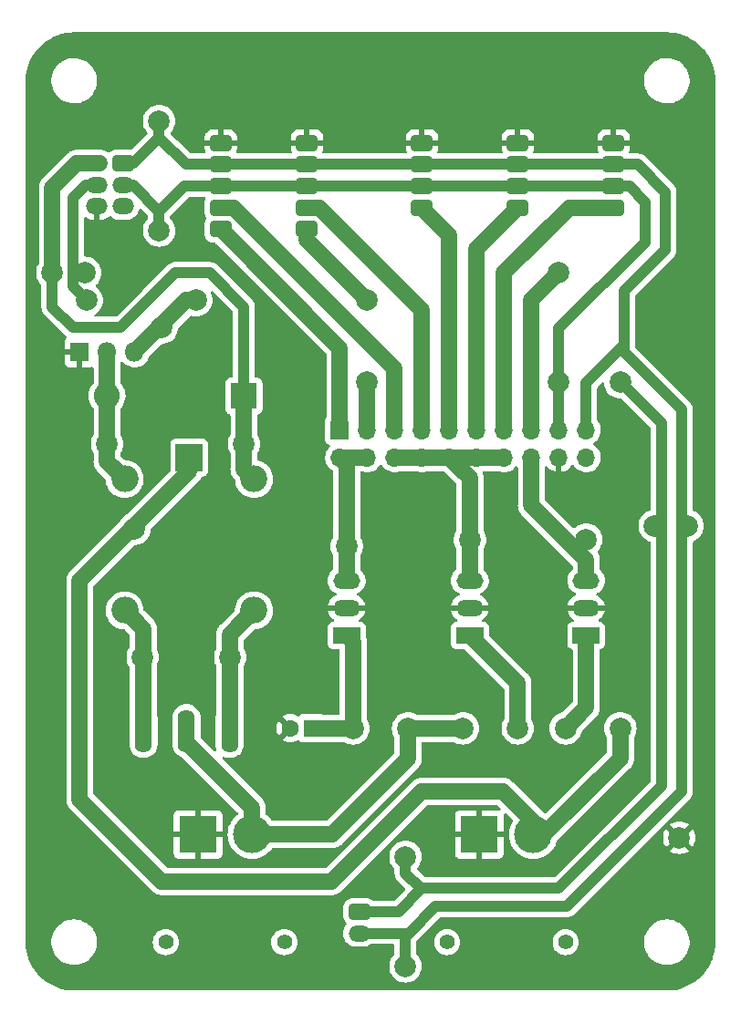
<source format=gbr>
%TF.GenerationSoftware,KiCad,Pcbnew,(6.0.0)*%
%TF.CreationDate,2022-05-13T11:27:12+02:00*%
%TF.ProjectId,Alimentation,416c696d-656e-4746-9174-696f6e2e6b69,rev?*%
%TF.SameCoordinates,Original*%
%TF.FileFunction,Copper,L2,Bot*%
%TF.FilePolarity,Positive*%
%FSLAX46Y46*%
G04 Gerber Fmt 4.6, Leading zero omitted, Abs format (unit mm)*
G04 Created by KiCad (PCBNEW (6.0.0)) date 2022-05-13 11:27:12*
%MOMM*%
%LPD*%
G01*
G04 APERTURE LIST*
G04 Aperture macros list*
%AMRoundRect*
0 Rectangle with rounded corners*
0 $1 Rounding radius*
0 $2 $3 $4 $5 $6 $7 $8 $9 X,Y pos of 4 corners*
0 Add a 4 corners polygon primitive as box body*
4,1,4,$2,$3,$4,$5,$6,$7,$8,$9,$2,$3,0*
0 Add four circle primitives for the rounded corners*
1,1,$1+$1,$2,$3*
1,1,$1+$1,$4,$5*
1,1,$1+$1,$6,$7*
1,1,$1+$1,$8,$9*
0 Add four rect primitives between the rounded corners*
20,1,$1+$1,$2,$3,$4,$5,0*
20,1,$1+$1,$4,$5,$6,$7,0*
20,1,$1+$1,$6,$7,$8,$9,0*
20,1,$1+$1,$8,$9,$2,$3,0*%
G04 Aperture macros list end*
%TA.AperFunction,ComponentPad*%
%ADD10RoundRect,0.312500X-0.687500X0.437500X-0.687500X-0.437500X0.687500X-0.437500X0.687500X0.437500X0*%
%TD*%
%TA.AperFunction,ComponentPad*%
%ADD11R,2.500000X2.500000*%
%TD*%
%TA.AperFunction,ComponentPad*%
%ADD12O,2.500000X2.500000*%
%TD*%
%TA.AperFunction,ComponentPad*%
%ADD13R,2.500000X1.500000*%
%TD*%
%TA.AperFunction,ComponentPad*%
%ADD14O,2.500000X1.500000*%
%TD*%
%TA.AperFunction,ComponentPad*%
%ADD15R,1.700000X1.700000*%
%TD*%
%TA.AperFunction,ComponentPad*%
%ADD16O,1.700000X1.700000*%
%TD*%
%TA.AperFunction,ComponentPad*%
%ADD17RoundRect,0.312500X0.687500X-0.437500X0.687500X0.437500X-0.687500X0.437500X-0.687500X-0.437500X0*%
%TD*%
%TA.AperFunction,ComponentPad*%
%ADD18O,2.000000X1.500000*%
%TD*%
%TA.AperFunction,ComponentPad*%
%ADD19R,2.400000X2.400000*%
%TD*%
%TA.AperFunction,ComponentPad*%
%ADD20O,2.400000X2.400000*%
%TD*%
%TA.AperFunction,ComponentPad*%
%ADD21C,2.000000*%
%TD*%
%TA.AperFunction,ComponentPad*%
%ADD22C,1.400000*%
%TD*%
%TA.AperFunction,ComponentPad*%
%ADD23R,3.500000X3.500000*%
%TD*%
%TA.AperFunction,ComponentPad*%
%ADD24C,3.500000*%
%TD*%
%TA.AperFunction,ComponentPad*%
%ADD25R,1.800000X1.800000*%
%TD*%
%TA.AperFunction,ComponentPad*%
%ADD26O,1.800000X1.800000*%
%TD*%
%TA.AperFunction,ComponentPad*%
%ADD27R,1.600000X1.600000*%
%TD*%
%TA.AperFunction,ComponentPad*%
%ADD28C,1.600000*%
%TD*%
%TA.AperFunction,ComponentPad*%
%ADD29O,1.600000X4.000000*%
%TD*%
%TA.AperFunction,SMDPad,CuDef*%
%ADD30C,2.000000*%
%TD*%
%TA.AperFunction,ViaPad*%
%ADD31C,2.000000*%
%TD*%
%TA.AperFunction,Conductor*%
%ADD32C,1.500000*%
%TD*%
%TA.AperFunction,Conductor*%
%ADD33C,1.000000*%
%TD*%
%TA.AperFunction,Conductor*%
%ADD34C,0.600000*%
%TD*%
G04 APERTURE END LIST*
D10*
%TO.P,J1,1,Pin_1*%
%TO.N,GND*%
X143002000Y-46228000D03*
%TO.P,J1,2,Pin_2*%
%TO.N,can_H*%
X143002000Y-48228000D03*
%TO.P,J1,3,Pin_3*%
%TO.N,can_L*%
X143002000Y-50228000D03*
%TO.P,J1,4,Pin_4*%
%TO.N,5Vout1*%
X143002000Y-52228000D03*
%TD*%
%TO.P,J2,1,Pin_1*%
%TO.N,GND*%
X134112000Y-46228000D03*
%TO.P,J2,2,Pin_2*%
%TO.N,can_H*%
X134112000Y-48228000D03*
%TO.P,J2,3,Pin_3*%
%TO.N,can_L*%
X134112000Y-50228000D03*
%TO.P,J2,4,Pin_4*%
%TO.N,5Vout2*%
X134112000Y-52228000D03*
%TD*%
%TO.P,J3,1,Pin_1*%
%TO.N,GND*%
X125222000Y-46228000D03*
%TO.P,J3,2,Pin_2*%
%TO.N,can_H*%
X125222000Y-48228000D03*
%TO.P,J3,3,Pin_3*%
%TO.N,can_L*%
X125222000Y-50228000D03*
%TO.P,J3,4,Pin_4*%
%TO.N,5Vout3*%
X125222000Y-52228000D03*
%TD*%
%TO.P,J4,1,Pin_1*%
%TO.N,GND*%
X114554000Y-46228000D03*
%TO.P,J4,2,Pin_2*%
%TO.N,can_H*%
X114554000Y-48228000D03*
%TO.P,J4,3,Pin_3*%
%TO.N,can_L*%
X114554000Y-50228000D03*
%TO.P,J4,4,Pin_4*%
%TO.N,5Vout4*%
X114554000Y-52228000D03*
%TO.P,J4,5,Pin_5*%
%TO.N,12Vout1*%
X114554000Y-54228000D03*
%TD*%
%TO.P,J5,1,Pin_1*%
%TO.N,GND*%
X106553000Y-46228000D03*
%TO.P,J5,2,Pin_2*%
%TO.N,can_H*%
X106553000Y-48228000D03*
%TO.P,J5,3,Pin_3*%
%TO.N,can_L*%
X106553000Y-50228000D03*
%TO.P,J5,4,Pin_4*%
%TO.N,5Vout5*%
X106553000Y-52228000D03*
%TO.P,J5,5,Pin_5*%
%TO.N,12Vout2*%
X106553000Y-54228000D03*
%TD*%
D11*
%TO.P,K1,1*%
%TO.N,Vbatt*%
X103632000Y-75438000D03*
D12*
%TO.P,K1,2*%
%TO.N,Net-(D1-Pad2)*%
X97632000Y-77438000D03*
%TO.P,K1,3*%
%TO.N,Net-(K1-Pad3)*%
X97632000Y-89638000D03*
%TO.P,K1,4*%
%TO.N,Net-(K1-Pad4)*%
X109632000Y-89638000D03*
%TO.P,K1,5*%
%TO.N,5VRPI*%
X109632000Y-77438000D03*
%TD*%
D13*
%TO.P,U2,1,Vin*%
%TO.N,Net-(F2-Pad1)*%
X129667000Y-91948000D03*
D14*
%TO.P,U2,2,GND*%
%TO.N,GND*%
X129667000Y-89408000D03*
%TO.P,U2,3,Vout*%
%TO.N,5V*%
X129667000Y-86868000D03*
%TD*%
D13*
%TO.P,U3,1,Vin*%
%TO.N,Net-(C1-Pad1)*%
X118237000Y-91948000D03*
D14*
%TO.P,U3,2,GND*%
%TO.N,GND*%
X118237000Y-89408000D03*
%TO.P,U3,3,Vout*%
%TO.N,12V*%
X118237000Y-86868000D03*
%TD*%
D15*
%TO.P,J7,1,Pin_1*%
%TO.N,12Vout2*%
X117602000Y-72898000D03*
D16*
%TO.P,J7,2,Pin_2*%
%TO.N,12V*%
X117602000Y-75438000D03*
%TO.P,J7,3,Pin_3*%
%TO.N,12Vout1*%
X120142000Y-72898000D03*
%TO.P,J7,4,Pin_4*%
%TO.N,12V*%
X120142000Y-75438000D03*
%TO.P,J7,5,Pin_5*%
%TO.N,5Vout5*%
X122682000Y-72898000D03*
%TO.P,J7,6,Pin_6*%
%TO.N,5V*%
X122682000Y-75438000D03*
%TO.P,J7,7,Pin_7*%
%TO.N,5Vout4*%
X125222000Y-72898000D03*
%TO.P,J7,8,Pin_8*%
%TO.N,5V*%
X125222000Y-75438000D03*
%TO.P,J7,9,Pin_9*%
%TO.N,5Vout3*%
X127762000Y-72898000D03*
%TO.P,J7,10,Pin_10*%
%TO.N,5V*%
X127762000Y-75438000D03*
%TO.P,J7,11,Pin_11*%
%TO.N,5Vout2*%
X130302000Y-72898000D03*
%TO.P,J7,12,Pin_12*%
%TO.N,5V*%
X130302000Y-75438000D03*
%TO.P,J7,13,Pin_13*%
%TO.N,5Vout1*%
X132842000Y-72898000D03*
%TO.P,J7,14,Pin_14*%
%TO.N,5V*%
X132842000Y-75438000D03*
%TO.P,J7,15,Pin_15*%
%TO.N,5VRPI*%
X135382000Y-72898000D03*
%TO.P,J7,16,Pin_16*%
%TO.N,Net-(J7-Pad16)*%
X135382000Y-75438000D03*
%TO.P,J7,17,Pin_17*%
%TO.N,can_L*%
X137922000Y-72898000D03*
%TO.P,J7,18,Pin_18*%
%TO.N,GND*%
X137922000Y-75438000D03*
%TO.P,J7,19,Pin_19*%
%TO.N,can_H*%
X140462000Y-72898000D03*
%TO.P,J7,20,Pin_20*%
%TO.N,unconnected-(J7-Pad20)*%
X140462000Y-75438000D03*
%TD*%
D17*
%TO.P,J6,1,Pin_1*%
%TO.N,can_H*%
X97482000Y-48133000D03*
D18*
%TO.P,J6,2,Pin_2*%
%TO.N,5VRPI*%
X95082000Y-48133000D03*
%TO.P,J6,3,Pin_3*%
%TO.N,can_L*%
X97482000Y-50133000D03*
%TO.P,J6,4,Pin_4*%
%TO.N,cmd_relais*%
X95082000Y-50133000D03*
%TO.P,J6,5,Pin_5*%
%TO.N,unconnected-(J6-Pad5)*%
X97482000Y-52133000D03*
%TO.P,J6,6,Pin_6*%
%TO.N,GND*%
X95082000Y-52133000D03*
%TD*%
D19*
%TO.P,D1,1,K*%
%TO.N,5VRPI*%
X108712000Y-69723000D03*
D20*
%TO.P,D1,2,A*%
%TO.N,Net-(D1-Pad2)*%
X96012000Y-69723000D03*
%TD*%
D13*
%TO.P,U1,1,Vin*%
%TO.N,Net-(F1-Pad1)*%
X140462000Y-91948000D03*
D14*
%TO.P,U1,2,GND*%
%TO.N,GND*%
X140462000Y-89408000D03*
%TO.P,U1,3,Vout*%
%TO.N,Net-(J7-Pad16)*%
X140462000Y-86868000D03*
%TD*%
D21*
%TO.P,R1,1*%
%TO.N,Net-(Q1-Pad3)*%
X104267000Y-60833000D03*
%TO.P,R1,2*%
%TO.N,cmd_relais*%
X94107000Y-60833000D03*
%TD*%
D22*
%TO.P,J8,*%
%TO.N,*%
X138556000Y-120448000D03*
X127556000Y-120448000D03*
D23*
%TO.P,J8,1,Pin_1*%
%TO.N,GND*%
X130556000Y-110448000D03*
D24*
%TO.P,J8,2,Pin_2*%
%TO.N,Vbatt*%
X135556000Y-110448000D03*
%TD*%
D22*
%TO.P,J9,*%
%TO.N,*%
X112452000Y-120448000D03*
X101452000Y-120448000D03*
D23*
%TO.P,J9,1,Pin_1*%
%TO.N,GND*%
X104452000Y-110448000D03*
D24*
%TO.P,J9,2,Pin_2*%
%TO.N,VbattRelay*%
X109452000Y-110448000D03*
%TD*%
D25*
%TO.P,Q1,1,E*%
%TO.N,GND*%
X93472000Y-65653000D03*
D26*
%TO.P,Q1,2,C*%
%TO.N,Net-(D1-Pad2)*%
X96012000Y-65653000D03*
%TO.P,Q1,3,B*%
%TO.N,Net-(Q1-Pad3)*%
X98552000Y-65653000D03*
%TD*%
D10*
%TO.P,J10,1,Pin_1*%
%TO.N,can_L*%
X119422000Y-117618000D03*
D18*
%TO.P,J10,2,Pin_2*%
%TO.N,can_H*%
X119422000Y-119618000D03*
%TD*%
D21*
%TO.P,F2,1*%
%TO.N,Net-(F2-Pad1)*%
X134112000Y-100584000D03*
%TO.P,F2,2*%
%TO.N,VbattRelay*%
X129032000Y-100584000D03*
%TD*%
D27*
%TO.P,C1,1*%
%TO.N,Net-(C1-Pad1)*%
X115001113Y-100584000D03*
D28*
%TO.P,C1,2*%
%TO.N,GND*%
X113001113Y-100584000D03*
%TD*%
D29*
%TO.P,SW1,1,A*%
%TO.N,Net-(K1-Pad3)*%
X99378000Y-100838000D03*
%TO.P,SW1,2,B*%
%TO.N,VbattRelay*%
X103378000Y-100838000D03*
%TO.P,SW1,3,C*%
%TO.N,Net-(K1-Pad4)*%
X107378000Y-100838000D03*
%TD*%
D21*
%TO.P,R3,1*%
%TO.N,can_H*%
X100838000Y-44196000D03*
%TO.P,R3,2*%
%TO.N,can_L*%
X100838000Y-54356000D03*
%TD*%
%TO.P,F3,1*%
%TO.N,Net-(C1-Pad1)*%
X118862000Y-100584000D03*
%TO.P,F3,2*%
%TO.N,VbattRelay*%
X123942000Y-100584000D03*
%TD*%
%TO.P,R2,1*%
%TO.N,can_H*%
X123698000Y-122682000D03*
%TO.P,R2,2*%
%TO.N,can_L*%
X123698000Y-112522000D03*
%TD*%
%TO.P,F1,1*%
%TO.N,Net-(F1-Pad1)*%
X138547000Y-100584000D03*
%TO.P,F1,2*%
%TO.N,Vbatt*%
X143627000Y-100584000D03*
%TD*%
D30*
%TO.P,TP8,1,1*%
%TO.N,cmd_relais*%
X93980000Y-58293000D03*
%TD*%
%TO.P,TP14,1,1*%
%TO.N,GND*%
X149098000Y-110744000D03*
%TD*%
%TO.P,TP7,1,1*%
%TO.N,Net-(K1-Pad3)*%
X99314000Y-93980000D03*
%TD*%
%TO.P,TP1,1,1*%
%TO.N,can_L*%
X146812000Y-81788000D03*
%TD*%
%TO.P,TP6,1,1*%
%TO.N,Vbatt*%
X98552000Y-82042000D03*
%TD*%
%TO.P,TP4,1,1*%
%TO.N,5VRPI*%
X108712000Y-74168000D03*
%TD*%
%TO.P,TP9,1,1*%
%TO.N,Net-(Q1-Pad3)*%
X101092000Y-63373000D03*
%TD*%
%TO.P,TP11,1,1*%
%TO.N,5V*%
X129667000Y-83058000D03*
%TD*%
%TO.P,TP2,1,1*%
%TO.N,can_H*%
X149860000Y-81788000D03*
%TD*%
%TO.P,TP12,1,1*%
%TO.N,12V*%
X118237000Y-83693000D03*
%TD*%
%TO.P,TP5,1,1*%
%TO.N,Net-(K1-Pad4)*%
X107442000Y-93980000D03*
%TD*%
%TO.P,TP10,1,1*%
%TO.N,Net-(J7-Pad16)*%
X140462000Y-83058000D03*
%TD*%
%TO.P,TP3,1,1*%
%TO.N,Net-(D1-Pad2)*%
X96012000Y-74168000D03*
%TD*%
D31*
%TO.N,can_L*%
X143637000Y-68453000D03*
X137922000Y-68453000D03*
%TO.N,GND*%
X101092000Y-38608000D03*
X93472000Y-80518000D03*
X97282000Y-107188000D03*
X113792000Y-89408000D03*
X113792000Y-69088000D03*
X131572000Y-103378000D03*
X115062000Y-105918000D03*
X136652000Y-89408000D03*
X144272000Y-77978000D03*
X148082000Y-114808000D03*
X102362000Y-89408000D03*
X140462000Y-38608000D03*
X121412000Y-38608000D03*
X106172000Y-80518000D03*
X131572000Y-119888000D03*
X125222000Y-89408000D03*
X93472000Y-114808000D03*
X149352000Y-65278000D03*
X107442000Y-119888000D03*
X144272000Y-94488000D03*
%TO.N,12Vout1*%
X120142000Y-68453000D03*
X120142000Y-60833000D03*
%TO.N,5VRPI*%
X137922000Y-58293000D03*
X90932000Y-58293000D03*
%TD*%
D32*
%TO.N,5Vout1*%
X138907000Y-52228000D02*
X143002000Y-52228000D01*
X132842000Y-58293000D02*
X138907000Y-52228000D01*
X132842000Y-72898000D02*
X132842000Y-58293000D01*
D33*
%TO.N,can_L*%
X125222000Y-50228000D02*
X106553000Y-50228000D01*
X134112000Y-50228000D02*
X125222000Y-50228000D01*
X123047000Y-117618000D02*
X125222000Y-115443000D01*
X123698000Y-114046000D02*
X125095000Y-115443000D01*
X125222000Y-115443000D02*
X126111000Y-115443000D01*
X119422000Y-117618000D02*
X123047000Y-117618000D01*
X137922000Y-72898000D02*
X137922000Y-63478000D01*
X137922000Y-115443000D02*
X147447000Y-105918000D01*
X106553000Y-50228000D02*
X103188000Y-50228000D01*
X145952000Y-51718000D02*
X144462000Y-50228000D01*
X147447000Y-72263000D02*
X143637000Y-68453000D01*
X100838000Y-52578000D02*
X98393000Y-50133000D01*
X100838000Y-52832000D02*
X100838000Y-52578000D01*
X123698000Y-112522000D02*
X123698000Y-114046000D01*
X126111000Y-115443000D02*
X137922000Y-115443000D01*
X100838000Y-54356000D02*
X100838000Y-52832000D01*
X98393000Y-50133000D02*
X97282000Y-50133000D01*
X147447000Y-105918000D02*
X147447000Y-72263000D01*
X144462000Y-50228000D02*
X143002000Y-50228000D01*
X143002000Y-50228000D02*
X134112000Y-50228000D01*
X145952000Y-55448000D02*
X145952000Y-51718000D01*
X103188000Y-50228000D02*
X100838000Y-52578000D01*
X137922000Y-63478000D02*
X145952000Y-55448000D01*
X125095000Y-115443000D02*
X125222000Y-115443000D01*
%TO.N,can_H*%
X123968000Y-119618000D02*
X126492000Y-117094000D01*
X100838000Y-44196000D02*
X100838000Y-45720000D01*
X126492000Y-117094000D02*
X138684000Y-117094000D01*
X144014500Y-65655500D02*
X144014500Y-64385500D01*
X134112000Y-48228000D02*
X143002000Y-48228000D01*
X143002000Y-48228000D02*
X145256000Y-48228000D01*
X123698000Y-119888000D02*
X123698000Y-122682000D01*
X149352000Y-70993000D02*
X144014500Y-65655500D01*
X147828000Y-50800000D02*
X147828000Y-56134000D01*
X98425000Y-48133000D02*
X97282000Y-48133000D01*
X125222000Y-48228000D02*
X106553000Y-48228000D01*
X100838000Y-45720000D02*
X98425000Y-48133000D01*
X123206000Y-119618000D02*
X123968000Y-119618000D01*
X144014500Y-64960500D02*
X140462000Y-68513000D01*
X125222000Y-48228000D02*
X133730517Y-48228000D01*
X144014500Y-64385500D02*
X144014500Y-64960500D01*
X119422000Y-119618000D02*
X123206000Y-119618000D01*
X145256000Y-48228000D02*
X147828000Y-50800000D01*
D34*
X133730517Y-48228000D02*
X134112000Y-48228000D01*
D33*
X123968000Y-119618000D02*
X123698000Y-119888000D01*
X149352000Y-106426000D02*
X149352000Y-70993000D01*
X103346000Y-48228000D02*
X100838000Y-45720000D01*
X138684000Y-117094000D02*
X149352000Y-106426000D01*
X106553000Y-48228000D02*
X103346000Y-48228000D01*
X147828000Y-56134000D02*
X144014500Y-59947500D01*
X144014500Y-59947500D02*
X144014500Y-64385500D01*
X140462000Y-68513000D02*
X140462000Y-72898000D01*
D32*
%TO.N,5Vout2*%
X130302000Y-72898000D02*
X130302000Y-56038000D01*
X130302000Y-56038000D02*
X134112000Y-52228000D01*
%TO.N,5Vout3*%
X127762000Y-72898000D02*
X127762000Y-54768000D01*
X127762000Y-54768000D02*
X125222000Y-52228000D01*
%TO.N,12Vout1*%
X114554000Y-54228000D02*
X114554000Y-55245000D01*
X114554000Y-55245000D02*
X120142000Y-60833000D01*
X120142000Y-72898000D02*
X120142000Y-68453000D01*
D33*
%TO.N,cmd_relais*%
X92837000Y-59563000D02*
X94107000Y-60833000D01*
X95282000Y-50133000D02*
X94012000Y-50133000D01*
X94012000Y-50133000D02*
X92837000Y-51308000D01*
X92837000Y-51308000D02*
X92837000Y-59563000D01*
%TO.N,5VRPI*%
X105537000Y-58293000D02*
X108712000Y-61468000D01*
X92837000Y-63373000D02*
X97279553Y-63373000D01*
X108712000Y-61468000D02*
X108712000Y-69723000D01*
D32*
X108712000Y-76518000D02*
X109632000Y-77438000D01*
X90932000Y-50388000D02*
X90932000Y-58293000D01*
X95282000Y-48133000D02*
X93187000Y-48133000D01*
X108712000Y-69723000D02*
X108712000Y-76518000D01*
X93187000Y-48133000D02*
X90932000Y-50388000D01*
X135382000Y-60833000D02*
X137922000Y-58293000D01*
X135382000Y-72898000D02*
X135382000Y-60833000D01*
D33*
X97279553Y-63373000D02*
X102359553Y-58293000D01*
X90932000Y-58293000D02*
X90932000Y-61468000D01*
X90932000Y-61468000D02*
X92837000Y-63373000D01*
X102359553Y-58293000D02*
X105537000Y-58293000D01*
D32*
%TO.N,12Vout2*%
X117602000Y-65278000D02*
X106553000Y-54229000D01*
X117602000Y-72898000D02*
X117602000Y-65278000D01*
X106553000Y-54229000D02*
X106553000Y-54228000D01*
D34*
%TO.N,5V*%
X125222000Y-75438000D02*
X122682000Y-75438000D01*
X132842000Y-75438000D02*
X130302000Y-75438000D01*
X127762000Y-75438000D02*
X125222000Y-75438000D01*
D32*
X122682000Y-75438000D02*
X132842000Y-75438000D01*
X129667000Y-86868000D02*
X129667000Y-77343000D01*
D34*
X130302000Y-75438000D02*
X127762000Y-75438000D01*
D32*
X129667000Y-77343000D02*
X127762000Y-75438000D01*
%TO.N,VbattRelay*%
X123942000Y-100584000D02*
X123942000Y-103388000D01*
X116882000Y-110448000D02*
X109452000Y-110448000D01*
X103378000Y-100838000D02*
X103378000Y-101874000D01*
X103378000Y-101874000D02*
X108952000Y-107448000D01*
X123942000Y-100584000D02*
X129032000Y-100584000D01*
X123942000Y-103388000D02*
X116882000Y-110448000D01*
X109452000Y-110448000D02*
X109452000Y-107948000D01*
X109452000Y-107948000D02*
X108952000Y-107448000D01*
%TO.N,Net-(D1-Pad2)*%
X96012000Y-69723000D02*
X96012000Y-75818000D01*
X96012000Y-65653000D02*
X96012000Y-69723000D01*
X96012000Y-75818000D02*
X97632000Y-77438000D01*
%TO.N,Vbatt*%
X143627000Y-103388000D02*
X136567000Y-110448000D01*
X135556000Y-110448000D02*
X135556000Y-109267000D01*
X116840000Y-114808000D02*
X115697000Y-114808000D01*
X136567000Y-110448000D02*
X135556000Y-110448000D01*
X135556000Y-109267000D02*
X132715000Y-106426000D01*
X103632000Y-76708000D02*
X103632000Y-75438000D01*
X93472000Y-86868000D02*
X103632000Y-76708000D01*
X143627000Y-100584000D02*
X143627000Y-103388000D01*
X115717480Y-114808000D02*
X101092000Y-114808000D01*
X93472000Y-107188000D02*
X93472000Y-86868000D01*
X125222000Y-106426000D02*
X116840000Y-114808000D01*
X132715000Y-106426000D02*
X125222000Y-106426000D01*
X101092000Y-114808000D02*
X93472000Y-107188000D01*
%TO.N,12V*%
X118237000Y-81788000D02*
X118237000Y-76073000D01*
X117602000Y-75438000D02*
X120142000Y-75438000D01*
X118237000Y-86868000D02*
X118237000Y-81788000D01*
X118237000Y-76073000D02*
X117602000Y-75438000D01*
%TO.N,5Vout4*%
X125222000Y-61718000D02*
X115732000Y-52228000D01*
X125222000Y-72898000D02*
X125222000Y-61718000D01*
X115732000Y-52228000D02*
X114554000Y-52228000D01*
%TO.N,5Vout5*%
X107727000Y-52228000D02*
X106553000Y-52228000D01*
X122682000Y-67183000D02*
X107727000Y-52228000D01*
X122682000Y-68453000D02*
X122682000Y-67898000D01*
X122682000Y-72898000D02*
X122682000Y-69723000D01*
X122682000Y-69723000D02*
X122682000Y-67183000D01*
X122682000Y-69723000D02*
X122682000Y-68453000D01*
%TO.N,Net-(J7-Pad16)*%
X140462000Y-86868000D02*
X140462000Y-84963000D01*
X140462000Y-84963000D02*
X135382000Y-79883000D01*
X135382000Y-79883000D02*
X135382000Y-75438000D01*
%TO.N,Net-(Q1-Pad3)*%
X104267000Y-60833000D02*
X103372000Y-60833000D01*
X103372000Y-60833000D02*
X98552000Y-65653000D01*
%TO.N,Net-(C1-Pad1)*%
X118862000Y-100584000D02*
X118862000Y-92573000D01*
X118862000Y-92573000D02*
X118237000Y-91948000D01*
X118862000Y-100584000D02*
X115001113Y-100584000D01*
%TO.N,Net-(F1-Pad1)*%
X140462000Y-91948000D02*
X140462000Y-98669000D01*
X140462000Y-98669000D02*
X138547000Y-100584000D01*
%TO.N,Net-(F2-Pad1)*%
X134112000Y-96393000D02*
X129667000Y-91948000D01*
X134112000Y-100584000D02*
X134112000Y-96393000D01*
%TO.N,Net-(K1-Pad3)*%
X97632000Y-89638000D02*
X99378000Y-91384000D01*
X99378000Y-91384000D02*
X99378000Y-100838000D01*
%TO.N,Net-(K1-Pad4)*%
X107378000Y-91892000D02*
X109632000Y-89638000D01*
X107378000Y-100838000D02*
X107378000Y-91892000D01*
%TD*%
%TA.AperFunction,Conductor*%
%TO.N,GND*%
G36*
X147922057Y-35957500D02*
G01*
X147936858Y-35959805D01*
X147936861Y-35959805D01*
X147945730Y-35961186D01*
X147966158Y-35958515D01*
X147987983Y-35957571D01*
X148338007Y-35972853D01*
X148348958Y-35973811D01*
X148726579Y-36023527D01*
X148737403Y-36025436D01*
X149109243Y-36107870D01*
X149119860Y-36110715D01*
X149483110Y-36225248D01*
X149493425Y-36229001D01*
X149845334Y-36374766D01*
X149855269Y-36379399D01*
X150193128Y-36555278D01*
X150202637Y-36560768D01*
X150523860Y-36765410D01*
X150532864Y-36771714D01*
X150835043Y-37003583D01*
X150843463Y-37010649D01*
X151124268Y-37267959D01*
X151132041Y-37275732D01*
X151389351Y-37556537D01*
X151396417Y-37564957D01*
X151628286Y-37867136D01*
X151634590Y-37876140D01*
X151839232Y-38197363D01*
X151844722Y-38206872D01*
X152020601Y-38544731D01*
X152025234Y-38554666D01*
X152134963Y-38819577D01*
X152170996Y-38906568D01*
X152174752Y-38916890D01*
X152202401Y-39004579D01*
X152289285Y-39280139D01*
X152292130Y-39290757D01*
X152374564Y-39662597D01*
X152376473Y-39673421D01*
X152426189Y-40051042D01*
X152427147Y-40061993D01*
X152442104Y-40404583D01*
X152440724Y-40429461D01*
X152438814Y-40441730D01*
X152440638Y-40455678D01*
X152442936Y-40473251D01*
X152444000Y-40489589D01*
X152444000Y-120398672D01*
X152442500Y-120418056D01*
X152438814Y-120441730D01*
X152441485Y-120462158D01*
X152442429Y-120483983D01*
X152435173Y-120650177D01*
X152427147Y-120834007D01*
X152426189Y-120844957D01*
X152423454Y-120865734D01*
X152376473Y-121222579D01*
X152374564Y-121233403D01*
X152292130Y-121605243D01*
X152289285Y-121615860D01*
X152200434Y-121897661D01*
X152174755Y-121979103D01*
X152170999Y-121989425D01*
X152128137Y-122092904D01*
X152025238Y-122341325D01*
X152020601Y-122351269D01*
X151844722Y-122689128D01*
X151839232Y-122698637D01*
X151634590Y-123019860D01*
X151628286Y-123028864D01*
X151396417Y-123331043D01*
X151389353Y-123339460D01*
X151176806Y-123571416D01*
X151132041Y-123620268D01*
X151124268Y-123628041D01*
X150843463Y-123885351D01*
X150835046Y-123892414D01*
X150683953Y-124008352D01*
X150532864Y-124124286D01*
X150523860Y-124130590D01*
X150202637Y-124335232D01*
X150193128Y-124340722D01*
X149855269Y-124516601D01*
X149845334Y-124521234D01*
X149493425Y-124666999D01*
X149483110Y-124670752D01*
X149119861Y-124785285D01*
X149109243Y-124788130D01*
X148737403Y-124870564D01*
X148726579Y-124872473D01*
X148348958Y-124922189D01*
X148338007Y-124923147D01*
X147995417Y-124938104D01*
X147970539Y-124936724D01*
X147970160Y-124936665D01*
X147958270Y-124934814D01*
X147926749Y-124938936D01*
X147910411Y-124940000D01*
X93001328Y-124940000D01*
X92981943Y-124938500D01*
X92967142Y-124936195D01*
X92967139Y-124936195D01*
X92958270Y-124934814D01*
X92937842Y-124937485D01*
X92916017Y-124938429D01*
X92565993Y-124923147D01*
X92555042Y-124922189D01*
X92177421Y-124872473D01*
X92166597Y-124870564D01*
X91794757Y-124788130D01*
X91784139Y-124785285D01*
X91420890Y-124670752D01*
X91410575Y-124666999D01*
X91058666Y-124521234D01*
X91048731Y-124516601D01*
X90710872Y-124340722D01*
X90701363Y-124335232D01*
X90380140Y-124130590D01*
X90371136Y-124124286D01*
X90220046Y-124008351D01*
X90068954Y-123892414D01*
X90060537Y-123885351D01*
X89779732Y-123628041D01*
X89771959Y-123620268D01*
X89727195Y-123571416D01*
X89514647Y-123339460D01*
X89507583Y-123331043D01*
X89275714Y-123028864D01*
X89269410Y-123019860D01*
X89064768Y-122698637D01*
X89059278Y-122689128D01*
X88883399Y-122351269D01*
X88878762Y-122341325D01*
X88775864Y-122092904D01*
X88733001Y-121989425D01*
X88729245Y-121979103D01*
X88703567Y-121897661D01*
X88614715Y-121615860D01*
X88611870Y-121605243D01*
X88529436Y-121233403D01*
X88527527Y-121222579D01*
X88477811Y-120844957D01*
X88476853Y-120834006D01*
X88466943Y-120607036D01*
X88465793Y-120580703D01*
X90842743Y-120580703D01*
X90843302Y-120584947D01*
X90843302Y-120584951D01*
X90853705Y-120663970D01*
X90880268Y-120865734D01*
X90881401Y-120869874D01*
X90881401Y-120869876D01*
X90883213Y-120876500D01*
X90956129Y-121143036D01*
X90957813Y-121146984D01*
X91057400Y-121380460D01*
X91068923Y-121407476D01*
X91080693Y-121427142D01*
X91193595Y-121615787D01*
X91216561Y-121654161D01*
X91396313Y-121878528D01*
X91604851Y-122076423D01*
X91838317Y-122244186D01*
X91842112Y-122246195D01*
X91842113Y-122246196D01*
X91863869Y-122257715D01*
X92092392Y-122378712D01*
X92362373Y-122477511D01*
X92643264Y-122538755D01*
X92671841Y-122541004D01*
X92866282Y-122556307D01*
X92866291Y-122556307D01*
X92868739Y-122556500D01*
X93024271Y-122556500D01*
X93026407Y-122556354D01*
X93026418Y-122556354D01*
X93234548Y-122542165D01*
X93234554Y-122542164D01*
X93238825Y-122541873D01*
X93243020Y-122541004D01*
X93243022Y-122541004D01*
X93379584Y-122512723D01*
X93520342Y-122483574D01*
X93791343Y-122387607D01*
X94046812Y-122255750D01*
X94050313Y-122253289D01*
X94050317Y-122253287D01*
X94164418Y-122173095D01*
X94282023Y-122090441D01*
X94389231Y-121990817D01*
X94489479Y-121897661D01*
X94489481Y-121897658D01*
X94492622Y-121894740D01*
X94674713Y-121672268D01*
X94824927Y-121427142D01*
X94848516Y-121373406D01*
X94938757Y-121167830D01*
X94940483Y-121163898D01*
X95019244Y-120887406D01*
X95053529Y-120646502D01*
X95059146Y-120607036D01*
X95059146Y-120607034D01*
X95059751Y-120602784D01*
X95059845Y-120584951D01*
X95060562Y-120448000D01*
X100238884Y-120448000D01*
X100257314Y-120658655D01*
X100258738Y-120663968D01*
X100258738Y-120663970D01*
X100307234Y-120844957D01*
X100312044Y-120862910D01*
X100314366Y-120867891D01*
X100314367Y-120867892D01*
X100325392Y-120891534D01*
X100401411Y-121054558D01*
X100522699Y-121227776D01*
X100672224Y-121377301D01*
X100845442Y-121498589D01*
X100850420Y-121500910D01*
X100850423Y-121500912D01*
X100976132Y-121559531D01*
X101037090Y-121587956D01*
X101042398Y-121589378D01*
X101042400Y-121589379D01*
X101236030Y-121641262D01*
X101236032Y-121641262D01*
X101241345Y-121642686D01*
X101452000Y-121661116D01*
X101662655Y-121642686D01*
X101667968Y-121641262D01*
X101667970Y-121641262D01*
X101861600Y-121589379D01*
X101861602Y-121589378D01*
X101866910Y-121587956D01*
X101927868Y-121559531D01*
X102053577Y-121500912D01*
X102053580Y-121500910D01*
X102058558Y-121498589D01*
X102231776Y-121377301D01*
X102381301Y-121227776D01*
X102502589Y-121054558D01*
X102578609Y-120891534D01*
X102589633Y-120867892D01*
X102589634Y-120867891D01*
X102591956Y-120862910D01*
X102596767Y-120844957D01*
X102645262Y-120663970D01*
X102645262Y-120663968D01*
X102646686Y-120658655D01*
X102665116Y-120448000D01*
X111238884Y-120448000D01*
X111257314Y-120658655D01*
X111258738Y-120663968D01*
X111258738Y-120663970D01*
X111307234Y-120844957D01*
X111312044Y-120862910D01*
X111314366Y-120867891D01*
X111314367Y-120867892D01*
X111325392Y-120891534D01*
X111401411Y-121054558D01*
X111522699Y-121227776D01*
X111672224Y-121377301D01*
X111845442Y-121498589D01*
X111850420Y-121500910D01*
X111850423Y-121500912D01*
X111976132Y-121559531D01*
X112037090Y-121587956D01*
X112042398Y-121589378D01*
X112042400Y-121589379D01*
X112236030Y-121641262D01*
X112236032Y-121641262D01*
X112241345Y-121642686D01*
X112452000Y-121661116D01*
X112662655Y-121642686D01*
X112667968Y-121641262D01*
X112667970Y-121641262D01*
X112861600Y-121589379D01*
X112861602Y-121589378D01*
X112866910Y-121587956D01*
X112927868Y-121559531D01*
X113053577Y-121500912D01*
X113053580Y-121500910D01*
X113058558Y-121498589D01*
X113231776Y-121377301D01*
X113381301Y-121227776D01*
X113502589Y-121054558D01*
X113578609Y-120891534D01*
X113589633Y-120867892D01*
X113589634Y-120867891D01*
X113591956Y-120862910D01*
X113596767Y-120844957D01*
X113645262Y-120663970D01*
X113645262Y-120663968D01*
X113646686Y-120658655D01*
X113665116Y-120448000D01*
X113646686Y-120237345D01*
X113591956Y-120033090D01*
X113580533Y-120008594D01*
X113504912Y-119846423D01*
X113504910Y-119846420D01*
X113502589Y-119841442D01*
X113381301Y-119668224D01*
X113231776Y-119518699D01*
X113058558Y-119397411D01*
X113053580Y-119395090D01*
X113053577Y-119395088D01*
X112871892Y-119310367D01*
X112871891Y-119310366D01*
X112866910Y-119308044D01*
X112861602Y-119306622D01*
X112861600Y-119306621D01*
X112667970Y-119254738D01*
X112667968Y-119254738D01*
X112662655Y-119253314D01*
X112452000Y-119234884D01*
X112241345Y-119253314D01*
X112236032Y-119254738D01*
X112236030Y-119254738D01*
X112042400Y-119306621D01*
X112042398Y-119306622D01*
X112037090Y-119308044D01*
X112032109Y-119310366D01*
X112032108Y-119310367D01*
X111850423Y-119395088D01*
X111850420Y-119395090D01*
X111845442Y-119397411D01*
X111672224Y-119518699D01*
X111522699Y-119668224D01*
X111401411Y-119841442D01*
X111399090Y-119846420D01*
X111399088Y-119846423D01*
X111323467Y-120008594D01*
X111312044Y-120033090D01*
X111257314Y-120237345D01*
X111238884Y-120448000D01*
X102665116Y-120448000D01*
X102646686Y-120237345D01*
X102591956Y-120033090D01*
X102580533Y-120008594D01*
X102504912Y-119846423D01*
X102504910Y-119846420D01*
X102502589Y-119841442D01*
X102381301Y-119668224D01*
X102231776Y-119518699D01*
X102058558Y-119397411D01*
X102053580Y-119395090D01*
X102053577Y-119395088D01*
X101871892Y-119310367D01*
X101871891Y-119310366D01*
X101866910Y-119308044D01*
X101861602Y-119306622D01*
X101861600Y-119306621D01*
X101667970Y-119254738D01*
X101667968Y-119254738D01*
X101662655Y-119253314D01*
X101452000Y-119234884D01*
X101241345Y-119253314D01*
X101236032Y-119254738D01*
X101236030Y-119254738D01*
X101042400Y-119306621D01*
X101042398Y-119306622D01*
X101037090Y-119308044D01*
X101032109Y-119310366D01*
X101032108Y-119310367D01*
X100850423Y-119395088D01*
X100850420Y-119395090D01*
X100845442Y-119397411D01*
X100672224Y-119518699D01*
X100522699Y-119668224D01*
X100401411Y-119841442D01*
X100399090Y-119846420D01*
X100399088Y-119846423D01*
X100323467Y-120008594D01*
X100312044Y-120033090D01*
X100257314Y-120237345D01*
X100238884Y-120448000D01*
X95060562Y-120448000D01*
X95061235Y-120319583D01*
X95061235Y-120319576D01*
X95061257Y-120315297D01*
X95058594Y-120295064D01*
X95032968Y-120100419D01*
X95023732Y-120030266D01*
X94947871Y-119752964D01*
X94847948Y-119518699D01*
X94836763Y-119492476D01*
X94836761Y-119492472D01*
X94835077Y-119488524D01*
X94687439Y-119241839D01*
X94507687Y-119017472D01*
X94384289Y-118900372D01*
X94302258Y-118822527D01*
X94302255Y-118822525D01*
X94299149Y-118819577D01*
X94065683Y-118651814D01*
X94043843Y-118640250D01*
X93985766Y-118609500D01*
X93811608Y-118517288D01*
X93541627Y-118418489D01*
X93260736Y-118357245D01*
X93229685Y-118354801D01*
X93037718Y-118339693D01*
X93037709Y-118339693D01*
X93035261Y-118339500D01*
X92879729Y-118339500D01*
X92877593Y-118339646D01*
X92877582Y-118339646D01*
X92669452Y-118353835D01*
X92669446Y-118353836D01*
X92665175Y-118354127D01*
X92660980Y-118354996D01*
X92660978Y-118354996D01*
X92524417Y-118383276D01*
X92383658Y-118412426D01*
X92112657Y-118508393D01*
X91857188Y-118640250D01*
X91853687Y-118642711D01*
X91853683Y-118642713D01*
X91837167Y-118654321D01*
X91621977Y-118805559D01*
X91411378Y-119001260D01*
X91229287Y-119223732D01*
X91079073Y-119468858D01*
X91077347Y-119472791D01*
X91077346Y-119472792D01*
X90998643Y-119652083D01*
X90963517Y-119732102D01*
X90884756Y-120008594D01*
X90881979Y-120028108D01*
X90847720Y-120268830D01*
X90844249Y-120293216D01*
X90844227Y-120297505D01*
X90844226Y-120297512D01*
X90843191Y-120495173D01*
X90842743Y-120580703D01*
X88465793Y-120580703D01*
X88462059Y-120495172D01*
X88463686Y-120468769D01*
X88464263Y-120465342D01*
X88464263Y-120465340D01*
X88465071Y-120460539D01*
X88465224Y-120448000D01*
X88461273Y-120420412D01*
X88460000Y-120402549D01*
X88460000Y-107135086D01*
X92209521Y-107135086D01*
X92211026Y-107166992D01*
X92213360Y-107216488D01*
X92213500Y-107222424D01*
X92213500Y-107244999D01*
X92213750Y-107247796D01*
X92215819Y-107270988D01*
X92216178Y-107276248D01*
X92220104Y-107359488D01*
X92221354Y-107364947D01*
X92221355Y-107364952D01*
X92224108Y-107376970D01*
X92226789Y-107393899D01*
X92228383Y-107411762D01*
X92229865Y-107417178D01*
X92229865Y-107417180D01*
X92250370Y-107492133D01*
X92251656Y-107497251D01*
X92255256Y-107512967D01*
X92270258Y-107578470D01*
X92272460Y-107583632D01*
X92277294Y-107594967D01*
X92282927Y-107611142D01*
X92287663Y-107628451D01*
X92303280Y-107661192D01*
X92323539Y-107703667D01*
X92325710Y-107708476D01*
X92340054Y-107742104D01*
X92358397Y-107785109D01*
X92368251Y-107800110D01*
X92376654Y-107815025D01*
X92384378Y-107831218D01*
X92427337Y-107891001D01*
X92432999Y-107898881D01*
X92435989Y-107903232D01*
X92479196Y-107969010D01*
X92479202Y-107969018D01*
X92481735Y-107972874D01*
X92500257Y-107993662D01*
X92508490Y-108003939D01*
X92515471Y-108013654D01*
X92519498Y-108017556D01*
X92592255Y-108088063D01*
X92593665Y-108089452D01*
X100137475Y-115633263D01*
X100148342Y-115645653D01*
X100161877Y-115663292D01*
X100188751Y-115687745D01*
X100222174Y-115718158D01*
X100226469Y-115722257D01*
X100242410Y-115738198D01*
X100262436Y-115754942D01*
X100266391Y-115758392D01*
X100328036Y-115814485D01*
X100332790Y-115817467D01*
X100343230Y-115824016D01*
X100357090Y-115834085D01*
X100370853Y-115845593D01*
X100375734Y-115848377D01*
X100443218Y-115886869D01*
X100447748Y-115889579D01*
X100518344Y-115933864D01*
X100523548Y-115935956D01*
X100534983Y-115940553D01*
X100550413Y-115948012D01*
X100561119Y-115954119D01*
X100561128Y-115954123D01*
X100565993Y-115956898D01*
X100644538Y-115984712D01*
X100649450Y-115986568D01*
X100726783Y-116017656D01*
X100744361Y-116021296D01*
X100760854Y-116025902D01*
X100777759Y-116031888D01*
X100783293Y-116032794D01*
X100783296Y-116032795D01*
X100859977Y-116045352D01*
X100865149Y-116046311D01*
X100946767Y-116063213D01*
X100957328Y-116063822D01*
X100974563Y-116064816D01*
X100987669Y-116066263D01*
X100993914Y-116067286D01*
X100993921Y-116067287D01*
X100999457Y-116068193D01*
X101005071Y-116068105D01*
X101005073Y-116068105D01*
X101106230Y-116066516D01*
X101108209Y-116066500D01*
X116748604Y-116066500D01*
X116765051Y-116067578D01*
X116781516Y-116069746D01*
X116781520Y-116069746D01*
X116787086Y-116070479D01*
X116868489Y-116066640D01*
X116874424Y-116066500D01*
X116896999Y-116066500D01*
X116922989Y-116064181D01*
X116928248Y-116063822D01*
X117011488Y-116059896D01*
X117016947Y-116058646D01*
X117016952Y-116058645D01*
X117028970Y-116055892D01*
X117045899Y-116053211D01*
X117063762Y-116051617D01*
X117069178Y-116050135D01*
X117069180Y-116050135D01*
X117144133Y-116029630D01*
X117149251Y-116028344D01*
X117225000Y-116010995D01*
X117225002Y-116010994D01*
X117230470Y-116009742D01*
X117240970Y-116005263D01*
X117246967Y-116002706D01*
X117263142Y-115997073D01*
X117275039Y-115993818D01*
X117275043Y-115993817D01*
X117280451Y-115992337D01*
X117350826Y-115958770D01*
X117355667Y-115956461D01*
X117360476Y-115954290D01*
X117431949Y-115923804D01*
X117431950Y-115923804D01*
X117437109Y-115921603D01*
X117452110Y-115911749D01*
X117467025Y-115903346D01*
X117483218Y-115895622D01*
X117487769Y-115892352D01*
X117487772Y-115892350D01*
X117520996Y-115868476D01*
X117550892Y-115846994D01*
X117555232Y-115844011D01*
X117621010Y-115800804D01*
X117621018Y-115800798D01*
X117624874Y-115798265D01*
X117645662Y-115779743D01*
X117655939Y-115771510D01*
X117665654Y-115764529D01*
X117740063Y-115687745D01*
X117741452Y-115686335D01*
X123251903Y-110175885D01*
X128298000Y-110175885D01*
X128302475Y-110191124D01*
X128303865Y-110192329D01*
X128311548Y-110194000D01*
X130283885Y-110194000D01*
X130299124Y-110189525D01*
X130300329Y-110188135D01*
X130302000Y-110180452D01*
X130302000Y-108208116D01*
X130297525Y-108192877D01*
X130296135Y-108191672D01*
X130288452Y-108190001D01*
X128761331Y-108190001D01*
X128754510Y-108190371D01*
X128703648Y-108195895D01*
X128688396Y-108199521D01*
X128567946Y-108244676D01*
X128552351Y-108253214D01*
X128450276Y-108329715D01*
X128437715Y-108342276D01*
X128361214Y-108444351D01*
X128352676Y-108459946D01*
X128307522Y-108580394D01*
X128303895Y-108595649D01*
X128298369Y-108646514D01*
X128298000Y-108653328D01*
X128298000Y-110175885D01*
X123251903Y-110175885D01*
X125706383Y-107721405D01*
X125768695Y-107687379D01*
X125795478Y-107684500D01*
X132141523Y-107684500D01*
X132209644Y-107704502D01*
X132230618Y-107721405D01*
X132488275Y-107979062D01*
X132522301Y-108041374D01*
X132517236Y-108112189D01*
X132474689Y-108169025D01*
X132408169Y-108193836D01*
X132385573Y-108193420D01*
X132357488Y-108190369D01*
X132350672Y-108190000D01*
X130828115Y-108190000D01*
X130812876Y-108194475D01*
X130811671Y-108195865D01*
X130810000Y-108203548D01*
X130810000Y-110175885D01*
X130814475Y-110191124D01*
X130815865Y-110192329D01*
X130823548Y-110194000D01*
X132795884Y-110194000D01*
X132811123Y-110189525D01*
X132812328Y-110188135D01*
X132813999Y-110180452D01*
X132813999Y-108653331D01*
X132813629Y-108646510D01*
X132810579Y-108618424D01*
X132823108Y-108548542D01*
X132871430Y-108496527D01*
X132940202Y-108478894D01*
X133007590Y-108501242D01*
X133024937Y-108515724D01*
X133614753Y-109105540D01*
X133648779Y-109167852D01*
X133643714Y-109238667D01*
X133630423Y-109264637D01*
X133595885Y-109316327D01*
X133594061Y-109320026D01*
X133594058Y-109320031D01*
X133555216Y-109398795D01*
X133464941Y-109581855D01*
X133369776Y-109862203D01*
X133368972Y-109866247D01*
X133368970Y-109866253D01*
X133330066Y-110061837D01*
X133312017Y-110152574D01*
X133311748Y-110156679D01*
X133311747Y-110156686D01*
X133304190Y-110271988D01*
X133292654Y-110448000D01*
X133292924Y-110452119D01*
X133311427Y-110734420D01*
X133312017Y-110743426D01*
X133312819Y-110747459D01*
X133312820Y-110747465D01*
X133368439Y-111027077D01*
X133369776Y-111033797D01*
X133371103Y-111037706D01*
X133371104Y-111037710D01*
X133417287Y-111173760D01*
X133464941Y-111314145D01*
X133511126Y-111407799D01*
X133579793Y-111547041D01*
X133595885Y-111579673D01*
X133634055Y-111636798D01*
X133683287Y-111710479D01*
X133760367Y-111825838D01*
X133763081Y-111828932D01*
X133763085Y-111828938D01*
X133899352Y-111984320D01*
X133955573Y-112048427D01*
X133958662Y-112051136D01*
X134175062Y-112240915D01*
X134175068Y-112240919D01*
X134178162Y-112243633D01*
X134181588Y-112245922D01*
X134181593Y-112245926D01*
X134263048Y-112300352D01*
X134424327Y-112408115D01*
X134428026Y-112409939D01*
X134428031Y-112409942D01*
X134512605Y-112451649D01*
X134689855Y-112539059D01*
X134693760Y-112540384D01*
X134693761Y-112540385D01*
X134966290Y-112632896D01*
X134966294Y-112632897D01*
X134970203Y-112634224D01*
X134974247Y-112635028D01*
X134974253Y-112635030D01*
X135256535Y-112691180D01*
X135256541Y-112691181D01*
X135260574Y-112691983D01*
X135264679Y-112692252D01*
X135264686Y-112692253D01*
X135551881Y-112711076D01*
X135556000Y-112711346D01*
X135560119Y-112711076D01*
X135847314Y-112692253D01*
X135847321Y-112692252D01*
X135851426Y-112691983D01*
X135855459Y-112691181D01*
X135855465Y-112691180D01*
X136137747Y-112635030D01*
X136137753Y-112635028D01*
X136141797Y-112634224D01*
X136145706Y-112632897D01*
X136145710Y-112632896D01*
X136418239Y-112540385D01*
X136418240Y-112540384D01*
X136422145Y-112539059D01*
X136599395Y-112451649D01*
X136683969Y-112409942D01*
X136683974Y-112409939D01*
X136687673Y-112408115D01*
X136848952Y-112300352D01*
X136930407Y-112245926D01*
X136930412Y-112245922D01*
X136933838Y-112243633D01*
X136936932Y-112240919D01*
X136936938Y-112240915D01*
X137153338Y-112051136D01*
X137156427Y-112048427D01*
X137212648Y-111984320D01*
X137348915Y-111828938D01*
X137348919Y-111828932D01*
X137351633Y-111825838D01*
X137428714Y-111710479D01*
X137477945Y-111636798D01*
X137516115Y-111579673D01*
X137532208Y-111547041D01*
X137600874Y-111407799D01*
X137647059Y-111314145D01*
X137653476Y-111295241D01*
X137723137Y-111090026D01*
X137753355Y-111041432D01*
X144452259Y-104342528D01*
X144464651Y-104331660D01*
X144477843Y-104321538D01*
X144477851Y-104321531D01*
X144482292Y-104318123D01*
X144537168Y-104257815D01*
X144541267Y-104253520D01*
X144557198Y-104237589D01*
X144573934Y-104217573D01*
X144577379Y-104213624D01*
X144629703Y-104156121D01*
X144629706Y-104156117D01*
X144633485Y-104151964D01*
X144643013Y-104136775D01*
X144653091Y-104122903D01*
X144660992Y-104113455D01*
X144660997Y-104113448D01*
X144664594Y-104109146D01*
X144705887Y-104036752D01*
X144708592Y-104032232D01*
X144749886Y-103966404D01*
X144749888Y-103966401D01*
X144752864Y-103961656D01*
X144759552Y-103945021D01*
X144767012Y-103929589D01*
X144773120Y-103918881D01*
X144773124Y-103918872D01*
X144775899Y-103914007D01*
X144777768Y-103908730D01*
X144777770Y-103908725D01*
X144803715Y-103835458D01*
X144805580Y-103830522D01*
X144834566Y-103758416D01*
X144836656Y-103753217D01*
X144840294Y-103735650D01*
X144844899Y-103719156D01*
X144850889Y-103702241D01*
X144864355Y-103620009D01*
X144865317Y-103614819D01*
X144881277Y-103537754D01*
X144881278Y-103537750D01*
X144882213Y-103533233D01*
X144883815Y-103505452D01*
X144885262Y-103492347D01*
X144886286Y-103486090D01*
X144886286Y-103486083D01*
X144887194Y-103480542D01*
X144885516Y-103373736D01*
X144885500Y-103371757D01*
X144885500Y-101452941D01*
X144904068Y-101387106D01*
X144972649Y-101275193D01*
X144972655Y-101275182D01*
X144975240Y-101270963D01*
X145066105Y-101051594D01*
X145121535Y-100820711D01*
X145140165Y-100584000D01*
X145121535Y-100347289D01*
X145066105Y-100116406D01*
X144975240Y-99897037D01*
X144876474Y-99735866D01*
X144853759Y-99698798D01*
X144853755Y-99698792D01*
X144851176Y-99694584D01*
X144696969Y-99514031D01*
X144692758Y-99510434D01*
X144625298Y-99452818D01*
X144516416Y-99359824D01*
X144512208Y-99357245D01*
X144512202Y-99357241D01*
X144318183Y-99238346D01*
X144313963Y-99235760D01*
X144309393Y-99233867D01*
X144309389Y-99233865D01*
X144099167Y-99146789D01*
X144099165Y-99146788D01*
X144094594Y-99144895D01*
X144014391Y-99125640D01*
X143868524Y-99090620D01*
X143868518Y-99090619D01*
X143863711Y-99089465D01*
X143627000Y-99070835D01*
X143390289Y-99089465D01*
X143385482Y-99090619D01*
X143385476Y-99090620D01*
X143239609Y-99125640D01*
X143159406Y-99144895D01*
X143154835Y-99146788D01*
X143154833Y-99146789D01*
X142944611Y-99233865D01*
X142944607Y-99233867D01*
X142940037Y-99235760D01*
X142935817Y-99238346D01*
X142741798Y-99357241D01*
X142741792Y-99357245D01*
X142737584Y-99359824D01*
X142628702Y-99452818D01*
X142561243Y-99510434D01*
X142557031Y-99514031D01*
X142402824Y-99694584D01*
X142400245Y-99698792D01*
X142400241Y-99698798D01*
X142377526Y-99735866D01*
X142278760Y-99897037D01*
X142187895Y-100116406D01*
X142132465Y-100347289D01*
X142113835Y-100584000D01*
X142132465Y-100820711D01*
X142187895Y-101051594D01*
X142278760Y-101270963D01*
X142281345Y-101275182D01*
X142281351Y-101275193D01*
X142349932Y-101387106D01*
X142368500Y-101452941D01*
X142368500Y-102814522D01*
X142348498Y-102882643D01*
X142331595Y-102903617D01*
X136791470Y-108443742D01*
X136729158Y-108477768D01*
X136658343Y-108472703D01*
X136646647Y-108467653D01*
X136447872Y-108369628D01*
X136414505Y-108345717D01*
X133669525Y-105600737D01*
X133658657Y-105588346D01*
X133648533Y-105575152D01*
X133645123Y-105570708D01*
X133584826Y-105515842D01*
X133580531Y-105511743D01*
X133564590Y-105495802D01*
X133562440Y-105494004D01*
X133544577Y-105479068D01*
X133540602Y-105475600D01*
X133483112Y-105423288D01*
X133483103Y-105423281D01*
X133478964Y-105419515D01*
X133463773Y-105409986D01*
X133449907Y-105399911D01*
X133440451Y-105392004D01*
X133440441Y-105391997D01*
X133436146Y-105388406D01*
X133363752Y-105347113D01*
X133359232Y-105344408D01*
X133354836Y-105341650D01*
X133308202Y-105312397D01*
X133293404Y-105303114D01*
X133293401Y-105303112D01*
X133288656Y-105300136D01*
X133283451Y-105298043D01*
X133283448Y-105298042D01*
X133272021Y-105293448D01*
X133256589Y-105285988D01*
X133245881Y-105279880D01*
X133245872Y-105279876D01*
X133241007Y-105277101D01*
X133235730Y-105275232D01*
X133235725Y-105275230D01*
X133162458Y-105249285D01*
X133157522Y-105247420D01*
X133085416Y-105218434D01*
X133080217Y-105216344D01*
X133074730Y-105215208D01*
X133074728Y-105215207D01*
X133062651Y-105212706D01*
X133046156Y-105208101D01*
X133029241Y-105202111D01*
X132946990Y-105188641D01*
X132941820Y-105187683D01*
X132882291Y-105175355D01*
X132864758Y-105171724D01*
X132864757Y-105171724D01*
X132860233Y-105170787D01*
X132855621Y-105170521D01*
X132855620Y-105170521D01*
X132832452Y-105169185D01*
X132819347Y-105167738D01*
X132813090Y-105166714D01*
X132813086Y-105166714D01*
X132807543Y-105165806D01*
X132801930Y-105165894D01*
X132801928Y-105165894D01*
X132700736Y-105167484D01*
X132698757Y-105167500D01*
X125313395Y-105167500D01*
X125296948Y-105166422D01*
X125280483Y-105164254D01*
X125280479Y-105164254D01*
X125274913Y-105163521D01*
X125193512Y-105167360D01*
X125187576Y-105167500D01*
X125165001Y-105167500D01*
X125146118Y-105169185D01*
X125139011Y-105169819D01*
X125133749Y-105170178D01*
X125120838Y-105170787D01*
X125050512Y-105174104D01*
X125045053Y-105175354D01*
X125045048Y-105175355D01*
X125033030Y-105178108D01*
X125016101Y-105180789D01*
X124998238Y-105182383D01*
X124992822Y-105183865D01*
X124992820Y-105183865D01*
X124917867Y-105204370D01*
X124912749Y-105205656D01*
X124837000Y-105223005D01*
X124836998Y-105223006D01*
X124831530Y-105224258D01*
X124821030Y-105228737D01*
X124815033Y-105231294D01*
X124798858Y-105236927D01*
X124786961Y-105240182D01*
X124786957Y-105240183D01*
X124781549Y-105241663D01*
X124776483Y-105244079D01*
X124776484Y-105244079D01*
X124706333Y-105277539D01*
X124701524Y-105279710D01*
X124630051Y-105310196D01*
X124624891Y-105312397D01*
X124609890Y-105322251D01*
X124594975Y-105330654D01*
X124578782Y-105338378D01*
X124574231Y-105341648D01*
X124574228Y-105341650D01*
X124566619Y-105347118D01*
X124513023Y-105385631D01*
X124511119Y-105386999D01*
X124506768Y-105389989D01*
X124440990Y-105433196D01*
X124440982Y-105433202D01*
X124437126Y-105435735D01*
X124416338Y-105454257D01*
X124406061Y-105462490D01*
X124396346Y-105469471D01*
X124355382Y-105511743D01*
X124321937Y-105546255D01*
X124320548Y-105547665D01*
X116355617Y-113512595D01*
X116293305Y-113546621D01*
X116266522Y-113549500D01*
X101665478Y-113549500D01*
X101597357Y-113529498D01*
X101576383Y-113512595D01*
X100306457Y-112242669D01*
X102194001Y-112242669D01*
X102194371Y-112249490D01*
X102199895Y-112300352D01*
X102203521Y-112315604D01*
X102248676Y-112436054D01*
X102257214Y-112451649D01*
X102333715Y-112553724D01*
X102346276Y-112566285D01*
X102448351Y-112642786D01*
X102463946Y-112651324D01*
X102584394Y-112696478D01*
X102599649Y-112700105D01*
X102650514Y-112705631D01*
X102657328Y-112706000D01*
X104179885Y-112706000D01*
X104195124Y-112701525D01*
X104196329Y-112700135D01*
X104198000Y-112692452D01*
X104198000Y-112687884D01*
X104706000Y-112687884D01*
X104710475Y-112703123D01*
X104711865Y-112704328D01*
X104719548Y-112705999D01*
X106246669Y-112705999D01*
X106253490Y-112705629D01*
X106304352Y-112700105D01*
X106319604Y-112696479D01*
X106440054Y-112651324D01*
X106455649Y-112642786D01*
X106557724Y-112566285D01*
X106570285Y-112553724D01*
X106646786Y-112451649D01*
X106655324Y-112436054D01*
X106700478Y-112315606D01*
X106704105Y-112300351D01*
X106709631Y-112249486D01*
X106710000Y-112242672D01*
X106710000Y-110720115D01*
X106705525Y-110704876D01*
X106704135Y-110703671D01*
X106696452Y-110702000D01*
X104724115Y-110702000D01*
X104708876Y-110706475D01*
X104707671Y-110707865D01*
X104706000Y-110715548D01*
X104706000Y-112687884D01*
X104198000Y-112687884D01*
X104198000Y-110720115D01*
X104193525Y-110704876D01*
X104192135Y-110703671D01*
X104184452Y-110702000D01*
X102212116Y-110702000D01*
X102196877Y-110706475D01*
X102195672Y-110707865D01*
X102194001Y-110715548D01*
X102194001Y-112242669D01*
X100306457Y-112242669D01*
X98239673Y-110175885D01*
X102194000Y-110175885D01*
X102198475Y-110191124D01*
X102199865Y-110192329D01*
X102207548Y-110194000D01*
X104179885Y-110194000D01*
X104195124Y-110189525D01*
X104196329Y-110188135D01*
X104198000Y-110180452D01*
X104198000Y-110175885D01*
X104706000Y-110175885D01*
X104710475Y-110191124D01*
X104711865Y-110192329D01*
X104719548Y-110194000D01*
X106691884Y-110194000D01*
X106707123Y-110189525D01*
X106708328Y-110188135D01*
X106709999Y-110180452D01*
X106709999Y-108653331D01*
X106709629Y-108646510D01*
X106704105Y-108595648D01*
X106700479Y-108580396D01*
X106655324Y-108459946D01*
X106646786Y-108444351D01*
X106570285Y-108342276D01*
X106557724Y-108329715D01*
X106455649Y-108253214D01*
X106440054Y-108244676D01*
X106319606Y-108199522D01*
X106304351Y-108195895D01*
X106253486Y-108190369D01*
X106246672Y-108190000D01*
X104724115Y-108190000D01*
X104708876Y-108194475D01*
X104707671Y-108195865D01*
X104706000Y-108203548D01*
X104706000Y-110175885D01*
X104198000Y-110175885D01*
X104198000Y-108208116D01*
X104193525Y-108192877D01*
X104192135Y-108191672D01*
X104184452Y-108190001D01*
X102657331Y-108190001D01*
X102650510Y-108190371D01*
X102599648Y-108195895D01*
X102584396Y-108199521D01*
X102463946Y-108244676D01*
X102448351Y-108253214D01*
X102346276Y-108329715D01*
X102333715Y-108342276D01*
X102257214Y-108444351D01*
X102248676Y-108459946D01*
X102203522Y-108580394D01*
X102199895Y-108595649D01*
X102194369Y-108646514D01*
X102194000Y-108653328D01*
X102194000Y-110175885D01*
X98239673Y-110175885D01*
X94767405Y-106703617D01*
X94733379Y-106641305D01*
X94730500Y-106614522D01*
X94730500Y-89591839D01*
X95869173Y-89591839D01*
X95869397Y-89596505D01*
X95869397Y-89596511D01*
X95872740Y-89666105D01*
X95881713Y-89852908D01*
X95932704Y-90109256D01*
X96021026Y-90355252D01*
X96023242Y-90359376D01*
X96130152Y-90558346D01*
X96144737Y-90585491D01*
X96147532Y-90589234D01*
X96147534Y-90589237D01*
X96298330Y-90791177D01*
X96298335Y-90791183D01*
X96301122Y-90794915D01*
X96304431Y-90798195D01*
X96304436Y-90798201D01*
X96473727Y-90966020D01*
X96486743Y-90978923D01*
X96490505Y-90981681D01*
X96490508Y-90981684D01*
X96693750Y-91130707D01*
X96697524Y-91133474D01*
X96701667Y-91135654D01*
X96701669Y-91135655D01*
X96924684Y-91252989D01*
X96924689Y-91252991D01*
X96928834Y-91255172D01*
X97045059Y-91295760D01*
X97157364Y-91334979D01*
X97175590Y-91341344D01*
X97180183Y-91342216D01*
X97427785Y-91389224D01*
X97427788Y-91389224D01*
X97432374Y-91390095D01*
X97525650Y-91393760D01*
X97562064Y-91395191D01*
X97629347Y-91417852D01*
X97646212Y-91431999D01*
X98082595Y-91868382D01*
X98116621Y-91930694D01*
X98119500Y-91957477D01*
X98119500Y-93009459D01*
X98099498Y-93077580D01*
X98095436Y-93083521D01*
X98093041Y-93086818D01*
X98089824Y-93090584D01*
X97965760Y-93293037D01*
X97963867Y-93297607D01*
X97963865Y-93297611D01*
X97953559Y-93322493D01*
X97874895Y-93512406D01*
X97819465Y-93743289D01*
X97800835Y-93980000D01*
X97819465Y-94216711D01*
X97874895Y-94447594D01*
X97965760Y-94666963D01*
X98089824Y-94869416D01*
X98093041Y-94873182D01*
X98095436Y-94876479D01*
X98119294Y-94943347D01*
X98119500Y-94950541D01*
X98119500Y-99262543D01*
X98115207Y-99295152D01*
X98084457Y-99409913D01*
X98079588Y-99465564D01*
X98073180Y-99538815D01*
X98069500Y-99580873D01*
X98069500Y-102095127D01*
X98084457Y-102266087D01*
X98143716Y-102487243D01*
X98146039Y-102492224D01*
X98146039Y-102492225D01*
X98238151Y-102689762D01*
X98238154Y-102689767D01*
X98240477Y-102694749D01*
X98371802Y-102882300D01*
X98533700Y-103044198D01*
X98538208Y-103047355D01*
X98538211Y-103047357D01*
X98616389Y-103102098D01*
X98721251Y-103175523D01*
X98726233Y-103177846D01*
X98726238Y-103177849D01*
X98878073Y-103248650D01*
X98928757Y-103272284D01*
X98934065Y-103273706D01*
X98934067Y-103273707D01*
X99144598Y-103330119D01*
X99144600Y-103330119D01*
X99149913Y-103331543D01*
X99378000Y-103351498D01*
X99606087Y-103331543D01*
X99611400Y-103330119D01*
X99611402Y-103330119D01*
X99821933Y-103273707D01*
X99821935Y-103273706D01*
X99827243Y-103272284D01*
X99877927Y-103248650D01*
X100029762Y-103177849D01*
X100029767Y-103177846D01*
X100034749Y-103175523D01*
X100139611Y-103102098D01*
X100217789Y-103047357D01*
X100217792Y-103047355D01*
X100222300Y-103044198D01*
X100384198Y-102882300D01*
X100515523Y-102694749D01*
X100517846Y-102689767D01*
X100517849Y-102689762D01*
X100609961Y-102492225D01*
X100609961Y-102492224D01*
X100612284Y-102487243D01*
X100671543Y-102266087D01*
X100686500Y-102095127D01*
X102069500Y-102095127D01*
X102084457Y-102266087D01*
X102143716Y-102487243D01*
X102146039Y-102492224D01*
X102146039Y-102492225D01*
X102238151Y-102689762D01*
X102238154Y-102689767D01*
X102240477Y-102694749D01*
X102371802Y-102882300D01*
X102533700Y-103044198D01*
X102538208Y-103047355D01*
X102538211Y-103047357D01*
X102616389Y-103102098D01*
X102721251Y-103175523D01*
X102726233Y-103177846D01*
X102726238Y-103177849D01*
X102831591Y-103226975D01*
X102928757Y-103272284D01*
X102934068Y-103273707D01*
X102934071Y-103273708D01*
X102988682Y-103288341D01*
X103045166Y-103320953D01*
X108102410Y-108378198D01*
X108102414Y-108378201D01*
X108146885Y-108422672D01*
X108180911Y-108484984D01*
X108175846Y-108555799D01*
X108127793Y-108616532D01*
X108074162Y-108652367D01*
X108071068Y-108655081D01*
X108071062Y-108655085D01*
X107854662Y-108844864D01*
X107851573Y-108847573D01*
X107848864Y-108850662D01*
X107659085Y-109067062D01*
X107659081Y-109067068D01*
X107656367Y-109070162D01*
X107654078Y-109073588D01*
X107654074Y-109073593D01*
X107576628Y-109189500D01*
X107491885Y-109316327D01*
X107490061Y-109320026D01*
X107490058Y-109320031D01*
X107451216Y-109398795D01*
X107360941Y-109581855D01*
X107265776Y-109862203D01*
X107264972Y-109866247D01*
X107264970Y-109866253D01*
X107226066Y-110061837D01*
X107208017Y-110152574D01*
X107207748Y-110156679D01*
X107207747Y-110156686D01*
X107200190Y-110271988D01*
X107188654Y-110448000D01*
X107188924Y-110452119D01*
X107207427Y-110734420D01*
X107208017Y-110743426D01*
X107208819Y-110747459D01*
X107208820Y-110747465D01*
X107264439Y-111027077D01*
X107265776Y-111033797D01*
X107267103Y-111037706D01*
X107267104Y-111037710D01*
X107313287Y-111173760D01*
X107360941Y-111314145D01*
X107407126Y-111407799D01*
X107475793Y-111547041D01*
X107491885Y-111579673D01*
X107530055Y-111636798D01*
X107579287Y-111710479D01*
X107656367Y-111825838D01*
X107659081Y-111828932D01*
X107659085Y-111828938D01*
X107795352Y-111984320D01*
X107851573Y-112048427D01*
X107854662Y-112051136D01*
X108071062Y-112240915D01*
X108071068Y-112240919D01*
X108074162Y-112243633D01*
X108077588Y-112245922D01*
X108077593Y-112245926D01*
X108159048Y-112300352D01*
X108320327Y-112408115D01*
X108324026Y-112409939D01*
X108324031Y-112409942D01*
X108408605Y-112451649D01*
X108585855Y-112539059D01*
X108589760Y-112540384D01*
X108589761Y-112540385D01*
X108862290Y-112632896D01*
X108862294Y-112632897D01*
X108866203Y-112634224D01*
X108870247Y-112635028D01*
X108870253Y-112635030D01*
X109152535Y-112691180D01*
X109152541Y-112691181D01*
X109156574Y-112691983D01*
X109160679Y-112692252D01*
X109160686Y-112692253D01*
X109447881Y-112711076D01*
X109452000Y-112711346D01*
X109456119Y-112711076D01*
X109743314Y-112692253D01*
X109743321Y-112692252D01*
X109747426Y-112691983D01*
X109751459Y-112691181D01*
X109751465Y-112691180D01*
X110033747Y-112635030D01*
X110033753Y-112635028D01*
X110037797Y-112634224D01*
X110041706Y-112632897D01*
X110041710Y-112632896D01*
X110314239Y-112540385D01*
X110314240Y-112540384D01*
X110318145Y-112539059D01*
X110495395Y-112451649D01*
X110579969Y-112409942D01*
X110579974Y-112409939D01*
X110583673Y-112408115D01*
X110744952Y-112300352D01*
X110826407Y-112245926D01*
X110826412Y-112245922D01*
X110829838Y-112243633D01*
X110832932Y-112240919D01*
X110832938Y-112240915D01*
X111049338Y-112051136D01*
X111052427Y-112048427D01*
X111108648Y-111984320D01*
X111244915Y-111828938D01*
X111244919Y-111828932D01*
X111247633Y-111825838D01*
X111289956Y-111762498D01*
X111344431Y-111716971D01*
X111394720Y-111706500D01*
X116790604Y-111706500D01*
X116807051Y-111707578D01*
X116823516Y-111709746D01*
X116823520Y-111709746D01*
X116829086Y-111710479D01*
X116910489Y-111706640D01*
X116916424Y-111706500D01*
X116938999Y-111706500D01*
X116964989Y-111704181D01*
X116970248Y-111703822D01*
X117053488Y-111699896D01*
X117058947Y-111698646D01*
X117058952Y-111698645D01*
X117070970Y-111695892D01*
X117087899Y-111693211D01*
X117105762Y-111691617D01*
X117111178Y-111690135D01*
X117111180Y-111690135D01*
X117186133Y-111669630D01*
X117191251Y-111668344D01*
X117267000Y-111650995D01*
X117267002Y-111650994D01*
X117272470Y-111649742D01*
X117282970Y-111645263D01*
X117288967Y-111642706D01*
X117305142Y-111637073D01*
X117317039Y-111633818D01*
X117317043Y-111633817D01*
X117322451Y-111632337D01*
X117397667Y-111596461D01*
X117402476Y-111594290D01*
X117473949Y-111563804D01*
X117473950Y-111563804D01*
X117479109Y-111561603D01*
X117494110Y-111551749D01*
X117509025Y-111543346D01*
X117525218Y-111535622D01*
X117529769Y-111532352D01*
X117529772Y-111532350D01*
X117592881Y-111487001D01*
X117597232Y-111484011D01*
X117663010Y-111440804D01*
X117663018Y-111440798D01*
X117666874Y-111438265D01*
X117687662Y-111419743D01*
X117697939Y-111411510D01*
X117707654Y-111404529D01*
X117782063Y-111327745D01*
X117783452Y-111326335D01*
X124767259Y-104342528D01*
X124779651Y-104331660D01*
X124792843Y-104321538D01*
X124792851Y-104321531D01*
X124797292Y-104318123D01*
X124852168Y-104257815D01*
X124856267Y-104253520D01*
X124872198Y-104237589D01*
X124888934Y-104217573D01*
X124892379Y-104213624D01*
X124944703Y-104156121D01*
X124944706Y-104156117D01*
X124948485Y-104151964D01*
X124958013Y-104136775D01*
X124968091Y-104122903D01*
X124975992Y-104113455D01*
X124975997Y-104113448D01*
X124979594Y-104109146D01*
X125020887Y-104036752D01*
X125023592Y-104032232D01*
X125064886Y-103966404D01*
X125064888Y-103966401D01*
X125067864Y-103961656D01*
X125074552Y-103945021D01*
X125082012Y-103929589D01*
X125088120Y-103918881D01*
X125088124Y-103918872D01*
X125090899Y-103914007D01*
X125092768Y-103908730D01*
X125092770Y-103908725D01*
X125118715Y-103835458D01*
X125120580Y-103830522D01*
X125149566Y-103758416D01*
X125151656Y-103753217D01*
X125155294Y-103735650D01*
X125159899Y-103719156D01*
X125165889Y-103702241D01*
X125179355Y-103620009D01*
X125180317Y-103614819D01*
X125196277Y-103537754D01*
X125196278Y-103537750D01*
X125197213Y-103533233D01*
X125198815Y-103505452D01*
X125200262Y-103492347D01*
X125201286Y-103486090D01*
X125201286Y-103486083D01*
X125202194Y-103480542D01*
X125200516Y-103373736D01*
X125200500Y-103371757D01*
X125200500Y-101968500D01*
X125220502Y-101900379D01*
X125274158Y-101853886D01*
X125326500Y-101842500D01*
X128163059Y-101842500D01*
X128228894Y-101861068D01*
X128340807Y-101929649D01*
X128340817Y-101929654D01*
X128345037Y-101932240D01*
X128349607Y-101934133D01*
X128349611Y-101934135D01*
X128559833Y-102021211D01*
X128564406Y-102023105D01*
X128644609Y-102042360D01*
X128790476Y-102077380D01*
X128790482Y-102077381D01*
X128795289Y-102078535D01*
X129032000Y-102097165D01*
X129268711Y-102078535D01*
X129273518Y-102077381D01*
X129273524Y-102077380D01*
X129419391Y-102042360D01*
X129499594Y-102023105D01*
X129504167Y-102021211D01*
X129714389Y-101934135D01*
X129714393Y-101934133D01*
X129718963Y-101932240D01*
X129770955Y-101900379D01*
X129917202Y-101810759D01*
X129917208Y-101810755D01*
X129921416Y-101808176D01*
X130101969Y-101653969D01*
X130256176Y-101473416D01*
X130258755Y-101469208D01*
X130258759Y-101469202D01*
X130377654Y-101275183D01*
X130380240Y-101270963D01*
X130471105Y-101051594D01*
X130526535Y-100820711D01*
X130545165Y-100584000D01*
X130526535Y-100347289D01*
X130471105Y-100116406D01*
X130380240Y-99897037D01*
X130281474Y-99735866D01*
X130258759Y-99698798D01*
X130258755Y-99698792D01*
X130256176Y-99694584D01*
X130101969Y-99514031D01*
X130097758Y-99510434D01*
X130030298Y-99452818D01*
X129921416Y-99359824D01*
X129917208Y-99357245D01*
X129917202Y-99357241D01*
X129723183Y-99238346D01*
X129718963Y-99235760D01*
X129714393Y-99233867D01*
X129714389Y-99233865D01*
X129504167Y-99146789D01*
X129504165Y-99146788D01*
X129499594Y-99144895D01*
X129419391Y-99125640D01*
X129273524Y-99090620D01*
X129273518Y-99090619D01*
X129268711Y-99089465D01*
X129032000Y-99070835D01*
X128795289Y-99089465D01*
X128790482Y-99090619D01*
X128790476Y-99090620D01*
X128644609Y-99125640D01*
X128564406Y-99144895D01*
X128559835Y-99146788D01*
X128559833Y-99146789D01*
X128349611Y-99233865D01*
X128349607Y-99233867D01*
X128345037Y-99235760D01*
X128340818Y-99238345D01*
X128340807Y-99238351D01*
X128228894Y-99306932D01*
X128163059Y-99325500D01*
X124810941Y-99325500D01*
X124745106Y-99306932D01*
X124633193Y-99238351D01*
X124633182Y-99238345D01*
X124628963Y-99235760D01*
X124624393Y-99233867D01*
X124624389Y-99233865D01*
X124414167Y-99146789D01*
X124414165Y-99146788D01*
X124409594Y-99144895D01*
X124329391Y-99125640D01*
X124183524Y-99090620D01*
X124183518Y-99090619D01*
X124178711Y-99089465D01*
X123942000Y-99070835D01*
X123705289Y-99089465D01*
X123700482Y-99090619D01*
X123700476Y-99090620D01*
X123554609Y-99125640D01*
X123474406Y-99144895D01*
X123469835Y-99146788D01*
X123469833Y-99146789D01*
X123259611Y-99233865D01*
X123259607Y-99233867D01*
X123255037Y-99235760D01*
X123250817Y-99238346D01*
X123056798Y-99357241D01*
X123056792Y-99357245D01*
X123052584Y-99359824D01*
X122943702Y-99452818D01*
X122876243Y-99510434D01*
X122872031Y-99514031D01*
X122717824Y-99694584D01*
X122715245Y-99698792D01*
X122715241Y-99698798D01*
X122692526Y-99735866D01*
X122593760Y-99897037D01*
X122502895Y-100116406D01*
X122447465Y-100347289D01*
X122428835Y-100584000D01*
X122447465Y-100820711D01*
X122502895Y-101051594D01*
X122593760Y-101270963D01*
X122596345Y-101275182D01*
X122596351Y-101275193D01*
X122664932Y-101387106D01*
X122683500Y-101452941D01*
X122683500Y-102814522D01*
X122663498Y-102882643D01*
X122646595Y-102903617D01*
X116397617Y-109152595D01*
X116335305Y-109186621D01*
X116308522Y-109189500D01*
X111394720Y-109189500D01*
X111326599Y-109169498D01*
X111289956Y-109133503D01*
X111247633Y-109070162D01*
X111244919Y-109067068D01*
X111244915Y-109067062D01*
X111055136Y-108850662D01*
X111052427Y-108847573D01*
X111049338Y-108844864D01*
X110832938Y-108655085D01*
X110832932Y-108655081D01*
X110829838Y-108652367D01*
X110766498Y-108610044D01*
X110720971Y-108555569D01*
X110710500Y-108505280D01*
X110710500Y-108039396D01*
X110711578Y-108022949D01*
X110713747Y-108006472D01*
X110714479Y-108000914D01*
X110714137Y-107993650D01*
X110710640Y-107919504D01*
X110710500Y-107913569D01*
X110710500Y-107891001D01*
X110710252Y-107888218D01*
X110710251Y-107888204D01*
X110708182Y-107865023D01*
X110707823Y-107859760D01*
X110704161Y-107782116D01*
X110703897Y-107776512D01*
X110699892Y-107759023D01*
X110697212Y-107742104D01*
X110696115Y-107729821D01*
X110695617Y-107724238D01*
X110690218Y-107704502D01*
X110673631Y-107643870D01*
X110672345Y-107638752D01*
X110654994Y-107562997D01*
X110653742Y-107557530D01*
X110646707Y-107541037D01*
X110641072Y-107524855D01*
X110637820Y-107512967D01*
X110637817Y-107512958D01*
X110636337Y-107507549D01*
X110633922Y-107502486D01*
X110633918Y-107502475D01*
X110600466Y-107432343D01*
X110598293Y-107427532D01*
X110567803Y-107356048D01*
X110565604Y-107350892D01*
X110555756Y-107335900D01*
X110547344Y-107320971D01*
X110539622Y-107304782D01*
X110490996Y-107237111D01*
X110488013Y-107232771D01*
X110444805Y-107166992D01*
X110444801Y-107166987D01*
X110442265Y-107163126D01*
X110423751Y-107142346D01*
X110415506Y-107132055D01*
X110411807Y-107126907D01*
X110411803Y-107126903D01*
X110408529Y-107122346D01*
X110331777Y-107047968D01*
X110330367Y-107046579D01*
X106735728Y-103451940D01*
X106701702Y-103389628D01*
X106706767Y-103318813D01*
X106749314Y-103261977D01*
X106815834Y-103237166D01*
X106878072Y-103248650D01*
X106923770Y-103269959D01*
X106923775Y-103269961D01*
X106928757Y-103272284D01*
X106934065Y-103273706D01*
X106934067Y-103273707D01*
X107144598Y-103330119D01*
X107144600Y-103330119D01*
X107149913Y-103331543D01*
X107378000Y-103351498D01*
X107606087Y-103331543D01*
X107611400Y-103330119D01*
X107611402Y-103330119D01*
X107821933Y-103273707D01*
X107821935Y-103273706D01*
X107827243Y-103272284D01*
X107877927Y-103248650D01*
X108029762Y-103177849D01*
X108029767Y-103177846D01*
X108034749Y-103175523D01*
X108139611Y-103102098D01*
X108217789Y-103047357D01*
X108217792Y-103047355D01*
X108222300Y-103044198D01*
X108384198Y-102882300D01*
X108515523Y-102694749D01*
X108517846Y-102689767D01*
X108517849Y-102689762D01*
X108609961Y-102492225D01*
X108609961Y-102492224D01*
X108612284Y-102487243D01*
X108671543Y-102266087D01*
X108686500Y-102095127D01*
X108686500Y-101670062D01*
X112279606Y-101670062D01*
X112288902Y-101682077D01*
X112340107Y-101717931D01*
X112349602Y-101723414D01*
X112547060Y-101815490D01*
X112557352Y-101819236D01*
X112767801Y-101875625D01*
X112778594Y-101877528D01*
X112995638Y-101896517D01*
X113006588Y-101896517D01*
X113223632Y-101877528D01*
X113234425Y-101875625D01*
X113444874Y-101819236D01*
X113455166Y-101815490D01*
X113652624Y-101723414D01*
X113662124Y-101717929D01*
X113663023Y-101717299D01*
X113663483Y-101717144D01*
X113666881Y-101715182D01*
X113667275Y-101715865D01*
X113730297Y-101694612D01*
X113799157Y-101711898D01*
X113824916Y-101734934D01*
X113826120Y-101733730D01*
X113832471Y-101740081D01*
X113837852Y-101747261D01*
X113845032Y-101752642D01*
X113845035Y-101752645D01*
X113908611Y-101800292D01*
X113954408Y-101834615D01*
X114090797Y-101885745D01*
X114152979Y-101892500D01*
X115849247Y-101892500D01*
X115852644Y-101892131D01*
X115903579Y-101886598D01*
X115903581Y-101886598D01*
X115911429Y-101885745D01*
X115918822Y-101882973D01*
X115918824Y-101882973D01*
X116005397Y-101850518D01*
X116049626Y-101842500D01*
X117993059Y-101842500D01*
X118058894Y-101861068D01*
X118170807Y-101929649D01*
X118170817Y-101929654D01*
X118175037Y-101932240D01*
X118179607Y-101934133D01*
X118179611Y-101934135D01*
X118389833Y-102021211D01*
X118394406Y-102023105D01*
X118474609Y-102042360D01*
X118620476Y-102077380D01*
X118620482Y-102077381D01*
X118625289Y-102078535D01*
X118862000Y-102097165D01*
X119098711Y-102078535D01*
X119103518Y-102077381D01*
X119103524Y-102077380D01*
X119249391Y-102042360D01*
X119329594Y-102023105D01*
X119334167Y-102021211D01*
X119544389Y-101934135D01*
X119544393Y-101934133D01*
X119548963Y-101932240D01*
X119600955Y-101900379D01*
X119747202Y-101810759D01*
X119747208Y-101810755D01*
X119751416Y-101808176D01*
X119931969Y-101653969D01*
X120086176Y-101473416D01*
X120088755Y-101469208D01*
X120088759Y-101469202D01*
X120207654Y-101275183D01*
X120210240Y-101270963D01*
X120301105Y-101051594D01*
X120356535Y-100820711D01*
X120375165Y-100584000D01*
X120356535Y-100347289D01*
X120301105Y-100116406D01*
X120210240Y-99897037D01*
X120207654Y-99892817D01*
X120207649Y-99892807D01*
X120139068Y-99780894D01*
X120120500Y-99715059D01*
X120120500Y-92746134D01*
X127908500Y-92746134D01*
X127915255Y-92808316D01*
X127966385Y-92944705D01*
X128053739Y-93061261D01*
X128170295Y-93148615D01*
X128306684Y-93199745D01*
X128368866Y-93206500D01*
X129093523Y-93206500D01*
X129161644Y-93226502D01*
X129182618Y-93243405D01*
X132816595Y-96877383D01*
X132850621Y-96939695D01*
X132853500Y-96966478D01*
X132853500Y-99715059D01*
X132834932Y-99780894D01*
X132766351Y-99892807D01*
X132766346Y-99892817D01*
X132763760Y-99897037D01*
X132672895Y-100116406D01*
X132617465Y-100347289D01*
X132598835Y-100584000D01*
X132617465Y-100820711D01*
X132672895Y-101051594D01*
X132763760Y-101270963D01*
X132766346Y-101275183D01*
X132885241Y-101469202D01*
X132885245Y-101469208D01*
X132887824Y-101473416D01*
X133042031Y-101653969D01*
X133222584Y-101808176D01*
X133226792Y-101810755D01*
X133226798Y-101810759D01*
X133373045Y-101900379D01*
X133425037Y-101932240D01*
X133429607Y-101934133D01*
X133429611Y-101934135D01*
X133639833Y-102021211D01*
X133644406Y-102023105D01*
X133724609Y-102042360D01*
X133870476Y-102077380D01*
X133870482Y-102077381D01*
X133875289Y-102078535D01*
X134112000Y-102097165D01*
X134348711Y-102078535D01*
X134353518Y-102077381D01*
X134353524Y-102077380D01*
X134499391Y-102042360D01*
X134579594Y-102023105D01*
X134584167Y-102021211D01*
X134794389Y-101934135D01*
X134794393Y-101934133D01*
X134798963Y-101932240D01*
X134850955Y-101900379D01*
X134997202Y-101810759D01*
X134997208Y-101810755D01*
X135001416Y-101808176D01*
X135181969Y-101653969D01*
X135336176Y-101473416D01*
X135338755Y-101469208D01*
X135338759Y-101469202D01*
X135457654Y-101275183D01*
X135460240Y-101270963D01*
X135551105Y-101051594D01*
X135606535Y-100820711D01*
X135625165Y-100584000D01*
X137033835Y-100584000D01*
X137052465Y-100820711D01*
X137107895Y-101051594D01*
X137198760Y-101270963D01*
X137201346Y-101275183D01*
X137320241Y-101469202D01*
X137320245Y-101469208D01*
X137322824Y-101473416D01*
X137477031Y-101653969D01*
X137657584Y-101808176D01*
X137661792Y-101810755D01*
X137661798Y-101810759D01*
X137808045Y-101900379D01*
X137860037Y-101932240D01*
X137864607Y-101934133D01*
X137864611Y-101934135D01*
X138074833Y-102021211D01*
X138079406Y-102023105D01*
X138159609Y-102042360D01*
X138305476Y-102077380D01*
X138305482Y-102077381D01*
X138310289Y-102078535D01*
X138547000Y-102097165D01*
X138783711Y-102078535D01*
X138788518Y-102077381D01*
X138788524Y-102077380D01*
X138934391Y-102042360D01*
X139014594Y-102023105D01*
X139019167Y-102021211D01*
X139229389Y-101934135D01*
X139229393Y-101934133D01*
X139233963Y-101932240D01*
X139285955Y-101900379D01*
X139432202Y-101810759D01*
X139432208Y-101810755D01*
X139436416Y-101808176D01*
X139616969Y-101653969D01*
X139771176Y-101473416D01*
X139773755Y-101469208D01*
X139773759Y-101469202D01*
X139892654Y-101275183D01*
X139895240Y-101270963D01*
X139986105Y-101051594D01*
X140017905Y-100919139D01*
X140051329Y-100859458D01*
X141287259Y-99623528D01*
X141299651Y-99612660D01*
X141312843Y-99602538D01*
X141312851Y-99602531D01*
X141317292Y-99599123D01*
X141372168Y-99538815D01*
X141376267Y-99534520D01*
X141392198Y-99518589D01*
X141408934Y-99498573D01*
X141412379Y-99494624D01*
X141464703Y-99437121D01*
X141464706Y-99437117D01*
X141468485Y-99432964D01*
X141478013Y-99417775D01*
X141488091Y-99403903D01*
X141495992Y-99394455D01*
X141495997Y-99394448D01*
X141499594Y-99390146D01*
X141540887Y-99317752D01*
X141543592Y-99313232D01*
X141584886Y-99247404D01*
X141584888Y-99247401D01*
X141587864Y-99242656D01*
X141589958Y-99237448D01*
X141594552Y-99226021D01*
X141602012Y-99210589D01*
X141608120Y-99199881D01*
X141608124Y-99199872D01*
X141610899Y-99195007D01*
X141612768Y-99189730D01*
X141612770Y-99189725D01*
X141638715Y-99116458D01*
X141640580Y-99111522D01*
X141669566Y-99039416D01*
X141671656Y-99034217D01*
X141675294Y-99016650D01*
X141679899Y-99000156D01*
X141685889Y-98983241D01*
X141699359Y-98900990D01*
X141700319Y-98895811D01*
X141716276Y-98818758D01*
X141716276Y-98818757D01*
X141717213Y-98814233D01*
X141718815Y-98786452D01*
X141720262Y-98773347D01*
X141721286Y-98767090D01*
X141721286Y-98767086D01*
X141722194Y-98761543D01*
X141720516Y-98654736D01*
X141720500Y-98652757D01*
X141720500Y-93322493D01*
X141740502Y-93254372D01*
X141794158Y-93207879D01*
X141815763Y-93200457D01*
X141822316Y-93199745D01*
X141829711Y-93196973D01*
X141829714Y-93196972D01*
X141950297Y-93151767D01*
X141958705Y-93148615D01*
X142075261Y-93061261D01*
X142162615Y-92944705D01*
X142213745Y-92808316D01*
X142220500Y-92746134D01*
X142220500Y-91149866D01*
X142213745Y-91087684D01*
X142162615Y-90951295D01*
X142075261Y-90834739D01*
X141958705Y-90747385D01*
X141822316Y-90696255D01*
X141760134Y-90689500D01*
X141725823Y-90689500D01*
X141657702Y-90669498D01*
X141611209Y-90615842D01*
X141601105Y-90545568D01*
X141630599Y-90480988D01*
X141652297Y-90461177D01*
X141782767Y-90367425D01*
X141791233Y-90360117D01*
X141939692Y-90206918D01*
X141946735Y-90198221D01*
X142065719Y-90021156D01*
X142071105Y-90011358D01*
X142156857Y-89816010D01*
X142160422Y-89805418D01*
X142190624Y-89679616D01*
X142189919Y-89665530D01*
X142181040Y-89662000D01*
X138743589Y-89662000D01*
X138729607Y-89666105D01*
X138728114Y-89675728D01*
X138728166Y-89675973D01*
X138790898Y-89879883D01*
X138795119Y-89890229D01*
X138892971Y-90079814D01*
X138898957Y-90089245D01*
X139028832Y-90258501D01*
X139036393Y-90266724D01*
X139194194Y-90410312D01*
X139203089Y-90417064D01*
X139266375Y-90456763D01*
X139313452Y-90509907D01*
X139324324Y-90580066D01*
X139295540Y-90644965D01*
X139236237Y-90684000D01*
X139199418Y-90689500D01*
X139163866Y-90689500D01*
X139101684Y-90696255D01*
X138965295Y-90747385D01*
X138848739Y-90834739D01*
X138761385Y-90951295D01*
X138710255Y-91087684D01*
X138703500Y-91149866D01*
X138703500Y-92746134D01*
X138710255Y-92808316D01*
X138761385Y-92944705D01*
X138848739Y-93061261D01*
X138965295Y-93148615D01*
X138973703Y-93151767D01*
X139094286Y-93196972D01*
X139094289Y-93196973D01*
X139101684Y-93199745D01*
X139107453Y-93200372D01*
X139168291Y-93235126D01*
X139201113Y-93298081D01*
X139203500Y-93322493D01*
X139203500Y-98095523D01*
X139183498Y-98163644D01*
X139166595Y-98184618D01*
X138271541Y-99079672D01*
X138211860Y-99113096D01*
X138079406Y-99144895D01*
X138074835Y-99146788D01*
X138074833Y-99146789D01*
X137864611Y-99233865D01*
X137864607Y-99233867D01*
X137860037Y-99235760D01*
X137855817Y-99238346D01*
X137661798Y-99357241D01*
X137661792Y-99357245D01*
X137657584Y-99359824D01*
X137548702Y-99452818D01*
X137481243Y-99510434D01*
X137477031Y-99514031D01*
X137322824Y-99694584D01*
X137320245Y-99698792D01*
X137320241Y-99698798D01*
X137297526Y-99735866D01*
X137198760Y-99897037D01*
X137107895Y-100116406D01*
X137052465Y-100347289D01*
X137033835Y-100584000D01*
X135625165Y-100584000D01*
X135606535Y-100347289D01*
X135551105Y-100116406D01*
X135460240Y-99897037D01*
X135457654Y-99892817D01*
X135457649Y-99892807D01*
X135389068Y-99780894D01*
X135370500Y-99715059D01*
X135370500Y-96484395D01*
X135371578Y-96467948D01*
X135373746Y-96451483D01*
X135373746Y-96451479D01*
X135374479Y-96445913D01*
X135370640Y-96364511D01*
X135370500Y-96358576D01*
X135370500Y-96336001D01*
X135368181Y-96310011D01*
X135367822Y-96304749D01*
X135364160Y-96227113D01*
X135363896Y-96221512D01*
X135359892Y-96204030D01*
X135357211Y-96187100D01*
X135356116Y-96174832D01*
X135355617Y-96169238D01*
X135333630Y-96088867D01*
X135332344Y-96083749D01*
X135314995Y-96008000D01*
X135314994Y-96007998D01*
X135313742Y-96002530D01*
X135306706Y-95986033D01*
X135301073Y-95969858D01*
X135297818Y-95957961D01*
X135297817Y-95957957D01*
X135296337Y-95952549D01*
X135260461Y-95877333D01*
X135258290Y-95872524D01*
X135227804Y-95801051D01*
X135227804Y-95801050D01*
X135225603Y-95795891D01*
X135215749Y-95780890D01*
X135207343Y-95765970D01*
X135202035Y-95754841D01*
X135199622Y-95749782D01*
X135196354Y-95745234D01*
X135196351Y-95745229D01*
X135150998Y-95682114D01*
X135148009Y-95677765D01*
X135102265Y-95608125D01*
X135083747Y-95587341D01*
X135075498Y-95577045D01*
X135071804Y-95571904D01*
X135068529Y-95567346D01*
X134991777Y-95492968D01*
X134990367Y-95491579D01*
X131462405Y-91963617D01*
X131428379Y-91901305D01*
X131425500Y-91874522D01*
X131425500Y-91149866D01*
X131418745Y-91087684D01*
X131367615Y-90951295D01*
X131280261Y-90834739D01*
X131163705Y-90747385D01*
X131027316Y-90696255D01*
X130965134Y-90689500D01*
X130930823Y-90689500D01*
X130862702Y-90669498D01*
X130816209Y-90615842D01*
X130806105Y-90545568D01*
X130835599Y-90480988D01*
X130857297Y-90461177D01*
X130987767Y-90367425D01*
X130996233Y-90360117D01*
X131144692Y-90206918D01*
X131151735Y-90198221D01*
X131270719Y-90021156D01*
X131276105Y-90011358D01*
X131361857Y-89816010D01*
X131365422Y-89805418D01*
X131395624Y-89679616D01*
X131394919Y-89665530D01*
X131386040Y-89662000D01*
X127948589Y-89662000D01*
X127934607Y-89666105D01*
X127933114Y-89675728D01*
X127933166Y-89675973D01*
X127995898Y-89879883D01*
X128000119Y-89890229D01*
X128097971Y-90079814D01*
X128103957Y-90089245D01*
X128233832Y-90258501D01*
X128241393Y-90266724D01*
X128399194Y-90410312D01*
X128408089Y-90417064D01*
X128471375Y-90456763D01*
X128518452Y-90509907D01*
X128529324Y-90580066D01*
X128500540Y-90644965D01*
X128441237Y-90684000D01*
X128404418Y-90689500D01*
X128368866Y-90689500D01*
X128306684Y-90696255D01*
X128170295Y-90747385D01*
X128053739Y-90834739D01*
X127966385Y-90951295D01*
X127915255Y-91087684D01*
X127908500Y-91149866D01*
X127908500Y-92746134D01*
X120120500Y-92746134D01*
X120120500Y-92664395D01*
X120121578Y-92647948D01*
X120123746Y-92631483D01*
X120123746Y-92631479D01*
X120124479Y-92625913D01*
X120120640Y-92544510D01*
X120120500Y-92538575D01*
X120120500Y-92516001D01*
X120118181Y-92490013D01*
X120117822Y-92484750D01*
X120114160Y-92407112D01*
X120113896Y-92401511D01*
X120112645Y-92396048D01*
X120112644Y-92396042D01*
X120109893Y-92384032D01*
X120107211Y-92367099D01*
X120106116Y-92354832D01*
X120105617Y-92349238D01*
X120083624Y-92268848D01*
X120082341Y-92263739D01*
X120064994Y-92187998D01*
X120063742Y-92182530D01*
X120056706Y-92166033D01*
X120051073Y-92149858D01*
X120047818Y-92137961D01*
X120047817Y-92137957D01*
X120046337Y-92132549D01*
X120010461Y-92057333D01*
X120008291Y-92052527D01*
X120005604Y-92046228D01*
X119995500Y-91996790D01*
X119995500Y-91149866D01*
X119988745Y-91087684D01*
X119937615Y-90951295D01*
X119850261Y-90834739D01*
X119733705Y-90747385D01*
X119597316Y-90696255D01*
X119535134Y-90689500D01*
X119500823Y-90689500D01*
X119432702Y-90669498D01*
X119386209Y-90615842D01*
X119376105Y-90545568D01*
X119405599Y-90480988D01*
X119427297Y-90461177D01*
X119557767Y-90367425D01*
X119566233Y-90360117D01*
X119714692Y-90206918D01*
X119721735Y-90198221D01*
X119840719Y-90021156D01*
X119846105Y-90011358D01*
X119931857Y-89816010D01*
X119935422Y-89805418D01*
X119965624Y-89679616D01*
X119964919Y-89665530D01*
X119956040Y-89662000D01*
X116518589Y-89662000D01*
X116504607Y-89666105D01*
X116503114Y-89675728D01*
X116503166Y-89675973D01*
X116565898Y-89879883D01*
X116570119Y-89890229D01*
X116667971Y-90079814D01*
X116673957Y-90089245D01*
X116803832Y-90258501D01*
X116811393Y-90266724D01*
X116969194Y-90410312D01*
X116978089Y-90417064D01*
X117041375Y-90456763D01*
X117088452Y-90509907D01*
X117099324Y-90580066D01*
X117070540Y-90644965D01*
X117011237Y-90684000D01*
X116974418Y-90689500D01*
X116938866Y-90689500D01*
X116876684Y-90696255D01*
X116740295Y-90747385D01*
X116623739Y-90834739D01*
X116536385Y-90951295D01*
X116485255Y-91087684D01*
X116478500Y-91149866D01*
X116478500Y-92746134D01*
X116485255Y-92808316D01*
X116536385Y-92944705D01*
X116623739Y-93061261D01*
X116740295Y-93148615D01*
X116876684Y-93199745D01*
X116938866Y-93206500D01*
X117477500Y-93206500D01*
X117545621Y-93226502D01*
X117592114Y-93280158D01*
X117603500Y-93332500D01*
X117603500Y-99199500D01*
X117583498Y-99267621D01*
X117529842Y-99314114D01*
X117477500Y-99325500D01*
X116049626Y-99325500D01*
X116005397Y-99317482D01*
X115918824Y-99285027D01*
X115918822Y-99285027D01*
X115911429Y-99282255D01*
X115903581Y-99281402D01*
X115903579Y-99281402D01*
X115852644Y-99275869D01*
X115849247Y-99275500D01*
X114152979Y-99275500D01*
X114090797Y-99282255D01*
X113954408Y-99333385D01*
X113933888Y-99348764D01*
X113845035Y-99415355D01*
X113845032Y-99415358D01*
X113837852Y-99420739D01*
X113832471Y-99427919D01*
X113826120Y-99434270D01*
X113823978Y-99432128D01*
X113779267Y-99465564D01*
X113708449Y-99470594D01*
X113667078Y-99452477D01*
X113666881Y-99452818D01*
X113663815Y-99451048D01*
X113663023Y-99450701D01*
X113662124Y-99450071D01*
X113652624Y-99444586D01*
X113455166Y-99352510D01*
X113444874Y-99348764D01*
X113234425Y-99292375D01*
X113223632Y-99290472D01*
X113006588Y-99271483D01*
X112995638Y-99271483D01*
X112778594Y-99290472D01*
X112767801Y-99292375D01*
X112557352Y-99348764D01*
X112547060Y-99352510D01*
X112349602Y-99444586D01*
X112340107Y-99450069D01*
X112288065Y-99486509D01*
X112279689Y-99496988D01*
X112286757Y-99510434D01*
X113271228Y-100494905D01*
X113305254Y-100557217D01*
X113300189Y-100628032D01*
X113271228Y-100673095D01*
X112286036Y-101658287D01*
X112279606Y-101670062D01*
X108686500Y-101670062D01*
X108686500Y-100589475D01*
X111688596Y-100589475D01*
X111707585Y-100806519D01*
X111709488Y-100817312D01*
X111765877Y-101027761D01*
X111769623Y-101038053D01*
X111861699Y-101235511D01*
X111867182Y-101245006D01*
X111903622Y-101297048D01*
X111914101Y-101305424D01*
X111927547Y-101298356D01*
X112629091Y-100596812D01*
X112636705Y-100582868D01*
X112636574Y-100581035D01*
X112632323Y-100574420D01*
X111926826Y-99868923D01*
X111915051Y-99862493D01*
X111903036Y-99871789D01*
X111867182Y-99922994D01*
X111861699Y-99932489D01*
X111769623Y-100129947D01*
X111765877Y-100140239D01*
X111709488Y-100350688D01*
X111707585Y-100361481D01*
X111688596Y-100578525D01*
X111688596Y-100589475D01*
X108686500Y-100589475D01*
X108686500Y-99580873D01*
X108682821Y-99538815D01*
X108676412Y-99465564D01*
X108671543Y-99409913D01*
X108640793Y-99295152D01*
X108636500Y-99262543D01*
X108636500Y-94950541D01*
X108656502Y-94882420D01*
X108660564Y-94876479D01*
X108662959Y-94873182D01*
X108666176Y-94869416D01*
X108790240Y-94666963D01*
X108881105Y-94447594D01*
X108936535Y-94216711D01*
X108955165Y-93980000D01*
X108936535Y-93743289D01*
X108881105Y-93512406D01*
X108802441Y-93322493D01*
X108792135Y-93297611D01*
X108792133Y-93297607D01*
X108790240Y-93293037D01*
X108666176Y-93090584D01*
X108662959Y-93086818D01*
X108660564Y-93083521D01*
X108636706Y-93016653D01*
X108636500Y-93009459D01*
X108636500Y-92465477D01*
X108656502Y-92397356D01*
X108673405Y-92376382D01*
X109613097Y-91436690D01*
X109675409Y-91402664D01*
X109693547Y-91400394D01*
X109693543Y-91400357D01*
X109772977Y-91391657D01*
X109948707Y-91372412D01*
X109948712Y-91372411D01*
X109953360Y-91371902D01*
X109994317Y-91361119D01*
X110201594Y-91306548D01*
X110201596Y-91306547D01*
X110206117Y-91305357D01*
X110446262Y-91202182D01*
X110519126Y-91157093D01*
X110664547Y-91067104D01*
X110664548Y-91067104D01*
X110668519Y-91064646D01*
X110672082Y-91061629D01*
X110672087Y-91061626D01*
X110864439Y-90898787D01*
X110864440Y-90898786D01*
X110868005Y-90895768D01*
X110989727Y-90756971D01*
X111037257Y-90702774D01*
X111037261Y-90702769D01*
X111040339Y-90699259D01*
X111181733Y-90479437D01*
X111289083Y-90241129D01*
X111334579Y-90079814D01*
X111358760Y-89994076D01*
X111358761Y-89994073D01*
X111360030Y-89989572D01*
X111376832Y-89857496D01*
X111392616Y-89733421D01*
X111392616Y-89733417D01*
X111393014Y-89730291D01*
X111395431Y-89638000D01*
X111376061Y-89377348D01*
X111366805Y-89336439D01*
X111319408Y-89126980D01*
X111318377Y-89122423D01*
X111223647Y-88878823D01*
X111093951Y-88651902D01*
X110932138Y-88446643D01*
X110741763Y-88267557D01*
X110564006Y-88144242D01*
X110530851Y-88121241D01*
X110530848Y-88121239D01*
X110527009Y-88118576D01*
X110512898Y-88111617D01*
X110296781Y-88005040D01*
X110296778Y-88005039D01*
X110292593Y-88002975D01*
X110264131Y-87993864D01*
X110048123Y-87924720D01*
X110043665Y-87923293D01*
X109785693Y-87881279D01*
X109671942Y-87879790D01*
X109529022Y-87877919D01*
X109529019Y-87877919D01*
X109524345Y-87877858D01*
X109265362Y-87913104D01*
X109014433Y-87986243D01*
X109010180Y-87988203D01*
X109010179Y-87988204D01*
X108973659Y-88005040D01*
X108777072Y-88095668D01*
X108738067Y-88121241D01*
X108562404Y-88236410D01*
X108562399Y-88236414D01*
X108558491Y-88238976D01*
X108363494Y-88413018D01*
X108196363Y-88613970D01*
X108193934Y-88617973D01*
X108080661Y-88804642D01*
X108060771Y-88837419D01*
X107959697Y-89078455D01*
X107895359Y-89331783D01*
X107894890Y-89336437D01*
X107894890Y-89336439D01*
X107870405Y-89579606D01*
X107843679Y-89645381D01*
X107834134Y-89656078D01*
X106552737Y-90937475D01*
X106540347Y-90948342D01*
X106522708Y-90961877D01*
X106493906Y-90993530D01*
X106467842Y-91022174D01*
X106463743Y-91026469D01*
X106447802Y-91042410D01*
X106446007Y-91044557D01*
X106446005Y-91044559D01*
X106431068Y-91062423D01*
X106427600Y-91066398D01*
X106375288Y-91123888D01*
X106375281Y-91123897D01*
X106371515Y-91128036D01*
X106368538Y-91132782D01*
X106368537Y-91132783D01*
X106361987Y-91143225D01*
X106351911Y-91157093D01*
X106344004Y-91166549D01*
X106343997Y-91166559D01*
X106340406Y-91170854D01*
X106299118Y-91243240D01*
X106296408Y-91247768D01*
X106259536Y-91306548D01*
X106252136Y-91318344D01*
X106250043Y-91323549D01*
X106250042Y-91323552D01*
X106245448Y-91334979D01*
X106237988Y-91350411D01*
X106231880Y-91361119D01*
X106231876Y-91361128D01*
X106229101Y-91365993D01*
X106227232Y-91371270D01*
X106227230Y-91371275D01*
X106201285Y-91444542D01*
X106199420Y-91449478D01*
X106168344Y-91526783D01*
X106167208Y-91532270D01*
X106167207Y-91532272D01*
X106164706Y-91544349D01*
X106160101Y-91560844D01*
X106154111Y-91577759D01*
X106153204Y-91583298D01*
X106140643Y-91660001D01*
X106139683Y-91665180D01*
X106122787Y-91746767D01*
X106122521Y-91751379D01*
X106122521Y-91751380D01*
X106121185Y-91774548D01*
X106119738Y-91787653D01*
X106118714Y-91793910D01*
X106117806Y-91799457D01*
X106117894Y-91805070D01*
X106117894Y-91805072D01*
X106119484Y-91906264D01*
X106119500Y-91908243D01*
X106119500Y-93215497D01*
X106100932Y-93281333D01*
X106093760Y-93293037D01*
X106091867Y-93297607D01*
X106091865Y-93297611D01*
X106081559Y-93322493D01*
X106002895Y-93512406D01*
X105947465Y-93743289D01*
X105928835Y-93980000D01*
X105947465Y-94216711D01*
X106002895Y-94447594D01*
X106093760Y-94666963D01*
X106096346Y-94671183D01*
X106096348Y-94671186D01*
X106100932Y-94678667D01*
X106119500Y-94744503D01*
X106119500Y-99262543D01*
X106115207Y-99295152D01*
X106084457Y-99409913D01*
X106079588Y-99465564D01*
X106073180Y-99538815D01*
X106069500Y-99580873D01*
X106069500Y-102095127D01*
X106084457Y-102266087D01*
X106143716Y-102487243D01*
X106146039Y-102492225D01*
X106146041Y-102492230D01*
X106167350Y-102537928D01*
X106178011Y-102608119D01*
X106149031Y-102672932D01*
X106089611Y-102711788D01*
X106018616Y-102712351D01*
X105964060Y-102680272D01*
X104723405Y-101439617D01*
X104689379Y-101377305D01*
X104686500Y-101350522D01*
X104686500Y-99580873D01*
X104682821Y-99538815D01*
X104676412Y-99465564D01*
X104671543Y-99409913D01*
X104667401Y-99394455D01*
X104613707Y-99194067D01*
X104613706Y-99194065D01*
X104612284Y-99188757D01*
X104591831Y-99144895D01*
X104517849Y-98986238D01*
X104517846Y-98986233D01*
X104515523Y-98981251D01*
X104401744Y-98818758D01*
X104387357Y-98798211D01*
X104387355Y-98798208D01*
X104384198Y-98793700D01*
X104222300Y-98631802D01*
X104217792Y-98628645D01*
X104217789Y-98628643D01*
X104139611Y-98573902D01*
X104034749Y-98500477D01*
X104029767Y-98498154D01*
X104029762Y-98498151D01*
X103832225Y-98406039D01*
X103832224Y-98406039D01*
X103827243Y-98403716D01*
X103821935Y-98402294D01*
X103821933Y-98402293D01*
X103611402Y-98345881D01*
X103611400Y-98345881D01*
X103606087Y-98344457D01*
X103378000Y-98324502D01*
X103149913Y-98344457D01*
X103144600Y-98345881D01*
X103144598Y-98345881D01*
X102934067Y-98402293D01*
X102934065Y-98402294D01*
X102928757Y-98403716D01*
X102923776Y-98406039D01*
X102923775Y-98406039D01*
X102726238Y-98498151D01*
X102726233Y-98498154D01*
X102721251Y-98500477D01*
X102616389Y-98573902D01*
X102538211Y-98628643D01*
X102538208Y-98628645D01*
X102533700Y-98631802D01*
X102371802Y-98793700D01*
X102368645Y-98798208D01*
X102368643Y-98798211D01*
X102354256Y-98818758D01*
X102240477Y-98981251D01*
X102238154Y-98986233D01*
X102238151Y-98986238D01*
X102164169Y-99144895D01*
X102143716Y-99188757D01*
X102142294Y-99194065D01*
X102142293Y-99194067D01*
X102088599Y-99394455D01*
X102084457Y-99409913D01*
X102079588Y-99465564D01*
X102073180Y-99538815D01*
X102069500Y-99580873D01*
X102069500Y-102095127D01*
X100686500Y-102095127D01*
X100686500Y-99580873D01*
X100682821Y-99538815D01*
X100676412Y-99465564D01*
X100671543Y-99409913D01*
X100640793Y-99295152D01*
X100636500Y-99262543D01*
X100636500Y-94744503D01*
X100655068Y-94678667D01*
X100659652Y-94671186D01*
X100659654Y-94671183D01*
X100662240Y-94666963D01*
X100753105Y-94447594D01*
X100808535Y-94216711D01*
X100827165Y-93980000D01*
X100808535Y-93743289D01*
X100753105Y-93512406D01*
X100674441Y-93322493D01*
X100664135Y-93297611D01*
X100664133Y-93297607D01*
X100662240Y-93293037D01*
X100655068Y-93281333D01*
X100636500Y-93215497D01*
X100636500Y-91475396D01*
X100637578Y-91458949D01*
X100639747Y-91442472D01*
X100640479Y-91436914D01*
X100638677Y-91398689D01*
X100636640Y-91355504D01*
X100636500Y-91349569D01*
X100636500Y-91327001D01*
X100636252Y-91324218D01*
X100636251Y-91324204D01*
X100634182Y-91301023D01*
X100633823Y-91295760D01*
X100630161Y-91218116D01*
X100629897Y-91212512D01*
X100625892Y-91195023D01*
X100623212Y-91178104D01*
X100622811Y-91173618D01*
X100621617Y-91160238D01*
X100620137Y-91154827D01*
X100599631Y-91079870D01*
X100598345Y-91074752D01*
X100580995Y-90999000D01*
X100580994Y-90998998D01*
X100579742Y-90993530D01*
X100572706Y-90977033D01*
X100567073Y-90960858D01*
X100563815Y-90948953D01*
X100562337Y-90943549D01*
X100559926Y-90938494D01*
X100559924Y-90938489D01*
X100526454Y-90868317D01*
X100524283Y-90863508D01*
X100493805Y-90792053D01*
X100493802Y-90792047D01*
X100491603Y-90786892D01*
X100481756Y-90771902D01*
X100473343Y-90756971D01*
X100468037Y-90745846D01*
X100465622Y-90740782D01*
X100462350Y-90736229D01*
X100462348Y-90736225D01*
X100416990Y-90673103D01*
X100414001Y-90668753D01*
X100370801Y-90602987D01*
X100368265Y-90599126D01*
X100349743Y-90578338D01*
X100341506Y-90568056D01*
X100337799Y-90562897D01*
X100334529Y-90558346D01*
X100257778Y-90483969D01*
X100256367Y-90482580D01*
X99427208Y-89653420D01*
X99393183Y-89591108D01*
X99390650Y-89573663D01*
X99376407Y-89382000D01*
X99376406Y-89381996D01*
X99376061Y-89377348D01*
X99366805Y-89336439D01*
X99319408Y-89126980D01*
X99318377Y-89122423D01*
X99223647Y-88878823D01*
X99093951Y-88651902D01*
X98932138Y-88446643D01*
X98741763Y-88267557D01*
X98564006Y-88144242D01*
X98530851Y-88121241D01*
X98530848Y-88121239D01*
X98527009Y-88118576D01*
X98512898Y-88111617D01*
X98296781Y-88005040D01*
X98296778Y-88005039D01*
X98292593Y-88002975D01*
X98264131Y-87993864D01*
X98048123Y-87924720D01*
X98043665Y-87923293D01*
X97785693Y-87881279D01*
X97671942Y-87879790D01*
X97529022Y-87877919D01*
X97529019Y-87877919D01*
X97524345Y-87877858D01*
X97265362Y-87913104D01*
X97014433Y-87986243D01*
X97010180Y-87988203D01*
X97010179Y-87988204D01*
X96973659Y-88005040D01*
X96777072Y-88095668D01*
X96738067Y-88121241D01*
X96562404Y-88236410D01*
X96562399Y-88236414D01*
X96558491Y-88238976D01*
X96363494Y-88413018D01*
X96196363Y-88613970D01*
X96193934Y-88617973D01*
X96080661Y-88804642D01*
X96060771Y-88837419D01*
X95959697Y-89078455D01*
X95895359Y-89331783D01*
X95869173Y-89591839D01*
X94730500Y-89591839D01*
X94730500Y-87441477D01*
X94750502Y-87373356D01*
X94767405Y-87352382D01*
X98532830Y-83586957D01*
X98595142Y-83552931D01*
X98612039Y-83550440D01*
X98650300Y-83547429D01*
X98788711Y-83536535D01*
X98793518Y-83535381D01*
X98793524Y-83535380D01*
X98939391Y-83500360D01*
X99019594Y-83481105D01*
X99079506Y-83456289D01*
X99234389Y-83392135D01*
X99234393Y-83392133D01*
X99238963Y-83390240D01*
X99330004Y-83334450D01*
X99437202Y-83268759D01*
X99437208Y-83268755D01*
X99441416Y-83266176D01*
X99621969Y-83111969D01*
X99776176Y-82931416D01*
X99778755Y-82927208D01*
X99778759Y-82927202D01*
X99897654Y-82733183D01*
X99900240Y-82728963D01*
X99920035Y-82681175D01*
X99989211Y-82514167D01*
X99989212Y-82514165D01*
X99991105Y-82509594D01*
X100010360Y-82429391D01*
X100045380Y-82283524D01*
X100045381Y-82283518D01*
X100046535Y-82278711D01*
X100060440Y-82102039D01*
X100085726Y-82035697D01*
X100096957Y-82022830D01*
X104457259Y-77662528D01*
X104469651Y-77651660D01*
X104482843Y-77641538D01*
X104482851Y-77641531D01*
X104487292Y-77638123D01*
X104542168Y-77577815D01*
X104546267Y-77573520D01*
X104562198Y-77557589D01*
X104578934Y-77537573D01*
X104582379Y-77533624D01*
X104634703Y-77476121D01*
X104634706Y-77476117D01*
X104638485Y-77471964D01*
X104648013Y-77456775D01*
X104658091Y-77442903D01*
X104665992Y-77433455D01*
X104665997Y-77433448D01*
X104669594Y-77429146D01*
X104710887Y-77356752D01*
X104713592Y-77352232D01*
X104754886Y-77286404D01*
X104754888Y-77286401D01*
X104757864Y-77281656D01*
X104760338Y-77275502D01*
X104760627Y-77275135D01*
X104762504Y-77271452D01*
X104763238Y-77271826D01*
X104804306Y-77219758D01*
X104877245Y-77196500D01*
X104930134Y-77196500D01*
X104992316Y-77189745D01*
X105128705Y-77138615D01*
X105245261Y-77051261D01*
X105332615Y-76934705D01*
X105383745Y-76798316D01*
X105390500Y-76736134D01*
X105390500Y-74139866D01*
X105383745Y-74077684D01*
X105332615Y-73941295D01*
X105245261Y-73824739D01*
X105128705Y-73737385D01*
X104992316Y-73686255D01*
X104930134Y-73679500D01*
X102333866Y-73679500D01*
X102271684Y-73686255D01*
X102135295Y-73737385D01*
X102018739Y-73824739D01*
X101931385Y-73941295D01*
X101880255Y-74077684D01*
X101873500Y-74139866D01*
X101873500Y-76634522D01*
X101853498Y-76702643D01*
X101836595Y-76723617D01*
X97879240Y-80680972D01*
X97855980Y-80699309D01*
X97666807Y-80815235D01*
X97666797Y-80815242D01*
X97662584Y-80817824D01*
X97482031Y-80972031D01*
X97327824Y-81152584D01*
X97325242Y-81156797D01*
X97325235Y-81156807D01*
X97209309Y-81345980D01*
X97190972Y-81369240D01*
X92646737Y-85913475D01*
X92634347Y-85924342D01*
X92616708Y-85937877D01*
X92562188Y-85997794D01*
X92561842Y-85998174D01*
X92557743Y-86002469D01*
X92541802Y-86018410D01*
X92540007Y-86020557D01*
X92540005Y-86020559D01*
X92525068Y-86038423D01*
X92521600Y-86042398D01*
X92469288Y-86099888D01*
X92469281Y-86099897D01*
X92465515Y-86104036D01*
X92462538Y-86108782D01*
X92462537Y-86108783D01*
X92455987Y-86119225D01*
X92445911Y-86133093D01*
X92438004Y-86142549D01*
X92437997Y-86142559D01*
X92434406Y-86146854D01*
X92409262Y-86190936D01*
X92393118Y-86219240D01*
X92390413Y-86223759D01*
X92346136Y-86294344D01*
X92344043Y-86299549D01*
X92344042Y-86299552D01*
X92339448Y-86310979D01*
X92331988Y-86326411D01*
X92325880Y-86337119D01*
X92325876Y-86337128D01*
X92323101Y-86341993D01*
X92321232Y-86347270D01*
X92321230Y-86347275D01*
X92295285Y-86420542D01*
X92293420Y-86425478D01*
X92262344Y-86502783D01*
X92261208Y-86508270D01*
X92261207Y-86508272D01*
X92258706Y-86520349D01*
X92254101Y-86536844D01*
X92248111Y-86553759D01*
X92238761Y-86610857D01*
X92234643Y-86636001D01*
X92233683Y-86641180D01*
X92216787Y-86722767D01*
X92216521Y-86727379D01*
X92216521Y-86727380D01*
X92215185Y-86750548D01*
X92213738Y-86763653D01*
X92212714Y-86769910D01*
X92211806Y-86775457D01*
X92211894Y-86781070D01*
X92211894Y-86781072D01*
X92213484Y-86882264D01*
X92213500Y-86884243D01*
X92213500Y-107096604D01*
X92212422Y-107113051D01*
X92209521Y-107135086D01*
X88460000Y-107135086D01*
X88460000Y-66597669D01*
X92064001Y-66597669D01*
X92064371Y-66604490D01*
X92069895Y-66655352D01*
X92073521Y-66670604D01*
X92118676Y-66791054D01*
X92127214Y-66806649D01*
X92203715Y-66908724D01*
X92216276Y-66921285D01*
X92318351Y-66997786D01*
X92333946Y-67006324D01*
X92454394Y-67051478D01*
X92469649Y-67055105D01*
X92520514Y-67060631D01*
X92527328Y-67061000D01*
X93199885Y-67061000D01*
X93215124Y-67056525D01*
X93216329Y-67055135D01*
X93218000Y-67047452D01*
X93218000Y-65925115D01*
X93213525Y-65909876D01*
X93212135Y-65908671D01*
X93204452Y-65907000D01*
X92082116Y-65907000D01*
X92066877Y-65911475D01*
X92065672Y-65912865D01*
X92064001Y-65920548D01*
X92064001Y-66597669D01*
X88460000Y-66597669D01*
X88460000Y-58293000D01*
X89418835Y-58293000D01*
X89437465Y-58529711D01*
X89492895Y-58760594D01*
X89583760Y-58979963D01*
X89586346Y-58984183D01*
X89705241Y-59178202D01*
X89705245Y-59178208D01*
X89707824Y-59182416D01*
X89862031Y-59362969D01*
X89865787Y-59366177D01*
X89865788Y-59366178D01*
X89879332Y-59377746D01*
X89918140Y-59437197D01*
X89923500Y-59473556D01*
X89923500Y-61406157D01*
X89922763Y-61419764D01*
X89918676Y-61457388D01*
X89919213Y-61463523D01*
X89923050Y-61507388D01*
X89923379Y-61512214D01*
X89923500Y-61514686D01*
X89923500Y-61517769D01*
X89923801Y-61520837D01*
X89927690Y-61560506D01*
X89927812Y-61561819D01*
X89935913Y-61654413D01*
X89937400Y-61659532D01*
X89937920Y-61664833D01*
X89964791Y-61753834D01*
X89965126Y-61754967D01*
X89991091Y-61844336D01*
X89993544Y-61849068D01*
X89995084Y-61854169D01*
X89997978Y-61859612D01*
X90038731Y-61936260D01*
X90039343Y-61937426D01*
X90079271Y-62014453D01*
X90082108Y-62019926D01*
X90085431Y-62024089D01*
X90087934Y-62028796D01*
X90146755Y-62100918D01*
X90147446Y-62101774D01*
X90178738Y-62140973D01*
X90181242Y-62143477D01*
X90181884Y-62144195D01*
X90185585Y-62148528D01*
X90212935Y-62182062D01*
X90217682Y-62185989D01*
X90217684Y-62185991D01*
X90248262Y-62211287D01*
X90257042Y-62219277D01*
X92080145Y-64042379D01*
X92089247Y-64052522D01*
X92112968Y-64082025D01*
X92117696Y-64085992D01*
X92151421Y-64114291D01*
X92155069Y-64117472D01*
X92156881Y-64119115D01*
X92159075Y-64121309D01*
X92192346Y-64148639D01*
X92193201Y-64149349D01*
X92230581Y-64180715D01*
X92269907Y-64239825D01*
X92271033Y-64310813D01*
X92233601Y-64371140D01*
X92225151Y-64378065D01*
X92216272Y-64384719D01*
X92203715Y-64397276D01*
X92127214Y-64499351D01*
X92118676Y-64514946D01*
X92073522Y-64635394D01*
X92069895Y-64650649D01*
X92064369Y-64701514D01*
X92064000Y-64708328D01*
X92064000Y-65380885D01*
X92068475Y-65396124D01*
X92069865Y-65397329D01*
X92077548Y-65399000D01*
X93600000Y-65399000D01*
X93668121Y-65419002D01*
X93714614Y-65472658D01*
X93726000Y-65525000D01*
X93726000Y-67042884D01*
X93730475Y-67058123D01*
X93731865Y-67059328D01*
X93739548Y-67060999D01*
X94416669Y-67060999D01*
X94423490Y-67060629D01*
X94474352Y-67055105D01*
X94489604Y-67051479D01*
X94583270Y-67016365D01*
X94654077Y-67011182D01*
X94716446Y-67045103D01*
X94750576Y-67107358D01*
X94753500Y-67134347D01*
X94753500Y-68518635D01*
X94733498Y-68586756D01*
X94724374Y-68599204D01*
X94617183Y-68728087D01*
X94485447Y-68945182D01*
X94483638Y-68949496D01*
X94483637Y-68949498D01*
X94394277Y-69162599D01*
X94387246Y-69179365D01*
X94324738Y-69425490D01*
X94299296Y-69678151D01*
X94311480Y-69931798D01*
X94361021Y-70180857D01*
X94362600Y-70185255D01*
X94362602Y-70185262D01*
X94409831Y-70316805D01*
X94446831Y-70419858D01*
X94449048Y-70423984D01*
X94550036Y-70611932D01*
X94567025Y-70643551D01*
X94569820Y-70647294D01*
X94569822Y-70647297D01*
X94614097Y-70706588D01*
X94718963Y-70847020D01*
X94722276Y-70850305D01*
X94722594Y-70850670D01*
X94752189Y-70915204D01*
X94753500Y-70933332D01*
X94753500Y-73299059D01*
X94734932Y-73364894D01*
X94666351Y-73476807D01*
X94666345Y-73476818D01*
X94663760Y-73481037D01*
X94661867Y-73485607D01*
X94661865Y-73485611D01*
X94579110Y-73685402D01*
X94572895Y-73700406D01*
X94564774Y-73734233D01*
X94532652Y-73868032D01*
X94517465Y-73931289D01*
X94498835Y-74168000D01*
X94517465Y-74404711D01*
X94518619Y-74409518D01*
X94518620Y-74409524D01*
X94526189Y-74441051D01*
X94572895Y-74635594D01*
X94574788Y-74640165D01*
X94574789Y-74640167D01*
X94640410Y-74798590D01*
X94663760Y-74854963D01*
X94666345Y-74859182D01*
X94666351Y-74859193D01*
X94734932Y-74971106D01*
X94753500Y-75036941D01*
X94753500Y-75726604D01*
X94752422Y-75743051D01*
X94749521Y-75765086D01*
X94749786Y-75770698D01*
X94753360Y-75846488D01*
X94753500Y-75852424D01*
X94753500Y-75874999D01*
X94753750Y-75877796D01*
X94755819Y-75900988D01*
X94756178Y-75906248D01*
X94760104Y-75989488D01*
X94761354Y-75994947D01*
X94761355Y-75994952D01*
X94764108Y-76006970D01*
X94766789Y-76023899D01*
X94768383Y-76041762D01*
X94769865Y-76047178D01*
X94769865Y-76047180D01*
X94790370Y-76122133D01*
X94791656Y-76127251D01*
X94794535Y-76139819D01*
X94810258Y-76208470D01*
X94812460Y-76213632D01*
X94817294Y-76224967D01*
X94822927Y-76241142D01*
X94823557Y-76243443D01*
X94827663Y-76258451D01*
X94830079Y-76263516D01*
X94863539Y-76333667D01*
X94865710Y-76338476D01*
X94898397Y-76415109D01*
X94908251Y-76430110D01*
X94916654Y-76445025D01*
X94924378Y-76461218D01*
X94927648Y-76465769D01*
X94927650Y-76465772D01*
X94972999Y-76528881D01*
X94975989Y-76533232D01*
X95019196Y-76599010D01*
X95019202Y-76599018D01*
X95021735Y-76602874D01*
X95040257Y-76623662D01*
X95048490Y-76633939D01*
X95055471Y-76643654D01*
X95122068Y-76708191D01*
X95132255Y-76718063D01*
X95133665Y-76719452D01*
X95837934Y-77423721D01*
X95871960Y-77486033D01*
X95874693Y-77506767D01*
X95881713Y-77652908D01*
X95932704Y-77909256D01*
X96021026Y-78155252D01*
X96023242Y-78159376D01*
X96087753Y-78279437D01*
X96144737Y-78385491D01*
X96147532Y-78389234D01*
X96147534Y-78389237D01*
X96298330Y-78591177D01*
X96298335Y-78591183D01*
X96301122Y-78594915D01*
X96304431Y-78598195D01*
X96304436Y-78598201D01*
X96483426Y-78775635D01*
X96486743Y-78778923D01*
X96490505Y-78781681D01*
X96490508Y-78781684D01*
X96693750Y-78930707D01*
X96697524Y-78933474D01*
X96701667Y-78935654D01*
X96701669Y-78935655D01*
X96924684Y-79052989D01*
X96924689Y-79052991D01*
X96928834Y-79055172D01*
X97175590Y-79141344D01*
X97180183Y-79142216D01*
X97427785Y-79189224D01*
X97427788Y-79189224D01*
X97432374Y-79190095D01*
X97562958Y-79195226D01*
X97688875Y-79200174D01*
X97688881Y-79200174D01*
X97693543Y-79200357D01*
X97772977Y-79191657D01*
X97948707Y-79172412D01*
X97948712Y-79172411D01*
X97953360Y-79171902D01*
X98066116Y-79142216D01*
X98201594Y-79106548D01*
X98201596Y-79106547D01*
X98206117Y-79105357D01*
X98446262Y-79002182D01*
X98668519Y-78864646D01*
X98672082Y-78861629D01*
X98672087Y-78861626D01*
X98864439Y-78698787D01*
X98864440Y-78698786D01*
X98868005Y-78695768D01*
X98959729Y-78591177D01*
X99037257Y-78502774D01*
X99037261Y-78502769D01*
X99040339Y-78499259D01*
X99181733Y-78279437D01*
X99289083Y-78041129D01*
X99327567Y-77904676D01*
X99358760Y-77794076D01*
X99358761Y-77794073D01*
X99360030Y-77789572D01*
X99376935Y-77656683D01*
X99392616Y-77533421D01*
X99392616Y-77533417D01*
X99393014Y-77530291D01*
X99395431Y-77438000D01*
X99394370Y-77423721D01*
X99376407Y-77182000D01*
X99376406Y-77181996D01*
X99376061Y-77177348D01*
X99374741Y-77171512D01*
X99325305Y-76953039D01*
X99318377Y-76922423D01*
X99316684Y-76918069D01*
X99225340Y-76683176D01*
X99225339Y-76683173D01*
X99223647Y-76678823D01*
X99215335Y-76664279D01*
X99111251Y-76482171D01*
X99093951Y-76451902D01*
X98932138Y-76246643D01*
X98741763Y-76067557D01*
X98583665Y-75957880D01*
X98530851Y-75921241D01*
X98530848Y-75921239D01*
X98527009Y-75918576D01*
X98522816Y-75916508D01*
X98296781Y-75805040D01*
X98296778Y-75805039D01*
X98292593Y-75802975D01*
X98156827Y-75759516D01*
X98048123Y-75724720D01*
X98043665Y-75723293D01*
X97785693Y-75681279D01*
X97704556Y-75680217D01*
X97636704Y-75659325D01*
X97617111Y-75643323D01*
X97307405Y-75333617D01*
X97273379Y-75271305D01*
X97270500Y-75244522D01*
X97270500Y-75036941D01*
X97289068Y-74971106D01*
X97357649Y-74859193D01*
X97357655Y-74859182D01*
X97360240Y-74854963D01*
X97383591Y-74798590D01*
X97449211Y-74640167D01*
X97449212Y-74640165D01*
X97451105Y-74635594D01*
X97497811Y-74441051D01*
X97505380Y-74409524D01*
X97505381Y-74409518D01*
X97506535Y-74404711D01*
X97525165Y-74168000D01*
X97506535Y-73931289D01*
X97491349Y-73868032D01*
X97459226Y-73734233D01*
X97451105Y-73700406D01*
X97444890Y-73685402D01*
X97362135Y-73485611D01*
X97362133Y-73485607D01*
X97360240Y-73481037D01*
X97357655Y-73476818D01*
X97357649Y-73476807D01*
X97289068Y-73364894D01*
X97270500Y-73299059D01*
X97270500Y-70926704D01*
X97290502Y-70858583D01*
X97301760Y-70843636D01*
X97380295Y-70754084D01*
X97410846Y-70706588D01*
X97515141Y-70544442D01*
X97517669Y-70540512D01*
X97621967Y-70308980D01*
X97690896Y-70064575D01*
X97705736Y-69947923D01*
X97722545Y-69815798D01*
X97722545Y-69815792D01*
X97722943Y-69812667D01*
X97725291Y-69723000D01*
X97712209Y-69546959D01*
X97706818Y-69474411D01*
X97706817Y-69474407D01*
X97706472Y-69469759D01*
X97676704Y-69338202D01*
X97651459Y-69226639D01*
X97650428Y-69222082D01*
X97631810Y-69174206D01*
X97560084Y-68989762D01*
X97560083Y-68989760D01*
X97558391Y-68985409D01*
X97537866Y-68949498D01*
X97434702Y-68768997D01*
X97434700Y-68768995D01*
X97432383Y-68764940D01*
X97297550Y-68593904D01*
X97271085Y-68528025D01*
X97270500Y-68515899D01*
X97270500Y-66662844D01*
X97290502Y-66594723D01*
X97344158Y-66548230D01*
X97414432Y-66538126D01*
X97479012Y-66567620D01*
X97491737Y-66580346D01*
X97563147Y-66662784D01*
X97741349Y-66810730D01*
X97941322Y-66927584D01*
X97946147Y-66929426D01*
X97946148Y-66929427D01*
X97973404Y-66939835D01*
X98157694Y-67010209D01*
X98162760Y-67011240D01*
X98162761Y-67011240D01*
X98215846Y-67022040D01*
X98384656Y-67056385D01*
X98515324Y-67061176D01*
X98610949Y-67064683D01*
X98610953Y-67064683D01*
X98616113Y-67064872D01*
X98621233Y-67064216D01*
X98621235Y-67064216D01*
X98720668Y-67051478D01*
X98845847Y-67035442D01*
X98850795Y-67033957D01*
X98850802Y-67033956D01*
X99062747Y-66970369D01*
X99067690Y-66968886D01*
X99077664Y-66964000D01*
X99271049Y-66869262D01*
X99271052Y-66869260D01*
X99275684Y-66866991D01*
X99464243Y-66732494D01*
X99628303Y-66569005D01*
X99646962Y-66543039D01*
X99686713Y-66487719D01*
X99763458Y-66380917D01*
X99767662Y-66372412D01*
X99863784Y-66177921D01*
X99866078Y-66173280D01*
X99880728Y-66125062D01*
X99912191Y-66072596D01*
X101066318Y-64918469D01*
X101128630Y-64884443D01*
X101145527Y-64881952D01*
X101328711Y-64867535D01*
X101333518Y-64866381D01*
X101333524Y-64866380D01*
X101479391Y-64831360D01*
X101559594Y-64812105D01*
X101600880Y-64795004D01*
X101774389Y-64723135D01*
X101774393Y-64723133D01*
X101778963Y-64721240D01*
X101811153Y-64701514D01*
X101977202Y-64599759D01*
X101977208Y-64599755D01*
X101981416Y-64597176D01*
X102161969Y-64442969D01*
X102316176Y-64262416D01*
X102318755Y-64258208D01*
X102318759Y-64258202D01*
X102437654Y-64064183D01*
X102440240Y-64059963D01*
X102443323Y-64052522D01*
X102529211Y-63845167D01*
X102529212Y-63845165D01*
X102531105Y-63840594D01*
X102586535Y-63609711D01*
X102600952Y-63426527D01*
X102626238Y-63360186D01*
X102637469Y-63347318D01*
X103679661Y-62305127D01*
X103741973Y-62271101D01*
X103798961Y-62273960D01*
X103799406Y-62272105D01*
X104025476Y-62326380D01*
X104025482Y-62326381D01*
X104030289Y-62327535D01*
X104267000Y-62346165D01*
X104503711Y-62327535D01*
X104508518Y-62326381D01*
X104508524Y-62326380D01*
X104656549Y-62290842D01*
X104734594Y-62272105D01*
X104752486Y-62264694D01*
X104949389Y-62183135D01*
X104949393Y-62183133D01*
X104953963Y-62181240D01*
X104960412Y-62177288D01*
X105152202Y-62059759D01*
X105152208Y-62059755D01*
X105156416Y-62057176D01*
X105336969Y-61902969D01*
X105491176Y-61722416D01*
X105493755Y-61718208D01*
X105493759Y-61718202D01*
X105612654Y-61524183D01*
X105615240Y-61519963D01*
X105634910Y-61472477D01*
X105704211Y-61305167D01*
X105704212Y-61305165D01*
X105706105Y-61300594D01*
X105749248Y-61120892D01*
X105760380Y-61074524D01*
X105760381Y-61074518D01*
X105761535Y-61069711D01*
X105780165Y-60833000D01*
X105761535Y-60596289D01*
X105730684Y-60467783D01*
X105707260Y-60370218D01*
X105706105Y-60365406D01*
X105699436Y-60349304D01*
X105617133Y-60150607D01*
X105617133Y-60150606D01*
X105615240Y-60146037D01*
X105613346Y-60142946D01*
X105600310Y-60073531D01*
X105627011Y-60007747D01*
X105685038Y-59966841D01*
X105755970Y-59963801D01*
X105814776Y-59997011D01*
X107666595Y-61848829D01*
X107700620Y-61911141D01*
X107703500Y-61937924D01*
X107703500Y-67888500D01*
X107683498Y-67956621D01*
X107629842Y-68003114D01*
X107577500Y-68014500D01*
X107463866Y-68014500D01*
X107401684Y-68021255D01*
X107265295Y-68072385D01*
X107148739Y-68159739D01*
X107061385Y-68276295D01*
X107010255Y-68412684D01*
X107003500Y-68474866D01*
X107003500Y-70971134D01*
X107010255Y-71033316D01*
X107061385Y-71169705D01*
X107148739Y-71286261D01*
X107265295Y-71373615D01*
X107273703Y-71376767D01*
X107371730Y-71413516D01*
X107428494Y-71456158D01*
X107453194Y-71522719D01*
X107453500Y-71531498D01*
X107453500Y-73299059D01*
X107434932Y-73364894D01*
X107366351Y-73476807D01*
X107366345Y-73476818D01*
X107363760Y-73481037D01*
X107361867Y-73485607D01*
X107361865Y-73485611D01*
X107279110Y-73685402D01*
X107272895Y-73700406D01*
X107264774Y-73734233D01*
X107232652Y-73868032D01*
X107217465Y-73931289D01*
X107198835Y-74168000D01*
X107217465Y-74404711D01*
X107218619Y-74409518D01*
X107218620Y-74409524D01*
X107226189Y-74441051D01*
X107272895Y-74635594D01*
X107274788Y-74640165D01*
X107274789Y-74640167D01*
X107340410Y-74798590D01*
X107363760Y-74854963D01*
X107366345Y-74859182D01*
X107366351Y-74859193D01*
X107434932Y-74971106D01*
X107453500Y-75036941D01*
X107453500Y-76426604D01*
X107452422Y-76443051D01*
X107449521Y-76465086D01*
X107450309Y-76481792D01*
X107453360Y-76546488D01*
X107453500Y-76552424D01*
X107453500Y-76574999D01*
X107455819Y-76600988D01*
X107456178Y-76606248D01*
X107460104Y-76689488D01*
X107461354Y-76694947D01*
X107461355Y-76694952D01*
X107464108Y-76706970D01*
X107466789Y-76723899D01*
X107468383Y-76741762D01*
X107469865Y-76747178D01*
X107469865Y-76747180D01*
X107490370Y-76822133D01*
X107491656Y-76827251D01*
X107510258Y-76908470D01*
X107512460Y-76913632D01*
X107517294Y-76924967D01*
X107522927Y-76941142D01*
X107526043Y-76952530D01*
X107527663Y-76958451D01*
X107530079Y-76963516D01*
X107563539Y-77033667D01*
X107565710Y-77038476D01*
X107598397Y-77115109D01*
X107608251Y-77130110D01*
X107616654Y-77145025D01*
X107624378Y-77161218D01*
X107627648Y-77165769D01*
X107627650Y-77165772D01*
X107672999Y-77228881D01*
X107675989Y-77233232D01*
X107719196Y-77299010D01*
X107719202Y-77299018D01*
X107721735Y-77302874D01*
X107740257Y-77323662D01*
X107748490Y-77333939D01*
X107755471Y-77343654D01*
X107832137Y-77417949D01*
X107832253Y-77418061D01*
X107833663Y-77419450D01*
X107837934Y-77423721D01*
X107871960Y-77486033D01*
X107874693Y-77506767D01*
X107881713Y-77652908D01*
X107932704Y-77909256D01*
X108021026Y-78155252D01*
X108023242Y-78159376D01*
X108087753Y-78279437D01*
X108144737Y-78385491D01*
X108147532Y-78389234D01*
X108147534Y-78389237D01*
X108298330Y-78591177D01*
X108298335Y-78591183D01*
X108301122Y-78594915D01*
X108304431Y-78598195D01*
X108304436Y-78598201D01*
X108483426Y-78775635D01*
X108486743Y-78778923D01*
X108490505Y-78781681D01*
X108490508Y-78781684D01*
X108693750Y-78930707D01*
X108697524Y-78933474D01*
X108701667Y-78935654D01*
X108701669Y-78935655D01*
X108924684Y-79052989D01*
X108924689Y-79052991D01*
X108928834Y-79055172D01*
X109175590Y-79141344D01*
X109180183Y-79142216D01*
X109427785Y-79189224D01*
X109427788Y-79189224D01*
X109432374Y-79190095D01*
X109562958Y-79195226D01*
X109688875Y-79200174D01*
X109688881Y-79200174D01*
X109693543Y-79200357D01*
X109772977Y-79191657D01*
X109948707Y-79172412D01*
X109948712Y-79172411D01*
X109953360Y-79171902D01*
X110066116Y-79142216D01*
X110201594Y-79106548D01*
X110201596Y-79106547D01*
X110206117Y-79105357D01*
X110446262Y-79002182D01*
X110668519Y-78864646D01*
X110672082Y-78861629D01*
X110672087Y-78861626D01*
X110864439Y-78698787D01*
X110864440Y-78698786D01*
X110868005Y-78695768D01*
X110959729Y-78591177D01*
X111037257Y-78502774D01*
X111037261Y-78502769D01*
X111040339Y-78499259D01*
X111181733Y-78279437D01*
X111289083Y-78041129D01*
X111327567Y-77904676D01*
X111358760Y-77794076D01*
X111358761Y-77794073D01*
X111360030Y-77789572D01*
X111376935Y-77656683D01*
X111392616Y-77533421D01*
X111392616Y-77533417D01*
X111393014Y-77530291D01*
X111395431Y-77438000D01*
X111394370Y-77423721D01*
X111376407Y-77182000D01*
X111376406Y-77181996D01*
X111376061Y-77177348D01*
X111374741Y-77171512D01*
X111325305Y-76953039D01*
X111318377Y-76922423D01*
X111316684Y-76918069D01*
X111225340Y-76683176D01*
X111225339Y-76683173D01*
X111223647Y-76678823D01*
X111215335Y-76664279D01*
X111111251Y-76482171D01*
X111093951Y-76451902D01*
X110932138Y-76246643D01*
X110741763Y-76067557D01*
X110583665Y-75957880D01*
X110530851Y-75921241D01*
X110530848Y-75921239D01*
X110527009Y-75918576D01*
X110522816Y-75916508D01*
X110296781Y-75805040D01*
X110296778Y-75805039D01*
X110292593Y-75802975D01*
X110288148Y-75801552D01*
X110058087Y-75727909D01*
X109999307Y-75688091D01*
X109971385Y-75622816D01*
X109970500Y-75607907D01*
X109970500Y-75036941D01*
X109989068Y-74971106D01*
X110057649Y-74859193D01*
X110057655Y-74859182D01*
X110060240Y-74854963D01*
X110083591Y-74798590D01*
X110149211Y-74640167D01*
X110149212Y-74640165D01*
X110151105Y-74635594D01*
X110197811Y-74441051D01*
X110205380Y-74409524D01*
X110205381Y-74409518D01*
X110206535Y-74404711D01*
X110225165Y-74168000D01*
X110206535Y-73931289D01*
X110191349Y-73868032D01*
X110159226Y-73734233D01*
X110151105Y-73700406D01*
X110144890Y-73685402D01*
X110062135Y-73485611D01*
X110062133Y-73485607D01*
X110060240Y-73481037D01*
X110057655Y-73476818D01*
X110057649Y-73476807D01*
X109989068Y-73364894D01*
X109970500Y-73299059D01*
X109970500Y-71531498D01*
X109990502Y-71463377D01*
X110044158Y-71416884D01*
X110052270Y-71413516D01*
X110150297Y-71376767D01*
X110158705Y-71373615D01*
X110275261Y-71286261D01*
X110362615Y-71169705D01*
X110413745Y-71033316D01*
X110420500Y-70971134D01*
X110420500Y-68474866D01*
X110413745Y-68412684D01*
X110362615Y-68276295D01*
X110275261Y-68159739D01*
X110158705Y-68072385D01*
X110022316Y-68021255D01*
X109960134Y-68014500D01*
X109846500Y-68014500D01*
X109778379Y-67994498D01*
X109731886Y-67940842D01*
X109720500Y-67888500D01*
X109720500Y-61529843D01*
X109721237Y-61516236D01*
X109724659Y-61484738D01*
X109724659Y-61484733D01*
X109725324Y-61478612D01*
X109720950Y-61428612D01*
X109720621Y-61423786D01*
X109720500Y-61421314D01*
X109720500Y-61418231D01*
X109719316Y-61406157D01*
X109716310Y-61375494D01*
X109716188Y-61374181D01*
X109712106Y-61327530D01*
X109708087Y-61281587D01*
X109706600Y-61276468D01*
X109706080Y-61271167D01*
X109679209Y-61182166D01*
X109678874Y-61181033D01*
X109654630Y-61097586D01*
X109654628Y-61097582D01*
X109652909Y-61091664D01*
X109650456Y-61086932D01*
X109648916Y-61081831D01*
X109641528Y-61067935D01*
X109605269Y-60999740D01*
X109604657Y-60998574D01*
X109564729Y-60921547D01*
X109561892Y-60916074D01*
X109558569Y-60911911D01*
X109556066Y-60907204D01*
X109497245Y-60835082D01*
X109496554Y-60834226D01*
X109465262Y-60795027D01*
X109462758Y-60792523D01*
X109462116Y-60791805D01*
X109458415Y-60787472D01*
X109431065Y-60753938D01*
X109395737Y-60724712D01*
X109386958Y-60716723D01*
X106293855Y-57623621D01*
X106284753Y-57613478D01*
X106264897Y-57588782D01*
X106261032Y-57583975D01*
X106222578Y-57551708D01*
X106218931Y-57548528D01*
X106217119Y-57546885D01*
X106214925Y-57544691D01*
X106181651Y-57517358D01*
X106180853Y-57516696D01*
X106109526Y-57456846D01*
X106104856Y-57454278D01*
X106100739Y-57450897D01*
X106018914Y-57407023D01*
X106017755Y-57406394D01*
X105941619Y-57364538D01*
X105941611Y-57364535D01*
X105936213Y-57361567D01*
X105931131Y-57359955D01*
X105926437Y-57357438D01*
X105837469Y-57330238D01*
X105836441Y-57329918D01*
X105747694Y-57301765D01*
X105742398Y-57301171D01*
X105737302Y-57299613D01*
X105644743Y-57290210D01*
X105643607Y-57290089D01*
X105609992Y-57286319D01*
X105597270Y-57284892D01*
X105597266Y-57284892D01*
X105593773Y-57284500D01*
X105590246Y-57284500D01*
X105589261Y-57284445D01*
X105583581Y-57283998D01*
X105554175Y-57281011D01*
X105546663Y-57280248D01*
X105546661Y-57280248D01*
X105540538Y-57279626D01*
X105498259Y-57283623D01*
X105494891Y-57283941D01*
X105483033Y-57284500D01*
X102421396Y-57284500D01*
X102407789Y-57283763D01*
X102376291Y-57280341D01*
X102376286Y-57280341D01*
X102370165Y-57279676D01*
X102343915Y-57281973D01*
X102320165Y-57284050D01*
X102315339Y-57284379D01*
X102312867Y-57284500D01*
X102309784Y-57284500D01*
X102297815Y-57285674D01*
X102267047Y-57288690D01*
X102265734Y-57288812D01*
X102221469Y-57292685D01*
X102173140Y-57296913D01*
X102168021Y-57298400D01*
X102162720Y-57298920D01*
X102073719Y-57325791D01*
X102072586Y-57326126D01*
X101989139Y-57350370D01*
X101989135Y-57350372D01*
X101983217Y-57352091D01*
X101978485Y-57354544D01*
X101973384Y-57356084D01*
X101967941Y-57358978D01*
X101891293Y-57399731D01*
X101890127Y-57400343D01*
X101841885Y-57425350D01*
X101807627Y-57443108D01*
X101803464Y-57446431D01*
X101798757Y-57448934D01*
X101726635Y-57507755D01*
X101725779Y-57508446D01*
X101686580Y-57539738D01*
X101684076Y-57542242D01*
X101683358Y-57542884D01*
X101679025Y-57546585D01*
X101645491Y-57573935D01*
X101641564Y-57578682D01*
X101641562Y-57578684D01*
X101616266Y-57609262D01*
X101608276Y-57618042D01*
X99240760Y-59985559D01*
X96898724Y-62327595D01*
X96836412Y-62361621D01*
X96809629Y-62364500D01*
X94941672Y-62364500D01*
X94873551Y-62344498D01*
X94827058Y-62290842D01*
X94816954Y-62220568D01*
X94846448Y-62155988D01*
X94875837Y-62131067D01*
X94996416Y-62057176D01*
X95176969Y-61902969D01*
X95331176Y-61722416D01*
X95333755Y-61718208D01*
X95333759Y-61718202D01*
X95452654Y-61524183D01*
X95455240Y-61519963D01*
X95474910Y-61472477D01*
X95544211Y-61305167D01*
X95544212Y-61305165D01*
X95546105Y-61300594D01*
X95589248Y-61120892D01*
X95600380Y-61074524D01*
X95600381Y-61074518D01*
X95601535Y-61069711D01*
X95620165Y-60833000D01*
X95601535Y-60596289D01*
X95570684Y-60467783D01*
X95547260Y-60370218D01*
X95546105Y-60365406D01*
X95544211Y-60360833D01*
X95457135Y-60150611D01*
X95457133Y-60150607D01*
X95455240Y-60146037D01*
X95443380Y-60126683D01*
X95333759Y-59947798D01*
X95333755Y-59947792D01*
X95331176Y-59943584D01*
X95176969Y-59763031D01*
X94996416Y-59608824D01*
X94996774Y-59608405D01*
X94955455Y-59554814D01*
X94949384Y-59484077D01*
X94982520Y-59421288D01*
X94991043Y-59413297D01*
X95046208Y-59366182D01*
X95046213Y-59366177D01*
X95049969Y-59362969D01*
X95204176Y-59182416D01*
X95206755Y-59178208D01*
X95206759Y-59178202D01*
X95325654Y-58984183D01*
X95328240Y-58979963D01*
X95419105Y-58760594D01*
X95474535Y-58529711D01*
X95493165Y-58293000D01*
X95474535Y-58056289D01*
X95465233Y-58017540D01*
X95420260Y-57830218D01*
X95419105Y-57825406D01*
X95335557Y-57623702D01*
X95330135Y-57610611D01*
X95330133Y-57610607D01*
X95328240Y-57606037D01*
X95306182Y-57570042D01*
X95206759Y-57407798D01*
X95206755Y-57407792D01*
X95204176Y-57403584D01*
X95049969Y-57223031D01*
X94869416Y-57068824D01*
X94865208Y-57066245D01*
X94865202Y-57066241D01*
X94671183Y-56947346D01*
X94666963Y-56944760D01*
X94662393Y-56942867D01*
X94662389Y-56942865D01*
X94452167Y-56855789D01*
X94452165Y-56855788D01*
X94447594Y-56853895D01*
X94367391Y-56834640D01*
X94221524Y-56799620D01*
X94221518Y-56799619D01*
X94216711Y-56798465D01*
X93980000Y-56779835D01*
X93975070Y-56780223D01*
X93971500Y-56780223D01*
X93903379Y-56760221D01*
X93856886Y-56706565D01*
X93845500Y-56654223D01*
X93845500Y-53221323D01*
X93865502Y-53153202D01*
X93919158Y-53106709D01*
X93989432Y-53096605D01*
X94056301Y-53128131D01*
X94064188Y-53135308D01*
X94073094Y-53142067D01*
X94253815Y-53255434D01*
X94263781Y-53260511D01*
X94461714Y-53340080D01*
X94472429Y-53343315D01*
X94682301Y-53386777D01*
X94691438Y-53387980D01*
X94741990Y-53390895D01*
X94745637Y-53391000D01*
X94809885Y-53391000D01*
X94825124Y-53386525D01*
X94826329Y-53385135D01*
X94828000Y-53377452D01*
X94828000Y-52005000D01*
X94848002Y-51936879D01*
X94901658Y-51890386D01*
X94954000Y-51879000D01*
X95210000Y-51879000D01*
X95278121Y-51899002D01*
X95324614Y-51952658D01*
X95336000Y-52005000D01*
X95336000Y-53372885D01*
X95340475Y-53388124D01*
X95341865Y-53389329D01*
X95349548Y-53391000D01*
X95386175Y-53391000D01*
X95391770Y-53390751D01*
X95550078Y-53376622D01*
X95561092Y-53374640D01*
X95766860Y-53318349D01*
X95777341Y-53314451D01*
X95969903Y-53222603D01*
X95979516Y-53216918D01*
X96152767Y-53092425D01*
X96161233Y-53085117D01*
X96192026Y-53053341D01*
X96253796Y-53018342D01*
X96324682Y-53022293D01*
X96367309Y-53047832D01*
X96463884Y-53135707D01*
X96468036Y-53139485D01*
X96472783Y-53142463D01*
X96472786Y-53142465D01*
X96601229Y-53223036D01*
X96658344Y-53258864D01*
X96866783Y-53342656D01*
X97086767Y-53388213D01*
X97091378Y-53388479D01*
X97091379Y-53388479D01*
X97141952Y-53391395D01*
X97141956Y-53391395D01*
X97143775Y-53391500D01*
X97788999Y-53391500D01*
X97791786Y-53391251D01*
X97791792Y-53391251D01*
X97861929Y-53384991D01*
X97955762Y-53376617D01*
X97961176Y-53375136D01*
X97961181Y-53375135D01*
X98089317Y-53340080D01*
X98172451Y-53317337D01*
X98177509Y-53314925D01*
X98177513Y-53314923D01*
X98295042Y-53258864D01*
X98375218Y-53220622D01*
X98557654Y-53089529D01*
X98663985Y-52979804D01*
X98710089Y-52932229D01*
X98710091Y-52932226D01*
X98713992Y-52928201D01*
X98839290Y-52741738D01*
X98929588Y-52536033D01*
X98962290Y-52399821D01*
X98997643Y-52338251D01*
X99060669Y-52305569D01*
X99131360Y-52312150D01*
X99173904Y-52340139D01*
X99792595Y-52958829D01*
X99826620Y-53021142D01*
X99829500Y-53047925D01*
X99829500Y-53175444D01*
X99809498Y-53243565D01*
X99785332Y-53271254D01*
X99768031Y-53286031D01*
X99613824Y-53466584D01*
X99611245Y-53470792D01*
X99611241Y-53470798D01*
X99492346Y-53664817D01*
X99489760Y-53669037D01*
X99487867Y-53673607D01*
X99487865Y-53673611D01*
X99400789Y-53883833D01*
X99398895Y-53888406D01*
X99343465Y-54119289D01*
X99324835Y-54356000D01*
X99343465Y-54592711D01*
X99344619Y-54597518D01*
X99344620Y-54597524D01*
X99371864Y-54711001D01*
X99398895Y-54823594D01*
X99400788Y-54828165D01*
X99400789Y-54828167D01*
X99462883Y-54978075D01*
X99489760Y-55042963D01*
X99492346Y-55047183D01*
X99611241Y-55241202D01*
X99611245Y-55241208D01*
X99613824Y-55245416D01*
X99768031Y-55425969D01*
X99948584Y-55580176D01*
X99952792Y-55582755D01*
X99952798Y-55582759D01*
X100142086Y-55698755D01*
X100151037Y-55704240D01*
X100155607Y-55706133D01*
X100155611Y-55706135D01*
X100298872Y-55765475D01*
X100370406Y-55795105D01*
X100426596Y-55808595D01*
X100596476Y-55849380D01*
X100596482Y-55849381D01*
X100601289Y-55850535D01*
X100838000Y-55869165D01*
X101074711Y-55850535D01*
X101079518Y-55849381D01*
X101079524Y-55849380D01*
X101249404Y-55808595D01*
X101305594Y-55795105D01*
X101377128Y-55765475D01*
X101520389Y-55706135D01*
X101520393Y-55706133D01*
X101524963Y-55704240D01*
X101533914Y-55698755D01*
X101723202Y-55582759D01*
X101723208Y-55582755D01*
X101727416Y-55580176D01*
X101907969Y-55425969D01*
X102062176Y-55245416D01*
X102064755Y-55241208D01*
X102064759Y-55241202D01*
X102183654Y-55047183D01*
X102186240Y-55042963D01*
X102213118Y-54978075D01*
X102275211Y-54828167D01*
X102275212Y-54828165D01*
X102277105Y-54823594D01*
X102304136Y-54711001D01*
X102331380Y-54597524D01*
X102331381Y-54597518D01*
X102332535Y-54592711D01*
X102351165Y-54356000D01*
X102332535Y-54119289D01*
X102277105Y-53888406D01*
X102275211Y-53883833D01*
X102188135Y-53673611D01*
X102188133Y-53673607D01*
X102186240Y-53669037D01*
X102183654Y-53664817D01*
X102064759Y-53470798D01*
X102064755Y-53470792D01*
X102062176Y-53466584D01*
X101907969Y-53286031D01*
X101890668Y-53271254D01*
X101851860Y-53211803D01*
X101846500Y-53175444D01*
X101846500Y-53047925D01*
X101866502Y-52979804D01*
X101883405Y-52958830D01*
X103568829Y-51273405D01*
X103631141Y-51239380D01*
X103657924Y-51236500D01*
X105020502Y-51236500D01*
X105088623Y-51256502D01*
X105135116Y-51310158D01*
X105145220Y-51380432D01*
X105133942Y-51417339D01*
X105086214Y-51516070D01*
X105044780Y-51695540D01*
X105044500Y-51700396D01*
X105044500Y-52755604D01*
X105044780Y-52760460D01*
X105086214Y-52939930D01*
X105089280Y-52946272D01*
X105159933Y-53092425D01*
X105166379Y-53105760D01*
X105201211Y-53149393D01*
X105228078Y-53215106D01*
X105215151Y-53284916D01*
X105201215Y-53306602D01*
X105166379Y-53350240D01*
X105163313Y-53356583D01*
X105163312Y-53356584D01*
X105146484Y-53391395D01*
X105086214Y-53516070D01*
X105084630Y-53522931D01*
X105049843Y-53673611D01*
X105044780Y-53695540D01*
X105044500Y-53700396D01*
X105044500Y-54755604D01*
X105044780Y-54760460D01*
X105045980Y-54765656D01*
X105045980Y-54765659D01*
X105060411Y-54828167D01*
X105086214Y-54939930D01*
X105089280Y-54946272D01*
X105158432Y-55089320D01*
X105166379Y-55105760D01*
X105281292Y-55249708D01*
X105425240Y-55364621D01*
X105591070Y-55444786D01*
X105597931Y-55446370D01*
X105765341Y-55485020D01*
X105765344Y-55485020D01*
X105770540Y-55486220D01*
X105775396Y-55486500D01*
X105978523Y-55486500D01*
X106046644Y-55506502D01*
X106067618Y-55523405D01*
X116306595Y-65762383D01*
X116340621Y-65824695D01*
X116343500Y-65851478D01*
X116343500Y-71703126D01*
X116323498Y-71771247D01*
X116318339Y-71778673D01*
X116301385Y-71801295D01*
X116250255Y-71937684D01*
X116243500Y-71999866D01*
X116243500Y-73796134D01*
X116250255Y-73858316D01*
X116301385Y-73994705D01*
X116388739Y-74111261D01*
X116505295Y-74198615D01*
X116513704Y-74201767D01*
X116513705Y-74201768D01*
X116622451Y-74242535D01*
X116679216Y-74285176D01*
X116703916Y-74351738D01*
X116688709Y-74421087D01*
X116669316Y-74447568D01*
X116542629Y-74580138D01*
X116416743Y-74764680D01*
X116322688Y-74967305D01*
X116262989Y-75182570D01*
X116239251Y-75404695D01*
X116239548Y-75409848D01*
X116239548Y-75409851D01*
X116245011Y-75504590D01*
X116252110Y-75627715D01*
X116253247Y-75632761D01*
X116253248Y-75632767D01*
X116270964Y-75711377D01*
X116301222Y-75845639D01*
X116339461Y-75939811D01*
X116383059Y-76047180D01*
X116385266Y-76052616D01*
X116427866Y-76122133D01*
X116499291Y-76238688D01*
X116501987Y-76243088D01*
X116648250Y-76411938D01*
X116820126Y-76554632D01*
X116850182Y-76572195D01*
X116916070Y-76610697D01*
X116964794Y-76662336D01*
X116978500Y-76719485D01*
X116978500Y-82824059D01*
X116959932Y-82889894D01*
X116891351Y-83001807D01*
X116891345Y-83001818D01*
X116888760Y-83006037D01*
X116886867Y-83010607D01*
X116886865Y-83010611D01*
X116816182Y-83181257D01*
X116797895Y-83225406D01*
X116796740Y-83230218D01*
X116758943Y-83387654D01*
X116742465Y-83456289D01*
X116723835Y-83693000D01*
X116742465Y-83929711D01*
X116743619Y-83934518D01*
X116743620Y-83934524D01*
X116747618Y-83951175D01*
X116797895Y-84160594D01*
X116799788Y-84165165D01*
X116799789Y-84165167D01*
X116882932Y-84365892D01*
X116888760Y-84379963D01*
X116891345Y-84384182D01*
X116891351Y-84384193D01*
X116959932Y-84496106D01*
X116978500Y-84561941D01*
X116978500Y-85798599D01*
X116958498Y-85866720D01*
X116926028Y-85900920D01*
X116915909Y-85908191D01*
X116915901Y-85908198D01*
X116911346Y-85911471D01*
X116907439Y-85915503D01*
X116784469Y-86042398D01*
X116755008Y-86072799D01*
X116629710Y-86259262D01*
X116539412Y-86464967D01*
X116538103Y-86470418D01*
X116538102Y-86470422D01*
X116488278Y-86677954D01*
X116486968Y-86683411D01*
X116474037Y-86907690D01*
X116501025Y-87130715D01*
X116567082Y-87345435D01*
X116569652Y-87350415D01*
X116569654Y-87350419D01*
X116634852Y-87476738D01*
X116670118Y-87545064D01*
X116806877Y-87723292D01*
X116973036Y-87874485D01*
X116977783Y-87877463D01*
X116977786Y-87877465D01*
X117149105Y-87984932D01*
X117163344Y-87993864D01*
X117231378Y-88021214D01*
X117287120Y-88065178D01*
X117310245Y-88132303D01*
X117293408Y-88201274D01*
X117238624Y-88251845D01*
X117099097Y-88318397D01*
X117089484Y-88324082D01*
X116916233Y-88448575D01*
X116907767Y-88455883D01*
X116759308Y-88609082D01*
X116752265Y-88617779D01*
X116633281Y-88794844D01*
X116627895Y-88804642D01*
X116542143Y-88999990D01*
X116538578Y-89010582D01*
X116508376Y-89136384D01*
X116509081Y-89150470D01*
X116517960Y-89154000D01*
X119955411Y-89154000D01*
X119969393Y-89149895D01*
X119970886Y-89140272D01*
X119970834Y-89140027D01*
X119908102Y-88936117D01*
X119903881Y-88925771D01*
X119806029Y-88736186D01*
X119800043Y-88726755D01*
X119670168Y-88557499D01*
X119662607Y-88549276D01*
X119504806Y-88405688D01*
X119495906Y-88398933D01*
X119315185Y-88285566D01*
X119305219Y-88280489D01*
X119242642Y-88255333D01*
X119186897Y-88211367D01*
X119163772Y-88144242D01*
X119180609Y-88075271D01*
X119235393Y-88024700D01*
X119280940Y-88002975D01*
X119380218Y-87955622D01*
X119562654Y-87824529D01*
X119718992Y-87663201D01*
X119844290Y-87476738D01*
X119934588Y-87271033D01*
X119987032Y-87052589D01*
X119999963Y-86828310D01*
X119972975Y-86605285D01*
X119906918Y-86390565D01*
X119884575Y-86347275D01*
X119806454Y-86195919D01*
X119806454Y-86195918D01*
X119803882Y-86190936D01*
X119667123Y-86012708D01*
X119662984Y-86008942D01*
X119662975Y-86008932D01*
X119536700Y-85894031D01*
X119499778Y-85833391D01*
X119495500Y-85800838D01*
X119495500Y-84561941D01*
X119514068Y-84496106D01*
X119582649Y-84384193D01*
X119582655Y-84384182D01*
X119585240Y-84379963D01*
X119591069Y-84365892D01*
X119674211Y-84165167D01*
X119674212Y-84165165D01*
X119676105Y-84160594D01*
X119726382Y-83951175D01*
X119730380Y-83934524D01*
X119730381Y-83934518D01*
X119731535Y-83929711D01*
X119750165Y-83693000D01*
X119731535Y-83456289D01*
X119715058Y-83387654D01*
X119677260Y-83230218D01*
X119676105Y-83225406D01*
X119657818Y-83181257D01*
X119587135Y-83010611D01*
X119587133Y-83010607D01*
X119585240Y-83006037D01*
X119582655Y-83001818D01*
X119582649Y-83001807D01*
X119514068Y-82889894D01*
X119495500Y-82824059D01*
X119495500Y-76828370D01*
X119515502Y-76760249D01*
X119569158Y-76713756D01*
X119639432Y-76703652D01*
X119666447Y-76710659D01*
X119761692Y-76747030D01*
X119766760Y-76748061D01*
X119766763Y-76748062D01*
X119861862Y-76767410D01*
X119980597Y-76791567D01*
X119985772Y-76791757D01*
X119985774Y-76791757D01*
X120198673Y-76799564D01*
X120198677Y-76799564D01*
X120203837Y-76799753D01*
X120208957Y-76799097D01*
X120208959Y-76799097D01*
X120420288Y-76772025D01*
X120420289Y-76772025D01*
X120425416Y-76771368D01*
X120430366Y-76769883D01*
X120634429Y-76708661D01*
X120634434Y-76708659D01*
X120639384Y-76707174D01*
X120839994Y-76608896D01*
X121021860Y-76479173D01*
X121035997Y-76465086D01*
X121156658Y-76344845D01*
X121180096Y-76321489D01*
X121183116Y-76317287D01*
X121310453Y-76140077D01*
X121311776Y-76141028D01*
X121358645Y-76097857D01*
X121428580Y-76085625D01*
X121494026Y-76113144D01*
X121521875Y-76144994D01*
X121581987Y-76243088D01*
X121728250Y-76411938D01*
X121900126Y-76554632D01*
X122093000Y-76667338D01*
X122097825Y-76669180D01*
X122097826Y-76669181D01*
X122123076Y-76678823D01*
X122301692Y-76747030D01*
X122306760Y-76748061D01*
X122306763Y-76748062D01*
X122401862Y-76767410D01*
X122520597Y-76791567D01*
X122525772Y-76791757D01*
X122525774Y-76791757D01*
X122738673Y-76799564D01*
X122738677Y-76799564D01*
X122743837Y-76799753D01*
X122748957Y-76799097D01*
X122748959Y-76799097D01*
X122960288Y-76772025D01*
X122960289Y-76772025D01*
X122965416Y-76771368D01*
X122970366Y-76769883D01*
X123174432Y-76708660D01*
X123174435Y-76708659D01*
X123179384Y-76707174D01*
X123183531Y-76705143D01*
X123229268Y-76696500D01*
X124686127Y-76696500D01*
X124731076Y-76704790D01*
X124746448Y-76710660D01*
X124841692Y-76747030D01*
X124846760Y-76748061D01*
X124846763Y-76748062D01*
X124941862Y-76767410D01*
X125060597Y-76791567D01*
X125065772Y-76791757D01*
X125065774Y-76791757D01*
X125278673Y-76799564D01*
X125278677Y-76799564D01*
X125283837Y-76799753D01*
X125288957Y-76799097D01*
X125288959Y-76799097D01*
X125500288Y-76772025D01*
X125500289Y-76772025D01*
X125505416Y-76771368D01*
X125510366Y-76769883D01*
X125714432Y-76708660D01*
X125714435Y-76708659D01*
X125719384Y-76707174D01*
X125723531Y-76705143D01*
X125769268Y-76696500D01*
X127188523Y-76696500D01*
X127256644Y-76716502D01*
X127277618Y-76733405D01*
X128371595Y-77827382D01*
X128405621Y-77889694D01*
X128408500Y-77916477D01*
X128408500Y-82189059D01*
X128389932Y-82254894D01*
X128321351Y-82366807D01*
X128321346Y-82366817D01*
X128318760Y-82371037D01*
X128316867Y-82375607D01*
X128316865Y-82375611D01*
X128263361Y-82504782D01*
X128227895Y-82590406D01*
X128226740Y-82595218D01*
X128195729Y-82724389D01*
X128172465Y-82821289D01*
X128153835Y-83058000D01*
X128172465Y-83294711D01*
X128173619Y-83299518D01*
X128173620Y-83299524D01*
X128195399Y-83390240D01*
X128227895Y-83525594D01*
X128229788Y-83530165D01*
X128229789Y-83530167D01*
X128232588Y-83536923D01*
X128318760Y-83744963D01*
X128321345Y-83749182D01*
X128321351Y-83749193D01*
X128389932Y-83861106D01*
X128408500Y-83926941D01*
X128408500Y-85798599D01*
X128388498Y-85866720D01*
X128356028Y-85900920D01*
X128345909Y-85908191D01*
X128345901Y-85908198D01*
X128341346Y-85911471D01*
X128337439Y-85915503D01*
X128214469Y-86042398D01*
X128185008Y-86072799D01*
X128059710Y-86259262D01*
X127969412Y-86464967D01*
X127968103Y-86470418D01*
X127968102Y-86470422D01*
X127918278Y-86677954D01*
X127916968Y-86683411D01*
X127904037Y-86907690D01*
X127931025Y-87130715D01*
X127997082Y-87345435D01*
X127999652Y-87350415D01*
X127999654Y-87350419D01*
X128064852Y-87476738D01*
X128100118Y-87545064D01*
X128236877Y-87723292D01*
X128403036Y-87874485D01*
X128407783Y-87877463D01*
X128407786Y-87877465D01*
X128579105Y-87984932D01*
X128593344Y-87993864D01*
X128661378Y-88021214D01*
X128717120Y-88065178D01*
X128740245Y-88132303D01*
X128723408Y-88201274D01*
X128668624Y-88251845D01*
X128529097Y-88318397D01*
X128519484Y-88324082D01*
X128346233Y-88448575D01*
X128337767Y-88455883D01*
X128189308Y-88609082D01*
X128182265Y-88617779D01*
X128063281Y-88794844D01*
X128057895Y-88804642D01*
X127972143Y-88999990D01*
X127968578Y-89010582D01*
X127938376Y-89136384D01*
X127939081Y-89150470D01*
X127947960Y-89154000D01*
X131385411Y-89154000D01*
X131399393Y-89149895D01*
X131400886Y-89140272D01*
X131400834Y-89140027D01*
X131338102Y-88936117D01*
X131333881Y-88925771D01*
X131236029Y-88736186D01*
X131230043Y-88726755D01*
X131100168Y-88557499D01*
X131092607Y-88549276D01*
X130934806Y-88405688D01*
X130925906Y-88398933D01*
X130745185Y-88285566D01*
X130735219Y-88280489D01*
X130672642Y-88255333D01*
X130616897Y-88211367D01*
X130593772Y-88144242D01*
X130610609Y-88075271D01*
X130665393Y-88024700D01*
X130710940Y-88002975D01*
X130810218Y-87955622D01*
X130992654Y-87824529D01*
X131148992Y-87663201D01*
X131274290Y-87476738D01*
X131364588Y-87271033D01*
X131417032Y-87052589D01*
X131429963Y-86828310D01*
X131402975Y-86605285D01*
X131336918Y-86390565D01*
X131314575Y-86347275D01*
X131236454Y-86195919D01*
X131236454Y-86195918D01*
X131233882Y-86190936D01*
X131097123Y-86012708D01*
X131092984Y-86008942D01*
X131092975Y-86008932D01*
X130966700Y-85894031D01*
X130929778Y-85833391D01*
X130925500Y-85800838D01*
X130925500Y-83926941D01*
X130944068Y-83861106D01*
X131012649Y-83749193D01*
X131012655Y-83749182D01*
X131015240Y-83744963D01*
X131101413Y-83536923D01*
X131104211Y-83530167D01*
X131104212Y-83530165D01*
X131106105Y-83525594D01*
X131138601Y-83390240D01*
X131160380Y-83299524D01*
X131160381Y-83299518D01*
X131161535Y-83294711D01*
X131180165Y-83058000D01*
X131161535Y-82821289D01*
X131138272Y-82724389D01*
X131107260Y-82595218D01*
X131106105Y-82590406D01*
X131070639Y-82504782D01*
X131017135Y-82375611D01*
X131017133Y-82375607D01*
X131015240Y-82371037D01*
X131012654Y-82366817D01*
X131012649Y-82366807D01*
X130944068Y-82254894D01*
X130925500Y-82189059D01*
X130925500Y-77434396D01*
X130926578Y-77417949D01*
X130928747Y-77401472D01*
X130929479Y-77395914D01*
X130925640Y-77314504D01*
X130925500Y-77308569D01*
X130925500Y-77286001D01*
X130925252Y-77283218D01*
X130925251Y-77283204D01*
X130923182Y-77260023D01*
X130922823Y-77254760D01*
X130919626Y-77186971D01*
X130918897Y-77171512D01*
X130914892Y-77154023D01*
X130912212Y-77137104D01*
X130911811Y-77132618D01*
X130910617Y-77119238D01*
X130908076Y-77109949D01*
X130888631Y-77038870D01*
X130887345Y-77033752D01*
X130869995Y-76958000D01*
X130869994Y-76957998D01*
X130868742Y-76952530D01*
X130861706Y-76936033D01*
X130856073Y-76919858D01*
X130854369Y-76913632D01*
X130851337Y-76902549D01*
X130839029Y-76876745D01*
X130827756Y-76806649D01*
X130856169Y-76741586D01*
X130915247Y-76702212D01*
X130952755Y-76696500D01*
X132306127Y-76696500D01*
X132351076Y-76704790D01*
X132366448Y-76710660D01*
X132461692Y-76747030D01*
X132466760Y-76748061D01*
X132466763Y-76748062D01*
X132561862Y-76767410D01*
X132680597Y-76791567D01*
X132685772Y-76791757D01*
X132685774Y-76791757D01*
X132898673Y-76799564D01*
X132898677Y-76799564D01*
X132903837Y-76799753D01*
X132908957Y-76799097D01*
X132908959Y-76799097D01*
X133120288Y-76772025D01*
X133120289Y-76772025D01*
X133125416Y-76771368D01*
X133130366Y-76769883D01*
X133334429Y-76708661D01*
X133334434Y-76708659D01*
X133339384Y-76707174D01*
X133539994Y-76608896D01*
X133721860Y-76479173D01*
X133735997Y-76465086D01*
X133856658Y-76344845D01*
X133880096Y-76321489D01*
X133883112Y-76317291D01*
X133883116Y-76317287D01*
X133895177Y-76300502D01*
X133951171Y-76256854D01*
X134021874Y-76250407D01*
X134084839Y-76283209D01*
X134120074Y-76344845D01*
X134123500Y-76374027D01*
X134123500Y-79791604D01*
X134122422Y-79808051D01*
X134119521Y-79830086D01*
X134119786Y-79835698D01*
X134123360Y-79911488D01*
X134123500Y-79917424D01*
X134123500Y-79939999D01*
X134123750Y-79942796D01*
X134125819Y-79965988D01*
X134126178Y-79971248D01*
X134130104Y-80054488D01*
X134131354Y-80059947D01*
X134131355Y-80059952D01*
X134134108Y-80071970D01*
X134136789Y-80088899D01*
X134138383Y-80106762D01*
X134139865Y-80112178D01*
X134139865Y-80112180D01*
X134160370Y-80187133D01*
X134161656Y-80192251D01*
X134180258Y-80273470D01*
X134182460Y-80278632D01*
X134187294Y-80289967D01*
X134192927Y-80306142D01*
X134197663Y-80323451D01*
X134200079Y-80328516D01*
X134233539Y-80398667D01*
X134235710Y-80403476D01*
X134268397Y-80480109D01*
X134278251Y-80495110D01*
X134286654Y-80510025D01*
X134294378Y-80526218D01*
X134297648Y-80530769D01*
X134297650Y-80530772D01*
X134342999Y-80593881D01*
X134345989Y-80598232D01*
X134389196Y-80664010D01*
X134389202Y-80664018D01*
X134391735Y-80667874D01*
X134410257Y-80688662D01*
X134418490Y-80698939D01*
X134425471Y-80708654D01*
X134502255Y-80783063D01*
X134503665Y-80784452D01*
X139166595Y-85447382D01*
X139200621Y-85509694D01*
X139203500Y-85536477D01*
X139203500Y-85798599D01*
X139183498Y-85866720D01*
X139151028Y-85900920D01*
X139140909Y-85908191D01*
X139140901Y-85908198D01*
X139136346Y-85911471D01*
X139132439Y-85915503D01*
X139009469Y-86042398D01*
X138980008Y-86072799D01*
X138854710Y-86259262D01*
X138764412Y-86464967D01*
X138763103Y-86470418D01*
X138763102Y-86470422D01*
X138713278Y-86677954D01*
X138711968Y-86683411D01*
X138699037Y-86907690D01*
X138726025Y-87130715D01*
X138792082Y-87345435D01*
X138794652Y-87350415D01*
X138794654Y-87350419D01*
X138859852Y-87476738D01*
X138895118Y-87545064D01*
X139031877Y-87723292D01*
X139198036Y-87874485D01*
X139202783Y-87877463D01*
X139202786Y-87877465D01*
X139374105Y-87984932D01*
X139388344Y-87993864D01*
X139456378Y-88021214D01*
X139512120Y-88065178D01*
X139535245Y-88132303D01*
X139518408Y-88201274D01*
X139463624Y-88251845D01*
X139324097Y-88318397D01*
X139314484Y-88324082D01*
X139141233Y-88448575D01*
X139132767Y-88455883D01*
X138984308Y-88609082D01*
X138977265Y-88617779D01*
X138858281Y-88794844D01*
X138852895Y-88804642D01*
X138767143Y-88999990D01*
X138763578Y-89010582D01*
X138733376Y-89136384D01*
X138734081Y-89150470D01*
X138742960Y-89154000D01*
X142180411Y-89154000D01*
X142194393Y-89149895D01*
X142195886Y-89140272D01*
X142195834Y-89140027D01*
X142133102Y-88936117D01*
X142128881Y-88925771D01*
X142031029Y-88736186D01*
X142025043Y-88726755D01*
X141895168Y-88557499D01*
X141887607Y-88549276D01*
X141729806Y-88405688D01*
X141720906Y-88398933D01*
X141540185Y-88285566D01*
X141530219Y-88280489D01*
X141467642Y-88255333D01*
X141411897Y-88211367D01*
X141388772Y-88144242D01*
X141405609Y-88075271D01*
X141460393Y-88024700D01*
X141505940Y-88002975D01*
X141605218Y-87955622D01*
X141787654Y-87824529D01*
X141943992Y-87663201D01*
X142069290Y-87476738D01*
X142159588Y-87271033D01*
X142212032Y-87052589D01*
X142224963Y-86828310D01*
X142197975Y-86605285D01*
X142131918Y-86390565D01*
X142109575Y-86347275D01*
X142031454Y-86195919D01*
X142031454Y-86195918D01*
X142028882Y-86190936D01*
X141892123Y-86012708D01*
X141887984Y-86008942D01*
X141887975Y-86008932D01*
X141761700Y-85894031D01*
X141724778Y-85833391D01*
X141720500Y-85800838D01*
X141720500Y-85054396D01*
X141721578Y-85037949D01*
X141723747Y-85021472D01*
X141724479Y-85015914D01*
X141720640Y-84934504D01*
X141720500Y-84928569D01*
X141720500Y-84906001D01*
X141720252Y-84903218D01*
X141720251Y-84903204D01*
X141718182Y-84880023D01*
X141717823Y-84874760D01*
X141714161Y-84797116D01*
X141713897Y-84791512D01*
X141709892Y-84774023D01*
X141707212Y-84757104D01*
X141706115Y-84744821D01*
X141705617Y-84739238D01*
X141704137Y-84733827D01*
X141683631Y-84658870D01*
X141682345Y-84653752D01*
X141664995Y-84578000D01*
X141664994Y-84577998D01*
X141663742Y-84572530D01*
X141656706Y-84556033D01*
X141651073Y-84539858D01*
X141647815Y-84527953D01*
X141646337Y-84522549D01*
X141643926Y-84517494D01*
X141643924Y-84517489D01*
X141610454Y-84447317D01*
X141608283Y-84442508D01*
X141577805Y-84371053D01*
X141577802Y-84371047D01*
X141575603Y-84365892D01*
X141565756Y-84350902D01*
X141557343Y-84335971D01*
X141552037Y-84324846D01*
X141549622Y-84319782D01*
X141546346Y-84315222D01*
X141546343Y-84315218D01*
X141524276Y-84284508D01*
X141500768Y-84217517D01*
X141517210Y-84148450D01*
X141532506Y-84128428D01*
X141531969Y-84127969D01*
X141686176Y-83947416D01*
X141688755Y-83943208D01*
X141688759Y-83943202D01*
X141807654Y-83749183D01*
X141810240Y-83744963D01*
X141896413Y-83536923D01*
X141899211Y-83530167D01*
X141899212Y-83530165D01*
X141901105Y-83525594D01*
X141933601Y-83390240D01*
X141955380Y-83299524D01*
X141955381Y-83299518D01*
X141956535Y-83294711D01*
X141975165Y-83058000D01*
X141956535Y-82821289D01*
X141933272Y-82724389D01*
X141902260Y-82595218D01*
X141901105Y-82590406D01*
X141865639Y-82504782D01*
X141812135Y-82375611D01*
X141812133Y-82375607D01*
X141810240Y-82371037D01*
X141756612Y-82283524D01*
X141688759Y-82172798D01*
X141688755Y-82172792D01*
X141686176Y-82168584D01*
X141531969Y-81988031D01*
X141351416Y-81833824D01*
X141347208Y-81831245D01*
X141347202Y-81831241D01*
X141153183Y-81712346D01*
X141148963Y-81709760D01*
X141144393Y-81707867D01*
X141144389Y-81707865D01*
X140934167Y-81620789D01*
X140934165Y-81620788D01*
X140929594Y-81618895D01*
X140849391Y-81599640D01*
X140703524Y-81564620D01*
X140703518Y-81564619D01*
X140698711Y-81563465D01*
X140462000Y-81544835D01*
X140225289Y-81563465D01*
X140220482Y-81564619D01*
X140220476Y-81564620D01*
X140074609Y-81599640D01*
X139994406Y-81618895D01*
X139989835Y-81620788D01*
X139989833Y-81620789D01*
X139779611Y-81707865D01*
X139779607Y-81707867D01*
X139775037Y-81709760D01*
X139770817Y-81712346D01*
X139576798Y-81831241D01*
X139576792Y-81831245D01*
X139572584Y-81833824D01*
X139568829Y-81837031D01*
X139568825Y-81837034D01*
X139568824Y-81837035D01*
X139413063Y-81970068D01*
X139348275Y-81999098D01*
X139278075Y-81988493D01*
X139242139Y-81963351D01*
X136677405Y-79398617D01*
X136643379Y-79336305D01*
X136640500Y-79309522D01*
X136640500Y-76370709D01*
X136660502Y-76302588D01*
X136714158Y-76256095D01*
X136784432Y-76245991D01*
X136849012Y-76275485D01*
X136861737Y-76288212D01*
X136965213Y-76407667D01*
X136972580Y-76414883D01*
X137136434Y-76550916D01*
X137144881Y-76556831D01*
X137328756Y-76664279D01*
X137338042Y-76668729D01*
X137537001Y-76744703D01*
X137546899Y-76747579D01*
X137650250Y-76768606D01*
X137664299Y-76767410D01*
X137668000Y-76757065D01*
X137668000Y-75310000D01*
X137688002Y-75241879D01*
X137741658Y-75195386D01*
X137794000Y-75184000D01*
X138050000Y-75184000D01*
X138118121Y-75204002D01*
X138164614Y-75257658D01*
X138176000Y-75310000D01*
X138176000Y-76756517D01*
X138180064Y-76770359D01*
X138193478Y-76772393D01*
X138200184Y-76771534D01*
X138210262Y-76769392D01*
X138414255Y-76708191D01*
X138423842Y-76704433D01*
X138615095Y-76610739D01*
X138623945Y-76605464D01*
X138797328Y-76481792D01*
X138805200Y-76475139D01*
X138956052Y-76324812D01*
X138962730Y-76316965D01*
X139090022Y-76139819D01*
X139091279Y-76140722D01*
X139138373Y-76097362D01*
X139208311Y-76085145D01*
X139273751Y-76112678D01*
X139301579Y-76144511D01*
X139361987Y-76243088D01*
X139508250Y-76411938D01*
X139680126Y-76554632D01*
X139873000Y-76667338D01*
X139877825Y-76669180D01*
X139877826Y-76669181D01*
X139903076Y-76678823D01*
X140081692Y-76747030D01*
X140086760Y-76748061D01*
X140086763Y-76748062D01*
X140181862Y-76767410D01*
X140300597Y-76791567D01*
X140305772Y-76791757D01*
X140305774Y-76791757D01*
X140518673Y-76799564D01*
X140518677Y-76799564D01*
X140523837Y-76799753D01*
X140528957Y-76799097D01*
X140528959Y-76799097D01*
X140740288Y-76772025D01*
X140740289Y-76772025D01*
X140745416Y-76771368D01*
X140750366Y-76769883D01*
X140954429Y-76708661D01*
X140954434Y-76708659D01*
X140959384Y-76707174D01*
X141159994Y-76608896D01*
X141341860Y-76479173D01*
X141355997Y-76465086D01*
X141476658Y-76344845D01*
X141500096Y-76321489D01*
X141503116Y-76317287D01*
X141627435Y-76144277D01*
X141630453Y-76140077D01*
X141639322Y-76122133D01*
X141727136Y-75944453D01*
X141727137Y-75944451D01*
X141729430Y-75939811D01*
X141784208Y-75759516D01*
X141792865Y-75731023D01*
X141792865Y-75731021D01*
X141794370Y-75726069D01*
X141823529Y-75504590D01*
X141825156Y-75438000D01*
X141806852Y-75215361D01*
X141752431Y-74998702D01*
X141663354Y-74793840D01*
X141623906Y-74732862D01*
X141544822Y-74610617D01*
X141544820Y-74610614D01*
X141542014Y-74606277D01*
X141391670Y-74441051D01*
X141387619Y-74437852D01*
X141387615Y-74437848D01*
X141220414Y-74305800D01*
X141220410Y-74305798D01*
X141216359Y-74302598D01*
X141175053Y-74279796D01*
X141125084Y-74229364D01*
X141110312Y-74159921D01*
X141135428Y-74093516D01*
X141162780Y-74066909D01*
X141206718Y-74035568D01*
X141341860Y-73939173D01*
X141354602Y-73926476D01*
X141449489Y-73831919D01*
X141500096Y-73781489D01*
X141630453Y-73600077D01*
X141651320Y-73557857D01*
X141727136Y-73404453D01*
X141727137Y-73404451D01*
X141729430Y-73399811D01*
X141794370Y-73186069D01*
X141823529Y-72964590D01*
X141825156Y-72898000D01*
X141806852Y-72675361D01*
X141752431Y-72458702D01*
X141663354Y-72253840D01*
X141542014Y-72066277D01*
X141538532Y-72062450D01*
X141503306Y-72023737D01*
X141472254Y-71959891D01*
X141470500Y-71938938D01*
X141470500Y-68982925D01*
X141490502Y-68914804D01*
X141507405Y-68893830D01*
X141917760Y-68483475D01*
X141980072Y-68449449D01*
X142050887Y-68454514D01*
X142107723Y-68497061D01*
X142132467Y-68562683D01*
X142135342Y-68599204D01*
X142142465Y-68689711D01*
X142143619Y-68694518D01*
X142143620Y-68694524D01*
X142159645Y-68761272D01*
X142197895Y-68920594D01*
X142199788Y-68925165D01*
X142199789Y-68925167D01*
X142208080Y-68945182D01*
X142288760Y-69139963D01*
X142291346Y-69144183D01*
X142410241Y-69338202D01*
X142410245Y-69338208D01*
X142412824Y-69342416D01*
X142567031Y-69522969D01*
X142747584Y-69677176D01*
X142751792Y-69679755D01*
X142751798Y-69679759D01*
X142827518Y-69726160D01*
X142950037Y-69801240D01*
X142954607Y-69803133D01*
X142954611Y-69803135D01*
X143164833Y-69890211D01*
X143169406Y-69892105D01*
X143249609Y-69911360D01*
X143395476Y-69946380D01*
X143395482Y-69946381D01*
X143400289Y-69947535D01*
X143637000Y-69966165D01*
X143641930Y-69965777D01*
X143641931Y-69965777D01*
X143659682Y-69964380D01*
X143729162Y-69978976D01*
X143758663Y-70000897D01*
X146401595Y-72643829D01*
X146435621Y-72706141D01*
X146438500Y-72732924D01*
X146438500Y-80227186D01*
X146418498Y-80295307D01*
X146364842Y-80341800D01*
X146351436Y-80347019D01*
X146349216Y-80347740D01*
X146344406Y-80348895D01*
X146339839Y-80350787D01*
X146339835Y-80350788D01*
X146129611Y-80437865D01*
X146129607Y-80437867D01*
X146125037Y-80439760D01*
X146120817Y-80442346D01*
X145926798Y-80561241D01*
X145926792Y-80561245D01*
X145922584Y-80563824D01*
X145742031Y-80718031D01*
X145587824Y-80898584D01*
X145585245Y-80902792D01*
X145585241Y-80902798D01*
X145466346Y-81096817D01*
X145463760Y-81101037D01*
X145461867Y-81105607D01*
X145461865Y-81105611D01*
X145440659Y-81156807D01*
X145372895Y-81320406D01*
X145317465Y-81551289D01*
X145298835Y-81788000D01*
X145317465Y-82024711D01*
X145318619Y-82029518D01*
X145318620Y-82029524D01*
X145336030Y-82102039D01*
X145372895Y-82255594D01*
X145374788Y-82260165D01*
X145374789Y-82260167D01*
X145420713Y-82371037D01*
X145463760Y-82474963D01*
X145466346Y-82479183D01*
X145585241Y-82673202D01*
X145585245Y-82673208D01*
X145587824Y-82677416D01*
X145742031Y-82857969D01*
X145922584Y-83012176D01*
X145926792Y-83014755D01*
X145926798Y-83014759D01*
X146090665Y-83115177D01*
X146125037Y-83136240D01*
X146129607Y-83138133D01*
X146129611Y-83138135D01*
X146339835Y-83225212D01*
X146339839Y-83225213D01*
X146344406Y-83227105D01*
X146349216Y-83228260D01*
X146351436Y-83228981D01*
X146410041Y-83269054D01*
X146437679Y-83334450D01*
X146438500Y-83348814D01*
X146438500Y-105448075D01*
X146418498Y-105516196D01*
X146401595Y-105537170D01*
X137541171Y-114397595D01*
X137478859Y-114431621D01*
X137452076Y-114434500D01*
X125564926Y-114434500D01*
X125496805Y-114414498D01*
X125475831Y-114397596D01*
X125163623Y-114085388D01*
X124805293Y-113727059D01*
X124771268Y-113664746D01*
X124776332Y-113593931D01*
X124798577Y-113556133D01*
X124918960Y-113415182D01*
X124918963Y-113415178D01*
X124922176Y-113411416D01*
X124924755Y-113407208D01*
X124924759Y-113407202D01*
X125043654Y-113213183D01*
X125046240Y-113208963D01*
X125137105Y-112989594D01*
X125192535Y-112758711D01*
X125211165Y-112522000D01*
X125192535Y-112285289D01*
X125185570Y-112256275D01*
X125182303Y-112242669D01*
X128298001Y-112242669D01*
X128298371Y-112249490D01*
X128303895Y-112300352D01*
X128307521Y-112315604D01*
X128352676Y-112436054D01*
X128361214Y-112451649D01*
X128437715Y-112553724D01*
X128450276Y-112566285D01*
X128552351Y-112642786D01*
X128567946Y-112651324D01*
X128688394Y-112696478D01*
X128703649Y-112700105D01*
X128754514Y-112705631D01*
X128761328Y-112706000D01*
X130283885Y-112706000D01*
X130299124Y-112701525D01*
X130300329Y-112700135D01*
X130302000Y-112692452D01*
X130302000Y-112687884D01*
X130810000Y-112687884D01*
X130814475Y-112703123D01*
X130815865Y-112704328D01*
X130823548Y-112705999D01*
X132350669Y-112705999D01*
X132357490Y-112705629D01*
X132408352Y-112700105D01*
X132423604Y-112696479D01*
X132544054Y-112651324D01*
X132559649Y-112642786D01*
X132661724Y-112566285D01*
X132674285Y-112553724D01*
X132750786Y-112451649D01*
X132759324Y-112436054D01*
X132804478Y-112315606D01*
X132808105Y-112300351D01*
X132813631Y-112249486D01*
X132814000Y-112242672D01*
X132814000Y-110720115D01*
X132809525Y-110704876D01*
X132808135Y-110703671D01*
X132800452Y-110702000D01*
X130828115Y-110702000D01*
X130812876Y-110706475D01*
X130811671Y-110707865D01*
X130810000Y-110715548D01*
X130810000Y-112687884D01*
X130302000Y-112687884D01*
X130302000Y-110720115D01*
X130297525Y-110704876D01*
X130296135Y-110703671D01*
X130288452Y-110702000D01*
X128316116Y-110702000D01*
X128300877Y-110706475D01*
X128299672Y-110707865D01*
X128298001Y-110715548D01*
X128298001Y-112242669D01*
X125182303Y-112242669D01*
X125156360Y-112134609D01*
X125137105Y-112054406D01*
X125135211Y-112049833D01*
X125048135Y-111839611D01*
X125048133Y-111839607D01*
X125046240Y-111835037D01*
X125038500Y-111822407D01*
X124924759Y-111636798D01*
X124924755Y-111636792D01*
X124922176Y-111632584D01*
X124767969Y-111452031D01*
X124587416Y-111297824D01*
X124583208Y-111295245D01*
X124583202Y-111295241D01*
X124389183Y-111176346D01*
X124384963Y-111173760D01*
X124380393Y-111171867D01*
X124380389Y-111171865D01*
X124170167Y-111084789D01*
X124170165Y-111084788D01*
X124165594Y-111082895D01*
X124079422Y-111062207D01*
X123939524Y-111028620D01*
X123939518Y-111028619D01*
X123934711Y-111027465D01*
X123698000Y-111008835D01*
X123461289Y-111027465D01*
X123456482Y-111028619D01*
X123456476Y-111028620D01*
X123316578Y-111062207D01*
X123230406Y-111082895D01*
X123225835Y-111084788D01*
X123225833Y-111084789D01*
X123015611Y-111171865D01*
X123015607Y-111171867D01*
X123011037Y-111173760D01*
X123006817Y-111176346D01*
X122812798Y-111295241D01*
X122812792Y-111295245D01*
X122808584Y-111297824D01*
X122628031Y-111452031D01*
X122473824Y-111632584D01*
X122471245Y-111636792D01*
X122471241Y-111636798D01*
X122357500Y-111822407D01*
X122349760Y-111835037D01*
X122347867Y-111839607D01*
X122347865Y-111839611D01*
X122260789Y-112049833D01*
X122258895Y-112054406D01*
X122239640Y-112134609D01*
X122210431Y-112256275D01*
X122203465Y-112285289D01*
X122184835Y-112522000D01*
X122203465Y-112758711D01*
X122258895Y-112989594D01*
X122349760Y-113208963D01*
X122352346Y-113213183D01*
X122471241Y-113407202D01*
X122471245Y-113407208D01*
X122473824Y-113411416D01*
X122628031Y-113591969D01*
X122631787Y-113595177D01*
X122631788Y-113595178D01*
X122645332Y-113606746D01*
X122684140Y-113666197D01*
X122689500Y-113702556D01*
X122689500Y-113984157D01*
X122688763Y-113997764D01*
X122684676Y-114035388D01*
X122685213Y-114041523D01*
X122689050Y-114085388D01*
X122689379Y-114090214D01*
X122689500Y-114092686D01*
X122689500Y-114095769D01*
X122689801Y-114098837D01*
X122693690Y-114138506D01*
X122693812Y-114139819D01*
X122701913Y-114232413D01*
X122703400Y-114237532D01*
X122703920Y-114242833D01*
X122730791Y-114331834D01*
X122731126Y-114332967D01*
X122754814Y-114414498D01*
X122757091Y-114422336D01*
X122759544Y-114427068D01*
X122761084Y-114432169D01*
X122763978Y-114437612D01*
X122804731Y-114514260D01*
X122805343Y-114515426D01*
X122848108Y-114597926D01*
X122851431Y-114602089D01*
X122853934Y-114606796D01*
X122912755Y-114678918D01*
X122913446Y-114679774D01*
X122944738Y-114718973D01*
X122947242Y-114721477D01*
X122947884Y-114722195D01*
X122951585Y-114726528D01*
X122978935Y-114760062D01*
X123014267Y-114789291D01*
X123023037Y-114797273D01*
X123643170Y-115417406D01*
X123677196Y-115479718D01*
X123672131Y-115550533D01*
X123643170Y-115595596D01*
X122666171Y-116572595D01*
X122603859Y-116606621D01*
X122577076Y-116609500D01*
X120754378Y-116609500D01*
X120686257Y-116589498D01*
X120675769Y-116581971D01*
X120555268Y-116485776D01*
X120549760Y-116481379D01*
X120383930Y-116401214D01*
X120377069Y-116399630D01*
X120209659Y-116360980D01*
X120209656Y-116360980D01*
X120204460Y-116359780D01*
X120199604Y-116359500D01*
X118644396Y-116359500D01*
X118639540Y-116359780D01*
X118634344Y-116360980D01*
X118634341Y-116360980D01*
X118466931Y-116399630D01*
X118460070Y-116401214D01*
X118294240Y-116481379D01*
X118150292Y-116596292D01*
X118035379Y-116740240D01*
X117955214Y-116906070D01*
X117913780Y-117085540D01*
X117913500Y-117090396D01*
X117913500Y-118145604D01*
X117913780Y-118150460D01*
X117955214Y-118329930D01*
X118035379Y-118495760D01*
X118039776Y-118501268D01*
X118045464Y-118508393D01*
X118150292Y-118639708D01*
X118165694Y-118652003D01*
X118206452Y-118710132D01*
X118209313Y-118781071D01*
X118188868Y-118822033D01*
X118190008Y-118822799D01*
X118064710Y-119009262D01*
X117974412Y-119214967D01*
X117973103Y-119220418D01*
X117973102Y-119220422D01*
X117930611Y-119397411D01*
X117921968Y-119433411D01*
X117909037Y-119657690D01*
X117936025Y-119880715D01*
X118002082Y-120095435D01*
X118004652Y-120100415D01*
X118004654Y-120100419D01*
X118102403Y-120289804D01*
X118105118Y-120295064D01*
X118241877Y-120473292D01*
X118408036Y-120624485D01*
X118412783Y-120627463D01*
X118412786Y-120627465D01*
X118541229Y-120708036D01*
X118598344Y-120743864D01*
X118806783Y-120827656D01*
X119026767Y-120873213D01*
X119031378Y-120873479D01*
X119031379Y-120873479D01*
X119081952Y-120876395D01*
X119081956Y-120876395D01*
X119083775Y-120876500D01*
X119728999Y-120876500D01*
X119731786Y-120876251D01*
X119731792Y-120876251D01*
X119803220Y-120869876D01*
X119895762Y-120861617D01*
X119901176Y-120860136D01*
X119901181Y-120860135D01*
X120028912Y-120825191D01*
X120112451Y-120802337D01*
X120117509Y-120799925D01*
X120117513Y-120799923D01*
X120235042Y-120743864D01*
X120315218Y-120705622D01*
X120392378Y-120650177D01*
X120465904Y-120626500D01*
X122563500Y-120626500D01*
X122631621Y-120646502D01*
X122678114Y-120700158D01*
X122689500Y-120752500D01*
X122689500Y-121501444D01*
X122669498Y-121569565D01*
X122645332Y-121597254D01*
X122631788Y-121608822D01*
X122628031Y-121612031D01*
X122473824Y-121792584D01*
X122471245Y-121796792D01*
X122471241Y-121796798D01*
X122423205Y-121875186D01*
X122349760Y-121995037D01*
X122347867Y-121999607D01*
X122347865Y-121999611D01*
X122309222Y-122092904D01*
X122258895Y-122214406D01*
X122239640Y-122294609D01*
X122216970Y-122389038D01*
X122203465Y-122445289D01*
X122184835Y-122682000D01*
X122203465Y-122918711D01*
X122258895Y-123149594D01*
X122260788Y-123154165D01*
X122260789Y-123154167D01*
X122337541Y-123339463D01*
X122349760Y-123368963D01*
X122352346Y-123373183D01*
X122471241Y-123567202D01*
X122471245Y-123567208D01*
X122473824Y-123571416D01*
X122628031Y-123751969D01*
X122808584Y-123906176D01*
X122812792Y-123908755D01*
X122812798Y-123908759D01*
X123006817Y-124027654D01*
X123011037Y-124030240D01*
X123015607Y-124032133D01*
X123015611Y-124032135D01*
X123225833Y-124119211D01*
X123230406Y-124121105D01*
X123310609Y-124140360D01*
X123456476Y-124175380D01*
X123456482Y-124175381D01*
X123461289Y-124176535D01*
X123698000Y-124195165D01*
X123934711Y-124176535D01*
X123939518Y-124175381D01*
X123939524Y-124175380D01*
X124085391Y-124140360D01*
X124165594Y-124121105D01*
X124170167Y-124119211D01*
X124380389Y-124032135D01*
X124380393Y-124032133D01*
X124384963Y-124030240D01*
X124389183Y-124027654D01*
X124583202Y-123908759D01*
X124583208Y-123908755D01*
X124587416Y-123906176D01*
X124767969Y-123751969D01*
X124922176Y-123571416D01*
X124924755Y-123567208D01*
X124924759Y-123567202D01*
X125043654Y-123373183D01*
X125046240Y-123368963D01*
X125058460Y-123339463D01*
X125135211Y-123154167D01*
X125135212Y-123154165D01*
X125137105Y-123149594D01*
X125192535Y-122918711D01*
X125211165Y-122682000D01*
X125192535Y-122445289D01*
X125179031Y-122389038D01*
X125156360Y-122294609D01*
X125137105Y-122214406D01*
X125086778Y-122092904D01*
X125048135Y-121999611D01*
X125048133Y-121999607D01*
X125046240Y-121995037D01*
X124972795Y-121875186D01*
X124924759Y-121796798D01*
X124924755Y-121796792D01*
X124922176Y-121792584D01*
X124767969Y-121612031D01*
X124764212Y-121608822D01*
X124750668Y-121597254D01*
X124711860Y-121537803D01*
X124706500Y-121501444D01*
X124706500Y-120448000D01*
X126342884Y-120448000D01*
X126361314Y-120658655D01*
X126362738Y-120663968D01*
X126362738Y-120663970D01*
X126411234Y-120844957D01*
X126416044Y-120862910D01*
X126418366Y-120867891D01*
X126418367Y-120867892D01*
X126429392Y-120891534D01*
X126505411Y-121054558D01*
X126626699Y-121227776D01*
X126776224Y-121377301D01*
X126949442Y-121498589D01*
X126954420Y-121500910D01*
X126954423Y-121500912D01*
X127080132Y-121559531D01*
X127141090Y-121587956D01*
X127146398Y-121589378D01*
X127146400Y-121589379D01*
X127340030Y-121641262D01*
X127340032Y-121641262D01*
X127345345Y-121642686D01*
X127556000Y-121661116D01*
X127766655Y-121642686D01*
X127771968Y-121641262D01*
X127771970Y-121641262D01*
X127965600Y-121589379D01*
X127965602Y-121589378D01*
X127970910Y-121587956D01*
X128031868Y-121559531D01*
X128157577Y-121500912D01*
X128157580Y-121500910D01*
X128162558Y-121498589D01*
X128335776Y-121377301D01*
X128485301Y-121227776D01*
X128606589Y-121054558D01*
X128682609Y-120891534D01*
X128693633Y-120867892D01*
X128693634Y-120867891D01*
X128695956Y-120862910D01*
X128700767Y-120844957D01*
X128749262Y-120663970D01*
X128749262Y-120663968D01*
X128750686Y-120658655D01*
X128769116Y-120448000D01*
X137342884Y-120448000D01*
X137361314Y-120658655D01*
X137362738Y-120663968D01*
X137362738Y-120663970D01*
X137411234Y-120844957D01*
X137416044Y-120862910D01*
X137418366Y-120867891D01*
X137418367Y-120867892D01*
X137429392Y-120891534D01*
X137505411Y-121054558D01*
X137626699Y-121227776D01*
X137776224Y-121377301D01*
X137949442Y-121498589D01*
X137954420Y-121500910D01*
X137954423Y-121500912D01*
X138080132Y-121559531D01*
X138141090Y-121587956D01*
X138146398Y-121589378D01*
X138146400Y-121589379D01*
X138340030Y-121641262D01*
X138340032Y-121641262D01*
X138345345Y-121642686D01*
X138556000Y-121661116D01*
X138766655Y-121642686D01*
X138771968Y-121641262D01*
X138771970Y-121641262D01*
X138965600Y-121589379D01*
X138965602Y-121589378D01*
X138970910Y-121587956D01*
X139031868Y-121559531D01*
X139157577Y-121500912D01*
X139157580Y-121500910D01*
X139162558Y-121498589D01*
X139335776Y-121377301D01*
X139485301Y-121227776D01*
X139606589Y-121054558D01*
X139682609Y-120891534D01*
X139693633Y-120867892D01*
X139693634Y-120867891D01*
X139695956Y-120862910D01*
X139700767Y-120844957D01*
X139749262Y-120663970D01*
X139749262Y-120663968D01*
X139750686Y-120658655D01*
X139757506Y-120580703D01*
X145842743Y-120580703D01*
X145843302Y-120584947D01*
X145843302Y-120584951D01*
X145853705Y-120663970D01*
X145880268Y-120865734D01*
X145881401Y-120869874D01*
X145881401Y-120869876D01*
X145883213Y-120876500D01*
X145956129Y-121143036D01*
X145957813Y-121146984D01*
X146057400Y-121380460D01*
X146068923Y-121407476D01*
X146080693Y-121427142D01*
X146193595Y-121615787D01*
X146216561Y-121654161D01*
X146396313Y-121878528D01*
X146604851Y-122076423D01*
X146838317Y-122244186D01*
X146842112Y-122246195D01*
X146842113Y-122246196D01*
X146863869Y-122257715D01*
X147092392Y-122378712D01*
X147362373Y-122477511D01*
X147643264Y-122538755D01*
X147671841Y-122541004D01*
X147866282Y-122556307D01*
X147866291Y-122556307D01*
X147868739Y-122556500D01*
X148024271Y-122556500D01*
X148026407Y-122556354D01*
X148026418Y-122556354D01*
X148234548Y-122542165D01*
X148234554Y-122542164D01*
X148238825Y-122541873D01*
X148243020Y-122541004D01*
X148243022Y-122541004D01*
X148379584Y-122512723D01*
X148520342Y-122483574D01*
X148791343Y-122387607D01*
X149046812Y-122255750D01*
X149050313Y-122253289D01*
X149050317Y-122253287D01*
X149164417Y-122173096D01*
X149282023Y-122090441D01*
X149389231Y-121990817D01*
X149489479Y-121897661D01*
X149489481Y-121897658D01*
X149492622Y-121894740D01*
X149674713Y-121672268D01*
X149824927Y-121427142D01*
X149848516Y-121373406D01*
X149938757Y-121167830D01*
X149940483Y-121163898D01*
X150019244Y-120887406D01*
X150053529Y-120646502D01*
X150059146Y-120607036D01*
X150059146Y-120607034D01*
X150059751Y-120602784D01*
X150059845Y-120584951D01*
X150061235Y-120319583D01*
X150061235Y-120319576D01*
X150061257Y-120315297D01*
X150058594Y-120295064D01*
X150032968Y-120100419D01*
X150023732Y-120030266D01*
X149947871Y-119752964D01*
X149847948Y-119518699D01*
X149836763Y-119492476D01*
X149836761Y-119492472D01*
X149835077Y-119488524D01*
X149687439Y-119241839D01*
X149507687Y-119017472D01*
X149384289Y-118900372D01*
X149302258Y-118822527D01*
X149302255Y-118822525D01*
X149299149Y-118819577D01*
X149065683Y-118651814D01*
X149043843Y-118640250D01*
X148985766Y-118609500D01*
X148811608Y-118517288D01*
X148541627Y-118418489D01*
X148260736Y-118357245D01*
X148229685Y-118354801D01*
X148037718Y-118339693D01*
X148037709Y-118339693D01*
X148035261Y-118339500D01*
X147879729Y-118339500D01*
X147877593Y-118339646D01*
X147877582Y-118339646D01*
X147669452Y-118353835D01*
X147669446Y-118353836D01*
X147665175Y-118354127D01*
X147660980Y-118354996D01*
X147660978Y-118354996D01*
X147524417Y-118383276D01*
X147383658Y-118412426D01*
X147112657Y-118508393D01*
X146857188Y-118640250D01*
X146853687Y-118642711D01*
X146853683Y-118642713D01*
X146837167Y-118654321D01*
X146621977Y-118805559D01*
X146411378Y-119001260D01*
X146229287Y-119223732D01*
X146079073Y-119468858D01*
X146077347Y-119472791D01*
X146077346Y-119472792D01*
X145998643Y-119652083D01*
X145963517Y-119732102D01*
X145884756Y-120008594D01*
X145881979Y-120028108D01*
X145847720Y-120268830D01*
X145844249Y-120293216D01*
X145844227Y-120297505D01*
X145844226Y-120297512D01*
X145843191Y-120495173D01*
X145842743Y-120580703D01*
X139757506Y-120580703D01*
X139769116Y-120448000D01*
X139750686Y-120237345D01*
X139695956Y-120033090D01*
X139684533Y-120008594D01*
X139608912Y-119846423D01*
X139608910Y-119846420D01*
X139606589Y-119841442D01*
X139485301Y-119668224D01*
X139335776Y-119518699D01*
X139162558Y-119397411D01*
X139157580Y-119395090D01*
X139157577Y-119395088D01*
X138975892Y-119310367D01*
X138975891Y-119310366D01*
X138970910Y-119308044D01*
X138965602Y-119306622D01*
X138965600Y-119306621D01*
X138771970Y-119254738D01*
X138771968Y-119254738D01*
X138766655Y-119253314D01*
X138556000Y-119234884D01*
X138345345Y-119253314D01*
X138340032Y-119254738D01*
X138340030Y-119254738D01*
X138146400Y-119306621D01*
X138146398Y-119306622D01*
X138141090Y-119308044D01*
X138136109Y-119310366D01*
X138136108Y-119310367D01*
X137954423Y-119395088D01*
X137954420Y-119395090D01*
X137949442Y-119397411D01*
X137776224Y-119518699D01*
X137626699Y-119668224D01*
X137505411Y-119841442D01*
X137503090Y-119846420D01*
X137503088Y-119846423D01*
X137427467Y-120008594D01*
X137416044Y-120033090D01*
X137361314Y-120237345D01*
X137342884Y-120448000D01*
X128769116Y-120448000D01*
X128750686Y-120237345D01*
X128695956Y-120033090D01*
X128684533Y-120008594D01*
X128608912Y-119846423D01*
X128608910Y-119846420D01*
X128606589Y-119841442D01*
X128485301Y-119668224D01*
X128335776Y-119518699D01*
X128162558Y-119397411D01*
X128157580Y-119395090D01*
X128157577Y-119395088D01*
X127975892Y-119310367D01*
X127975891Y-119310366D01*
X127970910Y-119308044D01*
X127965602Y-119306622D01*
X127965600Y-119306621D01*
X127771970Y-119254738D01*
X127771968Y-119254738D01*
X127766655Y-119253314D01*
X127556000Y-119234884D01*
X127345345Y-119253314D01*
X127340032Y-119254738D01*
X127340030Y-119254738D01*
X127146400Y-119306621D01*
X127146398Y-119306622D01*
X127141090Y-119308044D01*
X127136109Y-119310366D01*
X127136108Y-119310367D01*
X126954423Y-119395088D01*
X126954420Y-119395090D01*
X126949442Y-119397411D01*
X126776224Y-119518699D01*
X126626699Y-119668224D01*
X126505411Y-119841442D01*
X126503090Y-119846420D01*
X126503088Y-119846423D01*
X126427467Y-120008594D01*
X126416044Y-120033090D01*
X126361314Y-120237345D01*
X126342884Y-120448000D01*
X124706500Y-120448000D01*
X124706500Y-120357925D01*
X124726502Y-120289804D01*
X124743405Y-120268830D01*
X126872829Y-118139405D01*
X126935141Y-118105380D01*
X126961924Y-118102500D01*
X138622157Y-118102500D01*
X138635764Y-118103237D01*
X138667262Y-118106659D01*
X138667267Y-118106659D01*
X138673388Y-118107324D01*
X138699638Y-118105027D01*
X138723388Y-118102950D01*
X138728214Y-118102621D01*
X138730686Y-118102500D01*
X138733769Y-118102500D01*
X138745738Y-118101326D01*
X138776506Y-118098310D01*
X138777819Y-118098188D01*
X138822084Y-118094315D01*
X138870413Y-118090087D01*
X138875532Y-118088600D01*
X138880833Y-118088080D01*
X138969834Y-118061209D01*
X138970967Y-118060874D01*
X139054414Y-118036630D01*
X139054418Y-118036628D01*
X139060336Y-118034909D01*
X139065068Y-118032456D01*
X139070169Y-118030916D01*
X139075612Y-118028022D01*
X139152260Y-117987269D01*
X139153426Y-117986657D01*
X139230453Y-117946729D01*
X139235926Y-117943892D01*
X139240089Y-117940569D01*
X139244796Y-117938066D01*
X139316918Y-117879245D01*
X139317774Y-117878554D01*
X139356973Y-117847262D01*
X139359477Y-117844758D01*
X139360195Y-117844116D01*
X139364528Y-117840415D01*
X139398062Y-117813065D01*
X139427288Y-117777737D01*
X139435277Y-117768958D01*
X145227564Y-111976670D01*
X148230160Y-111976670D01*
X148235887Y-111984320D01*
X148407042Y-112089205D01*
X148415837Y-112093687D01*
X148625988Y-112180734D01*
X148635373Y-112183783D01*
X148856554Y-112236885D01*
X148866301Y-112238428D01*
X149093070Y-112256275D01*
X149102930Y-112256275D01*
X149329699Y-112238428D01*
X149339446Y-112236885D01*
X149560627Y-112183783D01*
X149570012Y-112180734D01*
X149780163Y-112093687D01*
X149788958Y-112089205D01*
X149956445Y-111986568D01*
X149965907Y-111976110D01*
X149962124Y-111967334D01*
X149110812Y-111116022D01*
X149096868Y-111108408D01*
X149095035Y-111108539D01*
X149088420Y-111112790D01*
X148236920Y-111964290D01*
X148230160Y-111976670D01*
X145227564Y-111976670D01*
X146455304Y-110748930D01*
X147585725Y-110748930D01*
X147603572Y-110975699D01*
X147605115Y-110985446D01*
X147658217Y-111206627D01*
X147661266Y-111216012D01*
X147748313Y-111426163D01*
X147752795Y-111434958D01*
X147855432Y-111602445D01*
X147865890Y-111611907D01*
X147874666Y-111608124D01*
X148725978Y-110756812D01*
X148732356Y-110745132D01*
X149462408Y-110745132D01*
X149462539Y-110746965D01*
X149466790Y-110753580D01*
X150318290Y-111605080D01*
X150330670Y-111611840D01*
X150338320Y-111606113D01*
X150443205Y-111434958D01*
X150447687Y-111426163D01*
X150534734Y-111216012D01*
X150537783Y-111206627D01*
X150590885Y-110985446D01*
X150592428Y-110975699D01*
X150610275Y-110748930D01*
X150610275Y-110739070D01*
X150592428Y-110512301D01*
X150590885Y-110502554D01*
X150537783Y-110281373D01*
X150534734Y-110271988D01*
X150447687Y-110061837D01*
X150443205Y-110053042D01*
X150340568Y-109885555D01*
X150330110Y-109876093D01*
X150321334Y-109879876D01*
X149470022Y-110731188D01*
X149462408Y-110745132D01*
X148732356Y-110745132D01*
X148733592Y-110742868D01*
X148733461Y-110741035D01*
X148729210Y-110734420D01*
X147877710Y-109882920D01*
X147865330Y-109876160D01*
X147857680Y-109881887D01*
X147752795Y-110053042D01*
X147748313Y-110061837D01*
X147661266Y-110271988D01*
X147658217Y-110281373D01*
X147605115Y-110502554D01*
X147603572Y-110512301D01*
X147585725Y-110739070D01*
X147585725Y-110748930D01*
X146455304Y-110748930D01*
X147692344Y-109511890D01*
X148230093Y-109511890D01*
X148233876Y-109520666D01*
X149085188Y-110371978D01*
X149099132Y-110379592D01*
X149100965Y-110379461D01*
X149107580Y-110375210D01*
X149959080Y-109523710D01*
X149965840Y-109511330D01*
X149960113Y-109503680D01*
X149788958Y-109398795D01*
X149780163Y-109394313D01*
X149570012Y-109307266D01*
X149560627Y-109304217D01*
X149339446Y-109251115D01*
X149329699Y-109249572D01*
X149102930Y-109231725D01*
X149093070Y-109231725D01*
X148866301Y-109249572D01*
X148856554Y-109251115D01*
X148635373Y-109304217D01*
X148625988Y-109307266D01*
X148415837Y-109394313D01*
X148407042Y-109398795D01*
X148239555Y-109501432D01*
X148230093Y-109511890D01*
X147692344Y-109511890D01*
X150021379Y-107182855D01*
X150031522Y-107173753D01*
X150056218Y-107153897D01*
X150061025Y-107150032D01*
X150093320Y-107111544D01*
X150096478Y-107107925D01*
X150098124Y-107106110D01*
X150100309Y-107103925D01*
X150102264Y-107101545D01*
X150102273Y-107101535D01*
X150127549Y-107070764D01*
X150128391Y-107069749D01*
X150184194Y-107003245D01*
X150188154Y-106998526D01*
X150190723Y-106993852D01*
X150194102Y-106989739D01*
X150237975Y-106907915D01*
X150238584Y-106906793D01*
X150280464Y-106830614D01*
X150280465Y-106830612D01*
X150283433Y-106825213D01*
X150285045Y-106820131D01*
X150287562Y-106815437D01*
X150314762Y-106726469D01*
X150315108Y-106725358D01*
X150333713Y-106666712D01*
X150343235Y-106636694D01*
X150343829Y-106631398D01*
X150345387Y-106626302D01*
X150354790Y-106533743D01*
X150354911Y-106532607D01*
X150360500Y-106482773D01*
X150360500Y-106479246D01*
X150360555Y-106478261D01*
X150361002Y-106472581D01*
X150365374Y-106429538D01*
X150361059Y-106383891D01*
X150360500Y-106372033D01*
X150360500Y-83297666D01*
X150380502Y-83229545D01*
X150438282Y-83181257D01*
X150542389Y-83138135D01*
X150542393Y-83138133D01*
X150546963Y-83136240D01*
X150581335Y-83115177D01*
X150745202Y-83014759D01*
X150745208Y-83014755D01*
X150749416Y-83012176D01*
X150929969Y-82857969D01*
X151084176Y-82677416D01*
X151086755Y-82673208D01*
X151086759Y-82673202D01*
X151205654Y-82479183D01*
X151208240Y-82474963D01*
X151251288Y-82371037D01*
X151297211Y-82260167D01*
X151297212Y-82260165D01*
X151299105Y-82255594D01*
X151335970Y-82102039D01*
X151353380Y-82029524D01*
X151353381Y-82029518D01*
X151354535Y-82024711D01*
X151373165Y-81788000D01*
X151354535Y-81551289D01*
X151299105Y-81320406D01*
X151231341Y-81156807D01*
X151210135Y-81105611D01*
X151210133Y-81105607D01*
X151208240Y-81101037D01*
X151205654Y-81096817D01*
X151086759Y-80902798D01*
X151086755Y-80902792D01*
X151084176Y-80898584D01*
X150929969Y-80718031D01*
X150749416Y-80563824D01*
X150745208Y-80561245D01*
X150745202Y-80561241D01*
X150551183Y-80442346D01*
X150546963Y-80439760D01*
X150542393Y-80437867D01*
X150542389Y-80437865D01*
X150438282Y-80394743D01*
X150383001Y-80350195D01*
X150360500Y-80278334D01*
X150360500Y-71054843D01*
X150361237Y-71041236D01*
X150364659Y-71009738D01*
X150364659Y-71009733D01*
X150365324Y-71003612D01*
X150360950Y-70953612D01*
X150360621Y-70948786D01*
X150360500Y-70946314D01*
X150360500Y-70943231D01*
X150359326Y-70931262D01*
X150356310Y-70900494D01*
X150356188Y-70899181D01*
X150348623Y-70812718D01*
X150348087Y-70806587D01*
X150346600Y-70801468D01*
X150346080Y-70796167D01*
X150319209Y-70707166D01*
X150318874Y-70706033D01*
X150294630Y-70622586D01*
X150294628Y-70622582D01*
X150292909Y-70616664D01*
X150290456Y-70611932D01*
X150288916Y-70606831D01*
X150255744Y-70544442D01*
X150245269Y-70524740D01*
X150244657Y-70523574D01*
X150204729Y-70446547D01*
X150201892Y-70441074D01*
X150198569Y-70436911D01*
X150196066Y-70432204D01*
X150137245Y-70360082D01*
X150136554Y-70359226D01*
X150105262Y-70320027D01*
X150102758Y-70317523D01*
X150102116Y-70316805D01*
X150098415Y-70312472D01*
X150071065Y-70278938D01*
X150035737Y-70249712D01*
X150026958Y-70241723D01*
X147546211Y-67760976D01*
X145059905Y-65274671D01*
X145025879Y-65212359D01*
X145023000Y-65185576D01*
X145023000Y-65018405D01*
X145023645Y-65005672D01*
X145027252Y-64970165D01*
X145027252Y-64970160D01*
X145027874Y-64964037D01*
X145023559Y-64918388D01*
X145023000Y-64906531D01*
X145023000Y-60417425D01*
X145043002Y-60349304D01*
X145059905Y-60328330D01*
X148497379Y-56890855D01*
X148507522Y-56881753D01*
X148532218Y-56861897D01*
X148537025Y-56858032D01*
X148569320Y-56819544D01*
X148572478Y-56815925D01*
X148574124Y-56814110D01*
X148576309Y-56811925D01*
X148578264Y-56809545D01*
X148578273Y-56809535D01*
X148603549Y-56778764D01*
X148604391Y-56777749D01*
X148660194Y-56711245D01*
X148664154Y-56706526D01*
X148666723Y-56701852D01*
X148670102Y-56697739D01*
X148713975Y-56615915D01*
X148714584Y-56614793D01*
X148756464Y-56538614D01*
X148756465Y-56538612D01*
X148759433Y-56533213D01*
X148761045Y-56528131D01*
X148763562Y-56523437D01*
X148790762Y-56434469D01*
X148791108Y-56433358D01*
X148817373Y-56350563D01*
X148819235Y-56344694D01*
X148819829Y-56339398D01*
X148821387Y-56334302D01*
X148830790Y-56241743D01*
X148830911Y-56240607D01*
X148836500Y-56190773D01*
X148836500Y-56187246D01*
X148836555Y-56186261D01*
X148837002Y-56180581D01*
X148841374Y-56137538D01*
X148837059Y-56091891D01*
X148836500Y-56080033D01*
X148836500Y-50861842D01*
X148837237Y-50848235D01*
X148840659Y-50816737D01*
X148840659Y-50816732D01*
X148841324Y-50810611D01*
X148836950Y-50760609D01*
X148836621Y-50755784D01*
X148836500Y-50753313D01*
X148836500Y-50750231D01*
X148832309Y-50707489D01*
X148832187Y-50706174D01*
X148824623Y-50619719D01*
X148824087Y-50613587D01*
X148822600Y-50608468D01*
X148822080Y-50603167D01*
X148795218Y-50514194D01*
X148794862Y-50512994D01*
X148768909Y-50423663D01*
X148766455Y-50418929D01*
X148764916Y-50413831D01*
X148721316Y-50331831D01*
X148720702Y-50330663D01*
X148680726Y-50253541D01*
X148680725Y-50253540D01*
X148677892Y-50248074D01*
X148674569Y-50243911D01*
X148672066Y-50239204D01*
X148613245Y-50167082D01*
X148612554Y-50166226D01*
X148581262Y-50127027D01*
X148578758Y-50124523D01*
X148578116Y-50123805D01*
X148574415Y-50119472D01*
X148547065Y-50085938D01*
X148525954Y-50068473D01*
X148511738Y-50056713D01*
X148502958Y-50048723D01*
X146012855Y-47558621D01*
X146003753Y-47548478D01*
X145983897Y-47523782D01*
X145980032Y-47518975D01*
X145941578Y-47486708D01*
X145937931Y-47483528D01*
X145936119Y-47481885D01*
X145933925Y-47479691D01*
X145900651Y-47452358D01*
X145899853Y-47451696D01*
X145828526Y-47391846D01*
X145823856Y-47389278D01*
X145819739Y-47385897D01*
X145737914Y-47342023D01*
X145736755Y-47341394D01*
X145660619Y-47299538D01*
X145660611Y-47299535D01*
X145655213Y-47296567D01*
X145650131Y-47294955D01*
X145645437Y-47292438D01*
X145556469Y-47265238D01*
X145555441Y-47264918D01*
X145466694Y-47236765D01*
X145461398Y-47236171D01*
X145456302Y-47234613D01*
X145363743Y-47225210D01*
X145362607Y-47225089D01*
X145328992Y-47221319D01*
X145316270Y-47219892D01*
X145316266Y-47219892D01*
X145312773Y-47219500D01*
X145309246Y-47219500D01*
X145308261Y-47219445D01*
X145302581Y-47218998D01*
X145273175Y-47216011D01*
X145265663Y-47215248D01*
X145265661Y-47215248D01*
X145259538Y-47214626D01*
X145217259Y-47218623D01*
X145213891Y-47218941D01*
X145202033Y-47219500D01*
X144533942Y-47219500D01*
X144465821Y-47199498D01*
X144419328Y-47145842D01*
X144409224Y-47075568D01*
X144420502Y-47038661D01*
X144465245Y-46946105D01*
X144469895Y-46932902D01*
X144508520Y-46765601D01*
X144509944Y-46755653D01*
X144510000Y-46753723D01*
X144510000Y-46500115D01*
X144505525Y-46484876D01*
X144504135Y-46483671D01*
X144496452Y-46482000D01*
X141512116Y-46482000D01*
X141496877Y-46486475D01*
X141495672Y-46487865D01*
X141494001Y-46495548D01*
X141494001Y-46753753D01*
X141494055Y-46755644D01*
X141495480Y-46765600D01*
X141534105Y-46932902D01*
X141538755Y-46946105D01*
X141583498Y-47038661D01*
X141595138Y-47108697D01*
X141567066Y-47173908D01*
X141508195Y-47213590D01*
X141470058Y-47219500D01*
X135643942Y-47219500D01*
X135575821Y-47199498D01*
X135529328Y-47145842D01*
X135519224Y-47075568D01*
X135530502Y-47038661D01*
X135575245Y-46946105D01*
X135579895Y-46932902D01*
X135618520Y-46765601D01*
X135619944Y-46755653D01*
X135620000Y-46753723D01*
X135620000Y-46500115D01*
X135615525Y-46484876D01*
X135614135Y-46483671D01*
X135606452Y-46482000D01*
X132622116Y-46482000D01*
X132606877Y-46486475D01*
X132605672Y-46487865D01*
X132604001Y-46495548D01*
X132604001Y-46753753D01*
X132604055Y-46755644D01*
X132605480Y-46765600D01*
X132644105Y-46932902D01*
X132648755Y-46946105D01*
X132693498Y-47038661D01*
X132705138Y-47108697D01*
X132677066Y-47173908D01*
X132618195Y-47213590D01*
X132580058Y-47219500D01*
X126753942Y-47219500D01*
X126685821Y-47199498D01*
X126639328Y-47145842D01*
X126629224Y-47075568D01*
X126640502Y-47038661D01*
X126685245Y-46946105D01*
X126689895Y-46932902D01*
X126728520Y-46765601D01*
X126729944Y-46755653D01*
X126730000Y-46753723D01*
X126730000Y-46500115D01*
X126725525Y-46484876D01*
X126724135Y-46483671D01*
X126716452Y-46482000D01*
X123732116Y-46482000D01*
X123716877Y-46486475D01*
X123715672Y-46487865D01*
X123714001Y-46495548D01*
X123714001Y-46753753D01*
X123714055Y-46755644D01*
X123715480Y-46765600D01*
X123754105Y-46932902D01*
X123758755Y-46946105D01*
X123803498Y-47038661D01*
X123815138Y-47108697D01*
X123787066Y-47173908D01*
X123728195Y-47213590D01*
X123690058Y-47219500D01*
X116085942Y-47219500D01*
X116017821Y-47199498D01*
X115971328Y-47145842D01*
X115961224Y-47075568D01*
X115972502Y-47038661D01*
X116017245Y-46946105D01*
X116021895Y-46932902D01*
X116060520Y-46765601D01*
X116061944Y-46755653D01*
X116062000Y-46753723D01*
X116062000Y-46500115D01*
X116057525Y-46484876D01*
X116056135Y-46483671D01*
X116048452Y-46482000D01*
X113064116Y-46482000D01*
X113048877Y-46486475D01*
X113047672Y-46487865D01*
X113046001Y-46495548D01*
X113046001Y-46753753D01*
X113046055Y-46755644D01*
X113047480Y-46765600D01*
X113086105Y-46932902D01*
X113090755Y-46946105D01*
X113135498Y-47038661D01*
X113147138Y-47108697D01*
X113119066Y-47173908D01*
X113060195Y-47213590D01*
X113022058Y-47219500D01*
X108084942Y-47219500D01*
X108016821Y-47199498D01*
X107970328Y-47145842D01*
X107960224Y-47075568D01*
X107971502Y-47038661D01*
X108016245Y-46946105D01*
X108020895Y-46932902D01*
X108059520Y-46765601D01*
X108060944Y-46755653D01*
X108061000Y-46753723D01*
X108061000Y-46500115D01*
X108056525Y-46484876D01*
X108055135Y-46483671D01*
X108047452Y-46482000D01*
X105063116Y-46482000D01*
X105047877Y-46486475D01*
X105046672Y-46487865D01*
X105045001Y-46495548D01*
X105045001Y-46753753D01*
X105045055Y-46755644D01*
X105046480Y-46765600D01*
X105085105Y-46932902D01*
X105089755Y-46946105D01*
X105134498Y-47038661D01*
X105146138Y-47108697D01*
X105118066Y-47173908D01*
X105059195Y-47213590D01*
X105021058Y-47219500D01*
X103815924Y-47219500D01*
X103747803Y-47199498D01*
X103726829Y-47182595D01*
X102500119Y-45955885D01*
X105045000Y-45955885D01*
X105049475Y-45971124D01*
X105050865Y-45972329D01*
X105058548Y-45974000D01*
X106280885Y-45974000D01*
X106296124Y-45969525D01*
X106297329Y-45968135D01*
X106299000Y-45960452D01*
X106299000Y-45955885D01*
X106807000Y-45955885D01*
X106811475Y-45971124D01*
X106812865Y-45972329D01*
X106820548Y-45974000D01*
X108042884Y-45974000D01*
X108058123Y-45969525D01*
X108059328Y-45968135D01*
X108060999Y-45960452D01*
X108060999Y-45955885D01*
X113046000Y-45955885D01*
X113050475Y-45971124D01*
X113051865Y-45972329D01*
X113059548Y-45974000D01*
X114281885Y-45974000D01*
X114297124Y-45969525D01*
X114298329Y-45968135D01*
X114300000Y-45960452D01*
X114300000Y-45955885D01*
X114808000Y-45955885D01*
X114812475Y-45971124D01*
X114813865Y-45972329D01*
X114821548Y-45974000D01*
X116043884Y-45974000D01*
X116059123Y-45969525D01*
X116060328Y-45968135D01*
X116061999Y-45960452D01*
X116061999Y-45955885D01*
X123714000Y-45955885D01*
X123718475Y-45971124D01*
X123719865Y-45972329D01*
X123727548Y-45974000D01*
X124949885Y-45974000D01*
X124965124Y-45969525D01*
X124966329Y-45968135D01*
X124968000Y-45960452D01*
X124968000Y-45955885D01*
X125476000Y-45955885D01*
X125480475Y-45971124D01*
X125481865Y-45972329D01*
X125489548Y-45974000D01*
X126711884Y-45974000D01*
X126727123Y-45969525D01*
X126728328Y-45968135D01*
X126729999Y-45960452D01*
X126729999Y-45955885D01*
X132604000Y-45955885D01*
X132608475Y-45971124D01*
X132609865Y-45972329D01*
X132617548Y-45974000D01*
X133839885Y-45974000D01*
X133855124Y-45969525D01*
X133856329Y-45968135D01*
X133858000Y-45960452D01*
X133858000Y-45955885D01*
X134366000Y-45955885D01*
X134370475Y-45971124D01*
X134371865Y-45972329D01*
X134379548Y-45974000D01*
X135601884Y-45974000D01*
X135617123Y-45969525D01*
X135618328Y-45968135D01*
X135619999Y-45960452D01*
X135619999Y-45955885D01*
X141494000Y-45955885D01*
X141498475Y-45971124D01*
X141499865Y-45972329D01*
X141507548Y-45974000D01*
X142729885Y-45974000D01*
X142745124Y-45969525D01*
X142746329Y-45968135D01*
X142748000Y-45960452D01*
X142748000Y-45955885D01*
X143256000Y-45955885D01*
X143260475Y-45971124D01*
X143261865Y-45972329D01*
X143269548Y-45974000D01*
X144491884Y-45974000D01*
X144507123Y-45969525D01*
X144508328Y-45968135D01*
X144509999Y-45960452D01*
X144509999Y-45702247D01*
X144509945Y-45700356D01*
X144508520Y-45690400D01*
X144469895Y-45523098D01*
X144465245Y-45509895D01*
X144391262Y-45356852D01*
X144383798Y-45345000D01*
X144277745Y-45212151D01*
X144267849Y-45202255D01*
X144135000Y-45096202D01*
X144123148Y-45088738D01*
X143970105Y-45014755D01*
X143956902Y-45010105D01*
X143789601Y-44971480D01*
X143779653Y-44970056D01*
X143777723Y-44970000D01*
X143274115Y-44970000D01*
X143258876Y-44974475D01*
X143257671Y-44975865D01*
X143256000Y-44983548D01*
X143256000Y-45955885D01*
X142748000Y-45955885D01*
X142748000Y-44988116D01*
X142743525Y-44972877D01*
X142742135Y-44971672D01*
X142734452Y-44970001D01*
X142226247Y-44970001D01*
X142224356Y-44970055D01*
X142214400Y-44971480D01*
X142047098Y-45010105D01*
X142033895Y-45014755D01*
X141880852Y-45088738D01*
X141869000Y-45096202D01*
X141736151Y-45202255D01*
X141726255Y-45212151D01*
X141620202Y-45345000D01*
X141612738Y-45356852D01*
X141538755Y-45509895D01*
X141534105Y-45523098D01*
X141495480Y-45690399D01*
X141494056Y-45700347D01*
X141494000Y-45702277D01*
X141494000Y-45955885D01*
X135619999Y-45955885D01*
X135619999Y-45702247D01*
X135619945Y-45700356D01*
X135618520Y-45690400D01*
X135579895Y-45523098D01*
X135575245Y-45509895D01*
X135501262Y-45356852D01*
X135493798Y-45345000D01*
X135387745Y-45212151D01*
X135377849Y-45202255D01*
X135245000Y-45096202D01*
X135233148Y-45088738D01*
X135080105Y-45014755D01*
X135066902Y-45010105D01*
X134899601Y-44971480D01*
X134889653Y-44970056D01*
X134887723Y-44970000D01*
X134384115Y-44970000D01*
X134368876Y-44974475D01*
X134367671Y-44975865D01*
X134366000Y-44983548D01*
X134366000Y-45955885D01*
X133858000Y-45955885D01*
X133858000Y-44988116D01*
X133853525Y-44972877D01*
X133852135Y-44971672D01*
X133844452Y-44970001D01*
X133336247Y-44970001D01*
X133334356Y-44970055D01*
X133324400Y-44971480D01*
X133157098Y-45010105D01*
X133143895Y-45014755D01*
X132990852Y-45088738D01*
X132979000Y-45096202D01*
X132846151Y-45202255D01*
X132836255Y-45212151D01*
X132730202Y-45345000D01*
X132722738Y-45356852D01*
X132648755Y-45509895D01*
X132644105Y-45523098D01*
X132605480Y-45690399D01*
X132604056Y-45700347D01*
X132604000Y-45702277D01*
X132604000Y-45955885D01*
X126729999Y-45955885D01*
X126729999Y-45702247D01*
X126729945Y-45700356D01*
X126728520Y-45690400D01*
X126689895Y-45523098D01*
X126685245Y-45509895D01*
X126611262Y-45356852D01*
X126603798Y-45345000D01*
X126497745Y-45212151D01*
X126487849Y-45202255D01*
X126355000Y-45096202D01*
X126343148Y-45088738D01*
X126190105Y-45014755D01*
X126176902Y-45010105D01*
X126009601Y-44971480D01*
X125999653Y-44970056D01*
X125997723Y-44970000D01*
X125494115Y-44970000D01*
X125478876Y-44974475D01*
X125477671Y-44975865D01*
X125476000Y-44983548D01*
X125476000Y-45955885D01*
X124968000Y-45955885D01*
X124968000Y-44988116D01*
X124963525Y-44972877D01*
X124962135Y-44971672D01*
X124954452Y-44970001D01*
X124446247Y-44970001D01*
X124444356Y-44970055D01*
X124434400Y-44971480D01*
X124267098Y-45010105D01*
X124253895Y-45014755D01*
X124100852Y-45088738D01*
X124089000Y-45096202D01*
X123956151Y-45202255D01*
X123946255Y-45212151D01*
X123840202Y-45345000D01*
X123832738Y-45356852D01*
X123758755Y-45509895D01*
X123754105Y-45523098D01*
X123715480Y-45690399D01*
X123714056Y-45700347D01*
X123714000Y-45702277D01*
X123714000Y-45955885D01*
X116061999Y-45955885D01*
X116061999Y-45702247D01*
X116061945Y-45700356D01*
X116060520Y-45690400D01*
X116021895Y-45523098D01*
X116017245Y-45509895D01*
X115943262Y-45356852D01*
X115935798Y-45345000D01*
X115829745Y-45212151D01*
X115819849Y-45202255D01*
X115687000Y-45096202D01*
X115675148Y-45088738D01*
X115522105Y-45014755D01*
X115508902Y-45010105D01*
X115341601Y-44971480D01*
X115331653Y-44970056D01*
X115329723Y-44970000D01*
X114826115Y-44970000D01*
X114810876Y-44974475D01*
X114809671Y-44975865D01*
X114808000Y-44983548D01*
X114808000Y-45955885D01*
X114300000Y-45955885D01*
X114300000Y-44988116D01*
X114295525Y-44972877D01*
X114294135Y-44971672D01*
X114286452Y-44970001D01*
X113778247Y-44970001D01*
X113776356Y-44970055D01*
X113766400Y-44971480D01*
X113599098Y-45010105D01*
X113585895Y-45014755D01*
X113432852Y-45088738D01*
X113421000Y-45096202D01*
X113288151Y-45202255D01*
X113278255Y-45212151D01*
X113172202Y-45345000D01*
X113164738Y-45356852D01*
X113090755Y-45509895D01*
X113086105Y-45523098D01*
X113047480Y-45690399D01*
X113046056Y-45700347D01*
X113046000Y-45702277D01*
X113046000Y-45955885D01*
X108060999Y-45955885D01*
X108060999Y-45702247D01*
X108060945Y-45700356D01*
X108059520Y-45690400D01*
X108020895Y-45523098D01*
X108016245Y-45509895D01*
X107942262Y-45356852D01*
X107934798Y-45345000D01*
X107828745Y-45212151D01*
X107818849Y-45202255D01*
X107686000Y-45096202D01*
X107674148Y-45088738D01*
X107521105Y-45014755D01*
X107507902Y-45010105D01*
X107340601Y-44971480D01*
X107330653Y-44970056D01*
X107328723Y-44970000D01*
X106825115Y-44970000D01*
X106809876Y-44974475D01*
X106808671Y-44975865D01*
X106807000Y-44983548D01*
X106807000Y-45955885D01*
X106299000Y-45955885D01*
X106299000Y-44988116D01*
X106294525Y-44972877D01*
X106293135Y-44971672D01*
X106285452Y-44970001D01*
X105777247Y-44970001D01*
X105775356Y-44970055D01*
X105765400Y-44971480D01*
X105598098Y-45010105D01*
X105584895Y-45014755D01*
X105431852Y-45088738D01*
X105420000Y-45096202D01*
X105287151Y-45202255D01*
X105277255Y-45212151D01*
X105171202Y-45345000D01*
X105163738Y-45356852D01*
X105089755Y-45509895D01*
X105085105Y-45523098D01*
X105046480Y-45690399D01*
X105045056Y-45700347D01*
X105045000Y-45702277D01*
X105045000Y-45955885D01*
X102500119Y-45955885D01*
X101945292Y-45401058D01*
X101911266Y-45338746D01*
X101916331Y-45267931D01*
X101938574Y-45230135D01*
X102062176Y-45085416D01*
X102064755Y-45081208D01*
X102064759Y-45081202D01*
X102183654Y-44887183D01*
X102186240Y-44882963D01*
X102277105Y-44663594D01*
X102332535Y-44432711D01*
X102351165Y-44196000D01*
X102332535Y-43959289D01*
X102277105Y-43728406D01*
X102186240Y-43509037D01*
X102183654Y-43504817D01*
X102064759Y-43310798D01*
X102064755Y-43310792D01*
X102062176Y-43306584D01*
X101907969Y-43126031D01*
X101727416Y-42971824D01*
X101723208Y-42969245D01*
X101723202Y-42969241D01*
X101529183Y-42850346D01*
X101524963Y-42847760D01*
X101520393Y-42845867D01*
X101520389Y-42845865D01*
X101310167Y-42758789D01*
X101310165Y-42758788D01*
X101305594Y-42756895D01*
X101225391Y-42737640D01*
X101079524Y-42702620D01*
X101079518Y-42702619D01*
X101074711Y-42701465D01*
X100838000Y-42682835D01*
X100601289Y-42701465D01*
X100596482Y-42702619D01*
X100596476Y-42702620D01*
X100450609Y-42737640D01*
X100370406Y-42756895D01*
X100365835Y-42758788D01*
X100365833Y-42758789D01*
X100155611Y-42845865D01*
X100155607Y-42845867D01*
X100151037Y-42847760D01*
X100146817Y-42850346D01*
X99952798Y-42969241D01*
X99952792Y-42969245D01*
X99948584Y-42971824D01*
X99768031Y-43126031D01*
X99613824Y-43306584D01*
X99611245Y-43310792D01*
X99611241Y-43310798D01*
X99492346Y-43504817D01*
X99489760Y-43509037D01*
X99398895Y-43728406D01*
X99343465Y-43959289D01*
X99324835Y-44196000D01*
X99343465Y-44432711D01*
X99398895Y-44663594D01*
X99489760Y-44882963D01*
X99492346Y-44887183D01*
X99611241Y-45081202D01*
X99611245Y-45081208D01*
X99613824Y-45085416D01*
X99617037Y-45089178D01*
X99617040Y-45089182D01*
X99737423Y-45230133D01*
X99766454Y-45294922D01*
X99755849Y-45365122D01*
X99730707Y-45401058D01*
X98294171Y-46837595D01*
X98231859Y-46871620D01*
X98205076Y-46874500D01*
X96704396Y-46874500D01*
X96699540Y-46874780D01*
X96694344Y-46875980D01*
X96694341Y-46875980D01*
X96535486Y-46912655D01*
X96520070Y-46916214D01*
X96452946Y-46948663D01*
X96374248Y-46986707D01*
X96354240Y-46996379D01*
X96219156Y-47104216D01*
X96153442Y-47131083D01*
X96083632Y-47118156D01*
X96073593Y-47112482D01*
X95910405Y-47010115D01*
X95905656Y-47007136D01*
X95697217Y-46923344D01*
X95477233Y-46877787D01*
X95472622Y-46877521D01*
X95472621Y-46877521D01*
X95422048Y-46874605D01*
X95422044Y-46874605D01*
X95420225Y-46874500D01*
X93278396Y-46874500D01*
X93261949Y-46873422D01*
X93261270Y-46873333D01*
X93239914Y-46870521D01*
X93234314Y-46870785D01*
X93234313Y-46870785D01*
X93158504Y-46874360D01*
X93152569Y-46874500D01*
X93130001Y-46874500D01*
X93127218Y-46874748D01*
X93127204Y-46874749D01*
X93104023Y-46876818D01*
X93098760Y-46877177D01*
X93069342Y-46878564D01*
X93015512Y-46881103D01*
X92998023Y-46885108D01*
X92981104Y-46887788D01*
X92976618Y-46888189D01*
X92963238Y-46889383D01*
X92957830Y-46890862D01*
X92957827Y-46890863D01*
X92882870Y-46911369D01*
X92877752Y-46912655D01*
X92821932Y-46925440D01*
X92796530Y-46931258D01*
X92780037Y-46938293D01*
X92763855Y-46943928D01*
X92751967Y-46947180D01*
X92751958Y-46947183D01*
X92746549Y-46948663D01*
X92741486Y-46951078D01*
X92741475Y-46951082D01*
X92671343Y-46984534D01*
X92666542Y-46986702D01*
X92589892Y-47019396D01*
X92585204Y-47022475D01*
X92585203Y-47022476D01*
X92574900Y-47029244D01*
X92559971Y-47037656D01*
X92543782Y-47045378D01*
X92539226Y-47048652D01*
X92539224Y-47048653D01*
X92476122Y-47093997D01*
X92471771Y-47096987D01*
X92405992Y-47140195D01*
X92405987Y-47140199D01*
X92402126Y-47142735D01*
X92398675Y-47145810D01*
X92381346Y-47161249D01*
X92371055Y-47169494D01*
X92365907Y-47173193D01*
X92365903Y-47173197D01*
X92361346Y-47176471D01*
X92314172Y-47225151D01*
X92286968Y-47253223D01*
X92285579Y-47254633D01*
X90106737Y-49433475D01*
X90094347Y-49444342D01*
X90076708Y-49457877D01*
X90033791Y-49505042D01*
X90021842Y-49518174D01*
X90017743Y-49522469D01*
X90001802Y-49538410D01*
X90000007Y-49540557D01*
X90000005Y-49540559D01*
X89985068Y-49558423D01*
X89981600Y-49562398D01*
X89929288Y-49619888D01*
X89929281Y-49619897D01*
X89925515Y-49624036D01*
X89922538Y-49628782D01*
X89922537Y-49628783D01*
X89915987Y-49639225D01*
X89905911Y-49653093D01*
X89898004Y-49662549D01*
X89897997Y-49662559D01*
X89894406Y-49666854D01*
X89853118Y-49739240D01*
X89850413Y-49743759D01*
X89806136Y-49814344D01*
X89804043Y-49819549D01*
X89804042Y-49819552D01*
X89799448Y-49830979D01*
X89791988Y-49846411D01*
X89785880Y-49857119D01*
X89785876Y-49857128D01*
X89783101Y-49861993D01*
X89781232Y-49867270D01*
X89781230Y-49867275D01*
X89755285Y-49940542D01*
X89753420Y-49945478D01*
X89722344Y-50022783D01*
X89721208Y-50028270D01*
X89721207Y-50028272D01*
X89718706Y-50040349D01*
X89714101Y-50056844D01*
X89708111Y-50073759D01*
X89699997Y-50123310D01*
X89694643Y-50156001D01*
X89693683Y-50161180D01*
X89676787Y-50242767D01*
X89676521Y-50247379D01*
X89676521Y-50247380D01*
X89675185Y-50270548D01*
X89673738Y-50283653D01*
X89672714Y-50289910D01*
X89671806Y-50295457D01*
X89671894Y-50301070D01*
X89671894Y-50301072D01*
X89673484Y-50402264D01*
X89673500Y-50404243D01*
X89673500Y-57424059D01*
X89654932Y-57489894D01*
X89586351Y-57601807D01*
X89586346Y-57601817D01*
X89583760Y-57606037D01*
X89581867Y-57610607D01*
X89581865Y-57610611D01*
X89576443Y-57623702D01*
X89492895Y-57825406D01*
X89491740Y-57830218D01*
X89446768Y-58017540D01*
X89437465Y-58056289D01*
X89418835Y-58293000D01*
X88460000Y-58293000D01*
X88460000Y-40580703D01*
X90842743Y-40580703D01*
X90880268Y-40865734D01*
X90956129Y-41143036D01*
X91068923Y-41407476D01*
X91216561Y-41654161D01*
X91396313Y-41878528D01*
X91604851Y-42076423D01*
X91838317Y-42244186D01*
X91842112Y-42246195D01*
X91842113Y-42246196D01*
X91863869Y-42257715D01*
X92092392Y-42378712D01*
X92362373Y-42477511D01*
X92643264Y-42538755D01*
X92671841Y-42541004D01*
X92866282Y-42556307D01*
X92866291Y-42556307D01*
X92868739Y-42556500D01*
X93024271Y-42556500D01*
X93026407Y-42556354D01*
X93026418Y-42556354D01*
X93234548Y-42542165D01*
X93234554Y-42542164D01*
X93238825Y-42541873D01*
X93243020Y-42541004D01*
X93243022Y-42541004D01*
X93379584Y-42512723D01*
X93520342Y-42483574D01*
X93791343Y-42387607D01*
X94046812Y-42255750D01*
X94050313Y-42253289D01*
X94050317Y-42253287D01*
X94164417Y-42173096D01*
X94282023Y-42090441D01*
X94492622Y-41894740D01*
X94674713Y-41672268D01*
X94824927Y-41427142D01*
X94940483Y-41163898D01*
X95019244Y-40887406D01*
X95059751Y-40602784D01*
X95059845Y-40584951D01*
X95059867Y-40580703D01*
X145842743Y-40580703D01*
X145880268Y-40865734D01*
X145956129Y-41143036D01*
X146068923Y-41407476D01*
X146216561Y-41654161D01*
X146396313Y-41878528D01*
X146604851Y-42076423D01*
X146838317Y-42244186D01*
X146842112Y-42246195D01*
X146842113Y-42246196D01*
X146863869Y-42257715D01*
X147092392Y-42378712D01*
X147362373Y-42477511D01*
X147643264Y-42538755D01*
X147671841Y-42541004D01*
X147866282Y-42556307D01*
X147866291Y-42556307D01*
X147868739Y-42556500D01*
X148024271Y-42556500D01*
X148026407Y-42556354D01*
X148026418Y-42556354D01*
X148234548Y-42542165D01*
X148234554Y-42542164D01*
X148238825Y-42541873D01*
X148243020Y-42541004D01*
X148243022Y-42541004D01*
X148379584Y-42512723D01*
X148520342Y-42483574D01*
X148791343Y-42387607D01*
X149046812Y-42255750D01*
X149050313Y-42253289D01*
X149050317Y-42253287D01*
X149164417Y-42173096D01*
X149282023Y-42090441D01*
X149492622Y-41894740D01*
X149674713Y-41672268D01*
X149824927Y-41427142D01*
X149940483Y-41163898D01*
X150019244Y-40887406D01*
X150059751Y-40602784D01*
X150059845Y-40584951D01*
X150061235Y-40319583D01*
X150061235Y-40319576D01*
X150061257Y-40315297D01*
X150023732Y-40030266D01*
X149947871Y-39752964D01*
X149835077Y-39488524D01*
X149687439Y-39241839D01*
X149507687Y-39017472D01*
X149299149Y-38819577D01*
X149065683Y-38651814D01*
X149043843Y-38640250D01*
X149020654Y-38627972D01*
X148811608Y-38517288D01*
X148541627Y-38418489D01*
X148260736Y-38357245D01*
X148229685Y-38354801D01*
X148037718Y-38339693D01*
X148037709Y-38339693D01*
X148035261Y-38339500D01*
X147879729Y-38339500D01*
X147877593Y-38339646D01*
X147877582Y-38339646D01*
X147669452Y-38353835D01*
X147669446Y-38353836D01*
X147665175Y-38354127D01*
X147660980Y-38354996D01*
X147660978Y-38354996D01*
X147524416Y-38383277D01*
X147383658Y-38412426D01*
X147112657Y-38508393D01*
X146857188Y-38640250D01*
X146853687Y-38642711D01*
X146853683Y-38642713D01*
X146843594Y-38649804D01*
X146621977Y-38805559D01*
X146606892Y-38819577D01*
X146513279Y-38906568D01*
X146411378Y-39001260D01*
X146229287Y-39223732D01*
X146079073Y-39468858D01*
X145963517Y-39732102D01*
X145884756Y-40008594D01*
X145844249Y-40293216D01*
X145844227Y-40297505D01*
X145844226Y-40297512D01*
X145843159Y-40501207D01*
X145842743Y-40580703D01*
X95059867Y-40580703D01*
X95061235Y-40319583D01*
X95061235Y-40319576D01*
X95061257Y-40315297D01*
X95023732Y-40030266D01*
X94947871Y-39752964D01*
X94835077Y-39488524D01*
X94687439Y-39241839D01*
X94507687Y-39017472D01*
X94299149Y-38819577D01*
X94065683Y-38651814D01*
X94043843Y-38640250D01*
X94020654Y-38627972D01*
X93811608Y-38517288D01*
X93541627Y-38418489D01*
X93260736Y-38357245D01*
X93229685Y-38354801D01*
X93037718Y-38339693D01*
X93037709Y-38339693D01*
X93035261Y-38339500D01*
X92879729Y-38339500D01*
X92877593Y-38339646D01*
X92877582Y-38339646D01*
X92669452Y-38353835D01*
X92669446Y-38353836D01*
X92665175Y-38354127D01*
X92660980Y-38354996D01*
X92660978Y-38354996D01*
X92524416Y-38383277D01*
X92383658Y-38412426D01*
X92112657Y-38508393D01*
X91857188Y-38640250D01*
X91853687Y-38642711D01*
X91853683Y-38642713D01*
X91843594Y-38649804D01*
X91621977Y-38805559D01*
X91606892Y-38819577D01*
X91513279Y-38906568D01*
X91411378Y-39001260D01*
X91229287Y-39223732D01*
X91079073Y-39468858D01*
X90963517Y-39732102D01*
X90884756Y-40008594D01*
X90844249Y-40293216D01*
X90844227Y-40297505D01*
X90844226Y-40297512D01*
X90843159Y-40501207D01*
X90842743Y-40580703D01*
X88460000Y-40580703D01*
X88460000Y-40501207D01*
X88461746Y-40480303D01*
X88464264Y-40465335D01*
X88465071Y-40460539D01*
X88465224Y-40448000D01*
X88462885Y-40431664D01*
X88461733Y-40408311D01*
X88465980Y-40311049D01*
X88476853Y-40061993D01*
X88477811Y-40051042D01*
X88527527Y-39673421D01*
X88529436Y-39662597D01*
X88611870Y-39290757D01*
X88614715Y-39280139D01*
X88701599Y-39004579D01*
X88729248Y-38916890D01*
X88733004Y-38906568D01*
X88769037Y-38819577D01*
X88878766Y-38554666D01*
X88883399Y-38544731D01*
X89059278Y-38206872D01*
X89064768Y-38197363D01*
X89269410Y-37876140D01*
X89275714Y-37867136D01*
X89507583Y-37564957D01*
X89514649Y-37556537D01*
X89771959Y-37275732D01*
X89779732Y-37267959D01*
X90060537Y-37010649D01*
X90068957Y-37003583D01*
X90371136Y-36771714D01*
X90380140Y-36765410D01*
X90701363Y-36560768D01*
X90710872Y-36555278D01*
X91048731Y-36379399D01*
X91058666Y-36374766D01*
X91410575Y-36229001D01*
X91420890Y-36225248D01*
X91784140Y-36110715D01*
X91794757Y-36107870D01*
X92166597Y-36025436D01*
X92177421Y-36023527D01*
X92555042Y-35973811D01*
X92565993Y-35972853D01*
X92833226Y-35961186D01*
X92908583Y-35957896D01*
X92933462Y-35959276D01*
X92945730Y-35961186D01*
X92977252Y-35957064D01*
X92993589Y-35956000D01*
X147902672Y-35956000D01*
X147922057Y-35957500D01*
G37*
%TD.AperFunction*%
%TD*%
M02*

</source>
